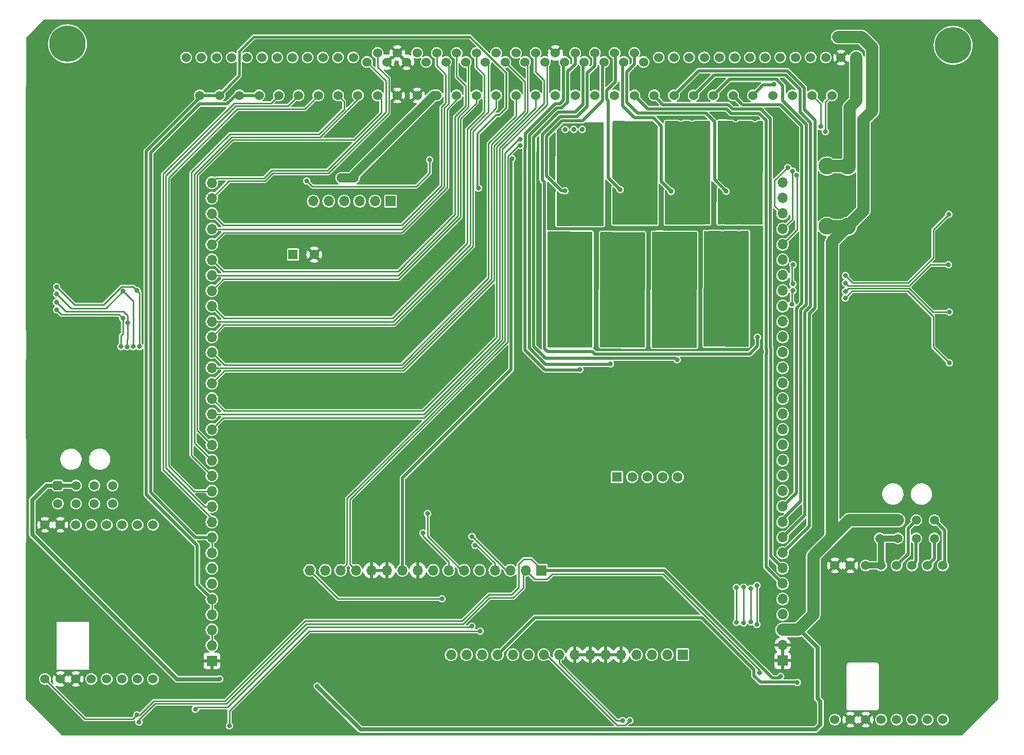
<source format=gbr>
%TF.GenerationSoftware,KiCad,Pcbnew,(6.0.1)*%
%TF.CreationDate,2023-10-23T01:26:03+01:00*%
%TF.ProjectId,Polygonus-Universal-Base,506f6c79-676f-46e7-9573-2d556e697665,rev?*%
%TF.SameCoordinates,Original*%
%TF.FileFunction,Copper,L2,Bot*%
%TF.FilePolarity,Positive*%
%FSLAX46Y46*%
G04 Gerber Fmt 4.6, Leading zero omitted, Abs format (unit mm)*
G04 Created by KiCad (PCBNEW (6.0.1)) date 2023-10-23 01:26:03*
%MOMM*%
%LPD*%
G01*
G04 APERTURE LIST*
G04 Aperture macros list*
%AMRoundRect*
0 Rectangle with rounded corners*
0 $1 Rounding radius*
0 $2 $3 $4 $5 $6 $7 $8 $9 X,Y pos of 4 corners*
0 Add a 4 corners polygon primitive as box body*
4,1,4,$2,$3,$4,$5,$6,$7,$8,$9,$2,$3,0*
0 Add four circle primitives for the rounded corners*
1,1,$1+$1,$2,$3*
1,1,$1+$1,$4,$5*
1,1,$1+$1,$6,$7*
1,1,$1+$1,$8,$9*
0 Add four rect primitives between the rounded corners*
20,1,$1+$1,$2,$3,$4,$5,0*
20,1,$1+$1,$4,$5,$6,$7,0*
20,1,$1+$1,$6,$7,$8,$9,0*
20,1,$1+$1,$8,$9,$2,$3,0*%
G04 Aperture macros list end*
%TA.AperFunction,ComponentPad*%
%ADD10C,1.524000*%
%TD*%
%TA.AperFunction,ComponentPad*%
%ADD11R,1.600000X1.600000*%
%TD*%
%TA.AperFunction,ComponentPad*%
%ADD12C,1.600000*%
%TD*%
%TA.AperFunction,ComponentPad*%
%ADD13RoundRect,0.250001X-0.499999X-0.499999X0.499999X-0.499999X0.499999X0.499999X-0.499999X0.499999X0*%
%TD*%
%TA.AperFunction,ComponentPad*%
%ADD14C,1.500000*%
%TD*%
%TA.AperFunction,ComponentPad*%
%ADD15C,2.780000*%
%TD*%
%TA.AperFunction,ComponentPad*%
%ADD16C,6.000000*%
%TD*%
%TA.AperFunction,ComponentPad*%
%ADD17R,1.700000X1.700000*%
%TD*%
%TA.AperFunction,ComponentPad*%
%ADD18O,1.700000X1.700000*%
%TD*%
%TA.AperFunction,ViaPad*%
%ADD19C,0.800000*%
%TD*%
%TA.AperFunction,Conductor*%
%ADD20C,2.000000*%
%TD*%
%TA.AperFunction,Conductor*%
%ADD21C,0.500000*%
%TD*%
%TA.AperFunction,Conductor*%
%ADD22C,0.250000*%
%TD*%
%TA.AperFunction,Conductor*%
%ADD23C,0.400000*%
%TD*%
%TA.AperFunction,Conductor*%
%ADD24C,0.300000*%
%TD*%
%TA.AperFunction,Conductor*%
%ADD25C,1.500000*%
%TD*%
%TA.AperFunction,Conductor*%
%ADD26C,0.700000*%
%TD*%
%TA.AperFunction,Conductor*%
%ADD27C,1.000000*%
%TD*%
G04 APERTURE END LIST*
D10*
%TO.P,U14,1,5v_in*%
%TO.N,/+5V*%
X60295183Y-135040000D03*
%TO.P,U14,2,GND*%
%TO.N,GND*%
X62835183Y-135040000D03*
%TO.P,U14,3,Select1*%
X65375183Y-135040000D03*
%TO.P,U14,4,Select2*%
%TO.N,unconnected-(U14-Pad4)*%
X67915183Y-135040000D03*
%TO.P,U14,5,CANRX*%
%TO.N,/CAN_RX2*%
X70455183Y-135040000D03*
%TO.P,U14,6,CANTX*%
%TO.N,/CAN_TX2*%
X72995183Y-135040000D03*
%TO.P,U14,7,nRESET*%
%TO.N,unconnected-(U14-Pad7)*%
X75535183Y-135040000D03*
%TO.P,U14,8,Boot0*%
%TO.N,unconnected-(U14-Pad8)*%
X78075183Y-135040000D03*
%TO.P,U14,9,GND*%
%TO.N,GND*%
X60295183Y-109640000D03*
%TO.P,U14,10,GND*%
X62835183Y-109640000D03*
%TO.P,U14,11,HeaterNeg*%
%TO.N,/HeaterNeg2*%
X65375183Y-109640000D03*
%TO.P,U14,12,HeaterNeg*%
X67915183Y-109640000D03*
%TO.P,U14,13,LSU_Ip*%
%TO.N,/LSU_Ip2*%
X70455183Y-109640000D03*
%TO.P,U14,14,LSU_Vm*%
%TO.N,/LSU_Vm2*%
X72995183Y-109640000D03*
%TO.P,U14,15,LSU_Rtrim*%
%TO.N,/LSU_Rtrim2*%
X75535183Y-109640000D03*
%TO.P,U14,16,LSU_Un*%
%TO.N,/LSU_Un2*%
X78075183Y-109640000D03*
%TD*%
D11*
%TO.P,C11,1*%
%TO.N,/12V_MR_FUSE*%
X101112052Y-65110107D03*
D12*
%TO.P,C11,2*%
%TO.N,GND*%
X104612052Y-65110107D03*
%TD*%
D13*
%TO.P,J5,1,Pin_1*%
%TO.N,/12V_MR_FUSE*%
X197646976Y-108866217D03*
D14*
%TO.P,J5,2,Pin_2*%
X200646976Y-108866217D03*
%TO.P,J5,3,Pin_3*%
%TO.N,/LSU_Ip*%
X203646976Y-108866217D03*
%TO.P,J5,4,Pin_4*%
%TO.N,/LSU_Un*%
X206646976Y-108866217D03*
%TO.P,J5,5,Pin_5*%
%TO.N,/HeaterNeg*%
X197646976Y-111866217D03*
%TO.P,J5,6,Pin_6*%
X200646976Y-111866217D03*
%TO.P,J5,7,Pin_7*%
%TO.N,/LSU_Vm*%
X203646976Y-111866217D03*
%TO.P,J5,8,Pin_8*%
%TO.N,/LSU_Rtrim*%
X206646976Y-111866217D03*
%TD*%
D13*
%TO.P,J1,1,Pin_1*%
%TO.N,/12V_MR_FUSE*%
X62418375Y-103145066D03*
D14*
%TO.P,J1,2,Pin_2*%
X65418375Y-103145066D03*
%TO.P,J1,3,Pin_3*%
%TO.N,/LSU_Ip2*%
X68418375Y-103145066D03*
%TO.P,J1,4,Pin_4*%
%TO.N,/LSU_Un2*%
X71418375Y-103145066D03*
%TO.P,J1,5,Pin_5*%
%TO.N,/HeaterNeg2*%
X62418375Y-106145066D03*
%TO.P,J1,6,Pin_6*%
X65418375Y-106145066D03*
%TO.P,J1,7,Pin_7*%
%TO.N,/LSU_Vm2*%
X68418375Y-106145066D03*
%TO.P,J1,8,Pin_8*%
%TO.N,/LSU_Rtrim2*%
X71418375Y-106145066D03*
%TD*%
D15*
%TO.P,F1,1*%
%TO.N,/12V_MR*%
X188964464Y-50542664D03*
X192364464Y-50542664D03*
%TO.P,F1,2*%
%TO.N,/12V_MR_FUSE*%
X192364464Y-60462664D03*
X188964464Y-60462664D03*
%TD*%
D16*
%TO.P,Motronic_88pin1,*%
%TO.N,*%
X64017500Y-30392516D03*
X209727500Y-30642516D03*
D10*
%TO.P,Motronic_88pin1,1,1*%
%TO.N,/ExtraLSA*%
X83527500Y-32642516D03*
%TO.P,Motronic_88pin1,2,2*%
%TO.N,/ExtraLSC*%
X88527500Y-32642516D03*
%TO.P,Motronic_88pin1,3,3*%
%TO.N,/HS4*%
X93527500Y-32642516D03*
%TO.P,Motronic_88pin1,4,4*%
%TO.N,/HS2*%
X98527500Y-32642516D03*
%TO.P,Motronic_88pin1,5,5*%
%TO.N,/ETB2_-*%
X103527500Y-32642516D03*
%TO.P,Motronic_88pin1,6,6*%
%TO.N,/ETB1_-*%
X108527500Y-32642516D03*
%TO.P,Motronic_88pin1,7,7*%
%TO.N,/KNOCK_2*%
X113277500Y-33392516D03*
%TO.P,Motronic_88pin1,8,8*%
%TO.N,GND*%
X116527500Y-33392516D03*
%TO.P,Motronic_88pin1,9,9*%
X119777500Y-33392516D03*
%TO.P,Motronic_88pin1,10,10*%
%TO.N,/12V_MR_FUSE*%
X123027500Y-33392516D03*
%TO.P,Motronic_88pin1,11,11*%
%TO.N,/AV2*%
X126277500Y-33392516D03*
%TO.P,Motronic_88pin1,12,12*%
%TO.N,/AV5*%
X129527500Y-33392516D03*
%TO.P,Motronic_88pin1,13,13*%
%TO.N,/AV8*%
X132777500Y-33392516D03*
%TO.P,Motronic_88pin1,14,14*%
%TO.N,/AV11*%
X136027500Y-33392516D03*
%TO.P,Motronic_88pin1,15,15*%
%TO.N,/AT1*%
X139277500Y-33392516D03*
%TO.P,Motronic_88pin1,16,16*%
%TO.N,/AT4*%
X142527500Y-33392516D03*
%TO.P,Motronic_88pin1,17,17*%
%TO.N,/IGN8*%
X145777500Y-33392516D03*
%TO.P,Motronic_88pin1,18,18*%
%TO.N,/IGN4*%
X149027500Y-33392516D03*
%TO.P,Motronic_88pin1,19,19*%
%TO.N,/IGN7*%
X152277500Y-33392516D03*
%TO.P,Motronic_88pin1,20,20*%
%TO.N,/IGN3*%
X155527500Y-33392516D03*
%TO.P,Motronic_88pin1,21,21*%
%TO.N,/12V_KEY*%
X158777500Y-33392516D03*
%TO.P,Motronic_88pin1,22,22*%
%TO.N,/IGBT7*%
X163777500Y-32642516D03*
%TO.P,Motronic_88pin1,23,23*%
%TO.N,/IGBT5*%
X168777500Y-32642516D03*
%TO.P,Motronic_88pin1,24,24*%
%TO.N,/IGBT3*%
X173777500Y-32642516D03*
%TO.P,Motronic_88pin1,25,25*%
%TO.N,/IGBT1*%
X178777500Y-32642516D03*
%TO.P,Motronic_88pin1,26,26*%
%TO.N,/LS10ADD*%
X183777500Y-32642516D03*
%TO.P,Motronic_88pin1,27,27*%
%TO.N,/LS12ADD*%
X188777500Y-32642516D03*
%TO.P,Motronic_88pin1,28,28*%
%TO.N,/12V_MR*%
X193777500Y-32642516D03*
%TO.P,Motronic_88pin1,29,29*%
%TO.N,/ExtraLSB*%
X86027500Y-32642516D03*
%TO.P,Motronic_88pin1,30,30*%
%TO.N,/ExtraLSD*%
X91027500Y-32642516D03*
%TO.P,Motronic_88pin1,31,31*%
%TO.N,/HS3*%
X96027500Y-32642516D03*
%TO.P,Motronic_88pin1,32,32*%
%TO.N,/HS1*%
X101027500Y-32642516D03*
%TO.P,Motronic_88pin1,33,33*%
%TO.N,/ETB2_+*%
X106027500Y-32642516D03*
%TO.P,Motronic_88pin1,34,34*%
%TO.N,/ETB1_+*%
X111027500Y-32642516D03*
%TO.P,Motronic_88pin1,35,35*%
%TO.N,/KNOCK_1*%
X115027500Y-31892516D03*
%TO.P,Motronic_88pin1,36,36*%
%TO.N,GND*%
X118277500Y-31892516D03*
%TO.P,Motronic_88pin1,37,37*%
%TO.N,/12V_MR_FUSE*%
X121527500Y-31892516D03*
%TO.P,Motronic_88pin1,38,38*%
%TO.N,/AV1*%
X124777500Y-31892516D03*
%TO.P,Motronic_88pin1,39,39*%
%TO.N,/AV4*%
X128027500Y-31892516D03*
%TO.P,Motronic_88pin1,40,40*%
%TO.N,/AV7*%
X131277500Y-31892516D03*
%TO.P,Motronic_88pin1,41,41*%
%TO.N,/CRANK +*%
X134527500Y-31892516D03*
%TO.P,Motronic_88pin1,42,42*%
%TO.N,/CRANK -*%
X137777500Y-31892516D03*
%TO.P,Motronic_88pin1,43,43*%
%TO.N,/AT3*%
X141027500Y-31892516D03*
%TO.P,Motronic_88pin1,44,44*%
%TO.N,GND*%
X144277500Y-31892516D03*
%TO.P,Motronic_88pin1,45,45*%
%TO.N,/IGN6*%
X147527500Y-31892516D03*
%TO.P,Motronic_88pin1,46,46*%
%TO.N,/IGN2*%
X150777500Y-31892516D03*
%TO.P,Motronic_88pin1,47,47*%
%TO.N,/IGN5*%
X154027500Y-31892516D03*
%TO.P,Motronic_88pin1,48,48*%
%TO.N,/IGN1*%
X157277500Y-31892516D03*
%TO.P,Motronic_88pin1,49,49*%
%TO.N,/IGBT8*%
X161277500Y-32642516D03*
%TO.P,Motronic_88pin1,50,50*%
%TO.N,/IGBT6*%
X166277500Y-32642516D03*
%TO.P,Motronic_88pin1,51,51*%
%TO.N,/IGBT4*%
X171277500Y-32642516D03*
%TO.P,Motronic_88pin1,52,52*%
%TO.N,/IGBT2*%
X176277500Y-32642516D03*
%TO.P,Motronic_88pin1,53,53*%
%TO.N,/LS9ADD*%
X181277500Y-32642516D03*
%TO.P,Motronic_88pin1,54,54*%
%TO.N,/LS11ADD*%
X186277500Y-32642516D03*
%TO.P,Motronic_88pin1,55,55*%
%TO.N,GND*%
X191277500Y-32642516D03*
%TO.P,Motronic_88pin1,56,56*%
%TO.N,/5V_SENSOR_2*%
X85777500Y-38892516D03*
%TO.P,Motronic_88pin1,57,57*%
X89027500Y-38892516D03*
%TO.P,Motronic_88pin1,58,58*%
%TO.N,/5V_SENSOR_1*%
X92277500Y-38892516D03*
%TO.P,Motronic_88pin1,59,59*%
X95527500Y-38892516D03*
%TO.P,Motronic_88pin1,60,60*%
%TO.N,/DIGITAL_6*%
X98777500Y-38892516D03*
%TO.P,Motronic_88pin1,61,61*%
%TO.N,/DIGITAL_5*%
X102027500Y-38892516D03*
%TO.P,Motronic_88pin1,62,62*%
%TO.N,/DIGITAL_4*%
X105277500Y-38892516D03*
%TO.P,Motronic_88pin1,63,63*%
%TO.N,/DIGITAL_3*%
X108527500Y-38892516D03*
%TO.P,Motronic_88pin1,64,64*%
%TO.N,/DIGITAL_2*%
X111777500Y-38892516D03*
%TO.P,Motronic_88pin1,65,65*%
%TO.N,/DIGITAL_1*%
X115027500Y-38892516D03*
%TO.P,Motronic_88pin1,66,66*%
%TO.N,GND*%
X118277500Y-38892516D03*
%TO.P,Motronic_88pin1,67,67*%
X121527500Y-38892516D03*
%TO.P,Motronic_88pin1,68,68*%
%TO.N,/12V_MR_FUSE*%
X124777500Y-38892516D03*
%TO.P,Motronic_88pin1,69,69*%
%TO.N,/AV3*%
X128027500Y-38892516D03*
%TO.P,Motronic_88pin1,70,70*%
%TO.N,/AV6*%
X131277500Y-38892516D03*
%TO.P,Motronic_88pin1,71,71*%
%TO.N,/AV9*%
X134527500Y-38892516D03*
%TO.P,Motronic_88pin1,72,72*%
%TO.N,/AV10*%
X137777500Y-38892516D03*
%TO.P,Motronic_88pin1,73,73*%
%TO.N,/AT2*%
X141027500Y-38892516D03*
%TO.P,Motronic_88pin1,74,74*%
%TO.N,/CAN-*%
X144277500Y-38892516D03*
%TO.P,Motronic_88pin1,75,75*%
%TO.N,/CAN+*%
X147527500Y-38892516D03*
%TO.P,Motronic_88pin1,76,76*%
%TO.N,/LS1*%
X150777500Y-38892516D03*
%TO.P,Motronic_88pin1,77,77*%
%TO.N,/LS2*%
X154027500Y-38892516D03*
%TO.P,Motronic_88pin1,78,78*%
%TO.N,/LS3*%
X157277500Y-38892516D03*
%TO.P,Motronic_88pin1,79,79*%
%TO.N,/LS4*%
X160527500Y-38892516D03*
%TO.P,Motronic_88pin1,80,80*%
%TO.N,/LS5*%
X163777500Y-38892516D03*
%TO.P,Motronic_88pin1,81,81*%
%TO.N,/LS6*%
X167027500Y-38892516D03*
%TO.P,Motronic_88pin1,82,82*%
%TO.N,/LS7*%
X170277500Y-38892516D03*
%TO.P,Motronic_88pin1,83,83*%
%TO.N,/LS8*%
X173527500Y-38892516D03*
%TO.P,Motronic_88pin1,84,84*%
%TO.N,/Perm_Live*%
X176777500Y-38892516D03*
%TO.P,Motronic_88pin1,85,85*%
%TO.N,/LS16*%
X180027500Y-38892516D03*
%TO.P,Motronic_88pin1,86,86*%
%TO.N,/LS15*%
X183277500Y-38892516D03*
%TO.P,Motronic_88pin1,87,87*%
%TO.N,/LS14*%
X186527500Y-38892516D03*
%TO.P,Motronic_88pin1,88,88*%
%TO.N,/LS13*%
X189777500Y-38892516D03*
%TD*%
%TO.P,U1,1,5v_in*%
%TO.N,/+5V*%
X190267127Y-141724405D03*
%TO.P,U1,2,GND*%
%TO.N,GND*%
X192807127Y-141724405D03*
%TO.P,U1,3,Select1*%
X195347127Y-141724405D03*
%TO.P,U1,4,Select2*%
%TO.N,unconnected-(U1-Pad4)*%
X197887127Y-141724405D03*
%TO.P,U1,5,CANRX*%
%TO.N,/CAN_RX*%
X200427127Y-141724405D03*
%TO.P,U1,6,CANTX*%
%TO.N,/CAN_TX*%
X202967127Y-141724405D03*
%TO.P,U1,7,nRESET*%
%TO.N,unconnected-(U1-Pad7)*%
X205507127Y-141724405D03*
%TO.P,U1,8,Boot0*%
%TO.N,unconnected-(U1-Pad8)*%
X208047127Y-141724405D03*
%TO.P,U1,9,GND*%
%TO.N,GND*%
X190267127Y-116324405D03*
%TO.P,U1,10,GND*%
X192807127Y-116324405D03*
%TO.P,U1,11,HeaterNeg*%
%TO.N,/HeaterNeg*%
X195347127Y-116324405D03*
%TO.P,U1,12,HeaterNeg*%
X197887127Y-116324405D03*
%TO.P,U1,13,LSU_Ip*%
%TO.N,/LSU_Ip*%
X200427127Y-116324405D03*
%TO.P,U1,14,LSU_Vm*%
%TO.N,/LSU_Vm*%
X202967127Y-116324405D03*
%TO.P,U1,15,LSU_Rtrim*%
%TO.N,/LSU_Rtrim*%
X205507127Y-116324405D03*
%TO.P,U1,16,LSU_Un*%
%TO.N,/LSU_Un*%
X208047127Y-116324405D03*
%TD*%
D17*
%TO.P,J4,1,Pin_1*%
%TO.N,GND*%
X181672763Y-132012059D03*
D18*
%TO.P,J4,2,Pin_2*%
X181672763Y-129472059D03*
%TO.P,J4,3,Pin_3*%
%TO.N,/12V_MR_FUSE*%
X181672763Y-126932059D03*
%TO.P,J4,4,Pin_4*%
%TO.N,/LS1*%
X181672763Y-124392059D03*
%TO.P,J4,5,Pin_5*%
%TO.N,/LS2*%
X181672763Y-121852059D03*
%TO.P,J4,6,Pin_6*%
%TO.N,/LS3*%
X181672763Y-119312059D03*
%TO.P,J4,7,Pin_7*%
%TO.N,/LS4*%
X181672763Y-116772059D03*
%TO.P,J4,8,Pin_8*%
%TO.N,/LS5*%
X181672763Y-114232059D03*
%TO.P,J4,9,Pin_9*%
%TO.N,/LS6*%
X181672763Y-111692059D03*
%TO.P,J4,10,Pin_10*%
%TO.N,/LS7*%
X181672763Y-109152059D03*
%TO.P,J4,11,Pin_11*%
%TO.N,/LS8*%
X181672763Y-106612059D03*
%TO.P,J4,12,Pin_12*%
%TO.N,/IGN12*%
X181672763Y-104072059D03*
%TO.P,J4,13,Pin_13*%
%TO.N,/IGN11*%
X181672763Y-101532059D03*
%TO.P,J4,14,Pin_14*%
%TO.N,/IGN10*%
X181672763Y-98992059D03*
%TO.P,J4,15,Pin_15*%
%TO.N,/IGN9*%
X181672763Y-96452059D03*
%TO.P,J4,16,Pin_16*%
%TO.N,/IGN8*%
X181672763Y-93912059D03*
%TO.P,J4,17,Pin_17*%
%TO.N,/IGN7*%
X181672763Y-91372059D03*
%TO.P,J4,18,Pin_18*%
%TO.N,/IGN6*%
X181672763Y-88832059D03*
%TO.P,J4,19,Pin_19*%
%TO.N,/IGN5*%
X181672763Y-86292059D03*
%TO.P,J4,20,Pin_20*%
%TO.N,/IGN4*%
X181672763Y-83752059D03*
%TO.P,J4,21,Pin_21*%
%TO.N,/IGN3*%
X181672763Y-81212059D03*
%TO.P,J4,22,Pin_22*%
%TO.N,/IGN2*%
X181672763Y-78672059D03*
%TO.P,J4,23,Pin_23*%
%TO.N,/IGN1*%
X181672763Y-76132059D03*
%TO.P,J4,24,Pin_24*%
%TO.N,/LS9*%
X181672763Y-73592059D03*
%TO.P,J4,25,Pin_25*%
%TO.N,/LS10*%
X181672763Y-71052059D03*
%TO.P,J4,26,Pin_26*%
%TO.N,/LS11*%
X181672763Y-68512059D03*
%TO.P,J4,27,Pin_27*%
%TO.N,/LS12*%
X181672763Y-65972059D03*
%TO.P,J4,28,Pin_28*%
%TO.N,/LS13*%
X181672763Y-63432059D03*
%TO.P,J4,29,Pin_29*%
%TO.N,/LS14*%
X181672763Y-60892059D03*
%TO.P,J4,30,Pin_30*%
%TO.N,/LS15*%
X181672763Y-58352059D03*
%TO.P,J4,31,Pin_31*%
%TO.N,/LS16*%
X181672763Y-55812059D03*
%TO.P,J4,32,Pin_32*%
%TO.N,/12V_MR_FUSE*%
X181672763Y-53272059D03*
D17*
%TO.P,J4,33,Pin_33*%
%TO.N,GND*%
X87760080Y-132017154D03*
D18*
%TO.P,J4,34,Pin_34*%
%TO.N,/12V_PROT*%
X87760080Y-129477154D03*
%TO.P,J4,35,Pin_35*%
X87760080Y-126937154D03*
%TO.P,J4,36,Pin_36*%
%TO.N,/5V_SENSOR_2*%
X87760080Y-124397154D03*
%TO.P,J4,37,Pin_37*%
X87760080Y-121857154D03*
%TO.P,J4,38,Pin_38*%
%TO.N,unconnected-(J4-Pad38)*%
X87760080Y-119317154D03*
%TO.P,J4,39,Pin_39*%
%TO.N,unconnected-(J4-Pad39)*%
X87760080Y-116777154D03*
%TO.P,J4,40,Pin_40*%
%TO.N,/5V_SENSOR_1*%
X87760080Y-114237154D03*
%TO.P,J4,41,Pin_41*%
X87760080Y-111697154D03*
%TO.P,J4,42,Pin_42*%
%TO.N,/DIGITAL_6*%
X87760080Y-109157154D03*
%TO.P,J4,43,Pin_43*%
%TO.N,/DIGITAL_5*%
X87760080Y-106617154D03*
%TO.P,J4,44,Pin_44*%
%TO.N,/DIGITAL_4*%
X87760080Y-104077154D03*
%TO.P,J4,45,Pin_45*%
%TO.N,/DIGITAL_3*%
X87760080Y-101537154D03*
%TO.P,J4,46,Pin_46*%
%TO.N,/DIGITAL_2*%
X87760080Y-98997154D03*
%TO.P,J4,47,Pin_47*%
%TO.N,/DIGITAL_1*%
X87760080Y-96457154D03*
%TO.P,J4,48,Pin_48*%
%TO.N,/AT4*%
X87760080Y-93917154D03*
%TO.P,J4,49,Pin_49*%
%TO.N,/AT3*%
X87760080Y-91377154D03*
%TO.P,J4,50,Pin_50*%
%TO.N,/AT2*%
X87760080Y-88837154D03*
%TO.P,J4,51,Pin_51*%
%TO.N,/AT1*%
X87760080Y-86297154D03*
%TO.P,J4,52,Pin_52*%
%TO.N,/AV11*%
X87760080Y-83757154D03*
%TO.P,J4,53,Pin_53*%
%TO.N,/AV10*%
X87760080Y-81217154D03*
%TO.P,J4,54,Pin_54*%
%TO.N,/AV9*%
X87760080Y-78677154D03*
%TO.P,J4,55,Pin_55*%
%TO.N,/AV8*%
X87760080Y-76137154D03*
%TO.P,J4,56,Pin_56*%
%TO.N,/AV7*%
X87760080Y-73597154D03*
%TO.P,J4,57,Pin_57*%
%TO.N,/AV6*%
X87760080Y-71057154D03*
%TO.P,J4,58,Pin_58*%
%TO.N,/AV5*%
X87760080Y-68517154D03*
%TO.P,J4,59,Pin_59*%
%TO.N,/AV4*%
X87760080Y-65977154D03*
%TO.P,J4,60,Pin_60*%
%TO.N,/AV3*%
X87760080Y-63437154D03*
%TO.P,J4,61,Pin_61*%
%TO.N,/AV2*%
X87760080Y-60897154D03*
%TO.P,J4,62,Pin_62*%
%TO.N,/AV1*%
X87760080Y-58357154D03*
%TO.P,J4,63,Pin_63*%
%TO.N,/KNOCK_1*%
X87760080Y-55817154D03*
%TO.P,J4,64,Pin_64*%
%TO.N,/KNOCK_2*%
X87760080Y-53277154D03*
D17*
%TO.P,J4,65,Pin_65*%
%TO.N,/HS4*%
X165230080Y-131026287D03*
D18*
%TO.P,J4,66,Pin_66*%
%TO.N,/HS3*%
X162690080Y-131026287D03*
%TO.P,J4,67,Pin_67*%
%TO.N,/HS2*%
X160150080Y-131026287D03*
%TO.P,J4,68,Pin_68*%
%TO.N,/HS1*%
X157610080Y-131026287D03*
%TO.P,J4,69,Pin_69*%
%TO.N,GND*%
X155070080Y-131026287D03*
%TO.P,J4,70,Pin_70*%
X152530080Y-131026287D03*
%TO.P,J4,71,Pin_71*%
X149990080Y-131026287D03*
%TO.P,J4,72,Pin_72*%
X147450080Y-131026287D03*
%TO.P,J4,73,Pin_73*%
%TO.N,/CAN2+*%
X144910080Y-131026287D03*
%TO.P,J4,74,Pin_74*%
%TO.N,/CAN2-*%
X142370080Y-131026287D03*
%TO.P,J4,75,Pin_75*%
%TO.N,/RC1*%
X139830080Y-131026287D03*
%TO.P,J4,76,Pin_76*%
%TO.N,/RC2*%
X137290080Y-131026287D03*
%TO.P,J4,77,Pin_77*%
%TO.N,/Perm_Live*%
X134750080Y-131026287D03*
%TO.P,J4,78,Pin_78*%
%TO.N,unconnected-(J4-Pad78)*%
X132210080Y-131026287D03*
%TO.P,J4,79,Pin_79*%
%TO.N,unconnected-(J4-Pad79)*%
X129670080Y-131026287D03*
%TO.P,J4,80,Pin_80*%
%TO.N,unconnected-(J4-Pad80)*%
X127130080Y-131026287D03*
D17*
%TO.P,J4,81,Pin_81*%
%TO.N,/+5V*%
X141953794Y-117134404D03*
D18*
%TO.P,J4,82,Pin_82*%
%TO.N,/+3V3*%
X139413794Y-117134404D03*
%TO.P,J4,83,Pin_83*%
%TO.N,/ETB1_PWM*%
X136873794Y-117134404D03*
%TO.P,J4,84,Pin_84*%
%TO.N,/ETB1_DIS*%
X134333794Y-117134404D03*
%TO.P,J4,85,Pin_85*%
%TO.N,/ETB1_DIR*%
X131793794Y-117134404D03*
%TO.P,J4,86,Pin_86*%
%TO.N,/ETB2_PWM*%
X129253794Y-117134404D03*
%TO.P,J4,87,Pin_87*%
%TO.N,/ETB2_DIS*%
X126713794Y-117134404D03*
%TO.P,J4,88,Pin_88*%
%TO.N,/ETB2_DIR*%
X124173794Y-117134404D03*
%TO.P,J4,89,Pin_89*%
%TO.N,GND*%
X121633794Y-117134404D03*
%TO.P,J4,90,Pin_90*%
%TO.N,/12V_KEY*%
X119093794Y-117134404D03*
%TO.P,J4,91,Pin_91*%
%TO.N,GND*%
X116553794Y-117134404D03*
%TO.P,J4,92,Pin_92*%
X114013794Y-117134404D03*
%TO.P,J4,93,Pin_93*%
%TO.N,/CAN+*%
X111473794Y-117134404D03*
%TO.P,J4,94,Pin_94*%
%TO.N,/CAN-*%
X108933794Y-117134404D03*
%TO.P,J4,95,Pin_95*%
%TO.N,/VR2+*%
X106393794Y-117134404D03*
%TO.P,J4,96,Pin_96*%
%TO.N,/VR1+*%
X103853794Y-117134404D03*
D12*
%TO.P,J4,97,Pin_97*%
%TO.N,unconnected-(J4-Pad97)*%
X164425871Y-101751522D03*
%TO.P,J4,98,Pin_98*%
%TO.N,unconnected-(J4-Pad98)*%
X161925871Y-101751522D03*
%TO.P,J4,99,Pin_99*%
%TO.N,unconnected-(J4-Pad99)*%
X159425871Y-101751522D03*
%TO.P,J4,100,Pin_100*%
%TO.N,unconnected-(J4-Pad100)*%
X156925871Y-101751522D03*
D11*
%TO.P,J4,101,Pin_101*%
%TO.N,unconnected-(J4-Pad101)*%
X154425871Y-101751522D03*
D17*
%TO.P,J4,102,Pin_102*%
%TO.N,unconnected-(J4-Pad102)*%
X117154579Y-56302538D03*
D18*
%TO.P,J4,103,Pin_103*%
%TO.N,unconnected-(J4-Pad103)*%
X114614579Y-56302538D03*
%TO.P,J4,104,Pin_104*%
%TO.N,unconnected-(J4-Pad104)*%
X112074579Y-56302538D03*
%TO.P,J4,105,Pin_105*%
%TO.N,unconnected-(J4-Pad105)*%
X109534579Y-56302538D03*
%TO.P,J4,106,Pin_106*%
%TO.N,unconnected-(J4-Pad106)*%
X106994579Y-56302538D03*
%TO.P,J4,107,Pin_107*%
%TO.N,unconnected-(J4-Pad107)*%
X104454579Y-56302538D03*
%TD*%
D19*
%TO.N,GND*%
X189492373Y-45672549D03*
X191480431Y-77808184D03*
X184273610Y-107571193D03*
X116637326Y-124379691D03*
X152209647Y-84836538D03*
X80135781Y-42067276D03*
X117058200Y-135923682D03*
X189189308Y-118335791D03*
X209120445Y-78000211D03*
X213018559Y-69094301D03*
X90255702Y-77682007D03*
X136951593Y-90112118D03*
X90215618Y-62590644D03*
X133682951Y-78247551D03*
X168780682Y-140105747D03*
X171010384Y-122921346D03*
X200893385Y-51236142D03*
X177916342Y-86140401D03*
X67031789Y-81397485D03*
X75894661Y-66973453D03*
X97234012Y-50515285D03*
X180743986Y-64745692D03*
X209205805Y-70630784D03*
X85853351Y-95820340D03*
X83456634Y-143803040D03*
X196636675Y-45338919D03*
X213018559Y-70118623D03*
X181762351Y-136569798D03*
X104161398Y-124349629D03*
X194700000Y-92340000D03*
X139730902Y-120023107D03*
X117721224Y-108429489D03*
X184764065Y-123533667D03*
X170169535Y-27246287D03*
X73118772Y-50264893D03*
X149151232Y-31813799D03*
X96167988Y-62490436D03*
X184668246Y-139486972D03*
X145891715Y-44489828D03*
X185314332Y-111937441D03*
X158921459Y-31706138D03*
X129869446Y-42935001D03*
X111669545Y-93021931D03*
X199526295Y-86851907D03*
X206702082Y-82041457D03*
X136968602Y-36353500D03*
X174003956Y-37573657D03*
X160857362Y-37370298D03*
X108685814Y-114691120D03*
X108911269Y-142296926D03*
X81111761Y-135646088D03*
X111880642Y-106441775D03*
X124295785Y-60354041D03*
X191480412Y-107280109D03*
X129448787Y-93363940D03*
X193988446Y-113084152D03*
X67126736Y-58215318D03*
X136917762Y-86137201D03*
X112693752Y-42995126D03*
X187947788Y-110954038D03*
X59034065Y-114735857D03*
X201846263Y-140397802D03*
X147555259Y-36473124D03*
X67126736Y-63166207D03*
X202456634Y-67980941D03*
X158399566Y-94196904D03*
X199526295Y-100650583D03*
X178170571Y-81129026D03*
X93502449Y-53932651D03*
X162187632Y-83285627D03*
X132853570Y-111861082D03*
X58362175Y-75065536D03*
X136150678Y-104183861D03*
X188855548Y-58095829D03*
X213217733Y-63261357D03*
X108302548Y-89695017D03*
X153755729Y-126209489D03*
X209205805Y-69663369D03*
X117084440Y-34921207D03*
X138088575Y-114196326D03*
X120748413Y-84383980D03*
X129085431Y-110724262D03*
X164936514Y-42669607D03*
X192077463Y-58167885D03*
X141602690Y-57575022D03*
X173426963Y-131862381D03*
X58427514Y-120227024D03*
X108842086Y-27366536D03*
X179879715Y-27336474D03*
X185210659Y-136013610D03*
X139054873Y-27216224D03*
X154439576Y-37591601D03*
X97410571Y-56497982D03*
X114316214Y-119997815D03*
X117002707Y-50530787D03*
X124456118Y-53399589D03*
X151015268Y-133560494D03*
X183962989Y-72527699D03*
X126609420Y-57900382D03*
X125077409Y-86929270D03*
X108537129Y-40390650D03*
X182853084Y-85028194D03*
X63862736Y-143109438D03*
X62724110Y-56487923D03*
X76086186Y-62504131D03*
X187700000Y-90340000D03*
X85582789Y-100840773D03*
X192015678Y-119609463D03*
X83539700Y-46190174D03*
X85552726Y-131113686D03*
X153063912Y-133484618D03*
X161162257Y-138809679D03*
X172541362Y-31452736D03*
X142691577Y-31786883D03*
X124876993Y-75746029D03*
X164228629Y-141966239D03*
X125317909Y-115648954D03*
X124917076Y-71056283D03*
X189671010Y-40454384D03*
X128426447Y-40429795D03*
X96458812Y-37550510D03*
X145867574Y-31813799D03*
X152974191Y-36353500D03*
X131709666Y-107736671D03*
X123982479Y-43859855D03*
X76114639Y-59801059D03*
X177984966Y-77644702D03*
X188021761Y-48635957D03*
X209205805Y-62806102D03*
X215663820Y-116727278D03*
X75118771Y-56159025D03*
X199059574Y-68762565D03*
X166912541Y-125888749D03*
X118095620Y-34041568D03*
X194700000Y-78340000D03*
X203148071Y-57549262D03*
X69209804Y-107580499D03*
X184008445Y-128890047D03*
X176832076Y-77438829D03*
X85703039Y-98285463D03*
X93328939Y-49387119D03*
X155219845Y-111419712D03*
X179804729Y-41396663D03*
X114577667Y-40670295D03*
X199205082Y-53961043D03*
X112497952Y-41130438D03*
X188838332Y-27216224D03*
X191460445Y-39498326D03*
X136060090Y-132256060D03*
X96208072Y-77702048D03*
X132020666Y-68402207D03*
X215704179Y-93419533D03*
X188768454Y-137575035D03*
X143783139Y-49621711D03*
X143761208Y-60405745D03*
X180771116Y-74844828D03*
X120788496Y-61095582D03*
X205853693Y-58932136D03*
X62866376Y-64910126D03*
X75259599Y-139474044D03*
X108393395Y-104978734D03*
X93433726Y-50991745D03*
X135150329Y-37573657D03*
X154707574Y-83134653D03*
X194083290Y-119571525D03*
X69048427Y-119509570D03*
X69968603Y-136868629D03*
X91417355Y-48794493D03*
X132067456Y-119972523D03*
X165687898Y-123439464D03*
X197927627Y-59758071D03*
X199407203Y-56116037D03*
X168011944Y-118236801D03*
X128451878Y-124319566D03*
X95767155Y-54654151D03*
X104842374Y-52790937D03*
X152654576Y-142176676D03*
X182583434Y-37192857D03*
X131354899Y-36754124D03*
X132321291Y-49628913D03*
X79299731Y-130091561D03*
X179980871Y-138591778D03*
X86413561Y-112843123D03*
X188014899Y-62466686D03*
X103334301Y-42113294D03*
X58644907Y-137328546D03*
X118002707Y-66486786D03*
X191439256Y-63952920D03*
X171503830Y-36437237D03*
X78698482Y-81089727D03*
X150159391Y-136073994D03*
X122912911Y-113684873D03*
X97422015Y-44017251D03*
X152381059Y-31759968D03*
X85642914Y-126935001D03*
X121469912Y-102902465D03*
X138320345Y-37489921D03*
X102327587Y-130211811D03*
X81437376Y-59143480D03*
X67126736Y-55882140D03*
X81457417Y-72310844D03*
X167234093Y-137935001D03*
X180514992Y-49580121D03*
X79359856Y-122966755D03*
X59238038Y-127811597D03*
X191446610Y-114317132D03*
X180760557Y-141576685D03*
X167436640Y-33697864D03*
X92076283Y-135021807D03*
X116800208Y-74282988D03*
X213331546Y-54952967D03*
X178356248Y-120564270D03*
X109938983Y-34572697D03*
X165138481Y-86071777D03*
X62894830Y-63828897D03*
X90295785Y-59223647D03*
X118738728Y-49381920D03*
X138823432Y-142176676D03*
X67095018Y-79095922D03*
X81437376Y-65677058D03*
X140485525Y-35599874D03*
X174144689Y-117906114D03*
X179881444Y-116257833D03*
X180682224Y-72404173D03*
X178053590Y-83752273D03*
X155179824Y-135983807D03*
X140008809Y-91223833D03*
X139544932Y-128558375D03*
X174465838Y-60694652D03*
X101959056Y-40317372D03*
X105166813Y-59071128D03*
X174084564Y-110811370D03*
X86499583Y-117912877D03*
X115779576Y-44848347D03*
X105307815Y-37408243D03*
X204561007Y-69694502D03*
X113816084Y-41932919D03*
X113315451Y-39618431D03*
X124964631Y-135893619D03*
X155583971Y-31759968D03*
X193271527Y-52506373D03*
X135943830Y-83522935D03*
X183162609Y-134696758D03*
X187074745Y-75399468D03*
X92686850Y-56242245D03*
X186494615Y-34178351D03*
X116158875Y-97671594D03*
X106766372Y-52760874D03*
X213331546Y-53928645D03*
X178012416Y-75668320D03*
X99941419Y-50515285D03*
X143751240Y-51655306D03*
X214988822Y-43773807D03*
X63366619Y-114128387D03*
X145409004Y-134810587D03*
X177971241Y-94251804D03*
X169936766Y-134960926D03*
X198308012Y-30042097D03*
X215325655Y-68417895D03*
X196520288Y-114863475D03*
X89554244Y-45114325D03*
X176832076Y-74364457D03*
X125017284Y-80195275D03*
X178067315Y-89063800D03*
X194917923Y-118262669D03*
X148681296Y-44479534D03*
X99161106Y-53114767D03*
X133563873Y-71268163D03*
X81457417Y-52950610D03*
X98615801Y-50470349D03*
X177923523Y-72465935D03*
X175981134Y-82887606D03*
X72977553Y-39632026D03*
X178338304Y-122968697D03*
X215084108Y-29287295D03*
X176013119Y-129219750D03*
X180743666Y-79909307D03*
X84314850Y-39022848D03*
X201614884Y-72370062D03*
X166294238Y-133866373D03*
X129662062Y-115161016D03*
X107889145Y-136043931D03*
X173934175Y-42747362D03*
X215808748Y-102427700D03*
X106203940Y-50525868D03*
X107527955Y-122192161D03*
X65522059Y-36174842D03*
X120808538Y-70475075D03*
X180805748Y-62151690D03*
X187959999Y-73855419D03*
X138804451Y-94497216D03*
X157125117Y-35504175D03*
X198368137Y-39962714D03*
X180682224Y-59598863D03*
X67041376Y-71275423D03*
X58813989Y-52754919D03*
X130778084Y-65035210D03*
X83767279Y-137840649D03*
X117844456Y-51813453D03*
X165989423Y-82736632D03*
X180042935Y-119092904D03*
X75232584Y-53057606D03*
X191067231Y-118281638D03*
X170633571Y-120424958D03*
X124737725Y-49493714D03*
X126996430Y-120010461D03*
X153201475Y-34403642D03*
X209404979Y-54526167D03*
X107932561Y-77920300D03*
X63037097Y-69377308D03*
X104144565Y-89847288D03*
X95878807Y-50530787D03*
X58719383Y-29972348D03*
X126869962Y-91149480D03*
X163477771Y-83340527D03*
X100827013Y-82019065D03*
X206695443Y-67830628D03*
X115176614Y-103823372D03*
X62638749Y-57626059D03*
X80274960Y-47138532D03*
X62866376Y-80787116D03*
X129723572Y-31272104D03*
X100129299Y-37778137D03*
X133444654Y-132466497D03*
X143767189Y-47843312D03*
X99163556Y-74202822D03*
X73846017Y-69249724D03*
X125297867Y-112101582D03*
X81025570Y-27553524D03*
X144145996Y-34295981D03*
X170463108Y-37442072D03*
X120527955Y-56846753D03*
X70581613Y-143739925D03*
X134609292Y-119997815D03*
X165313476Y-140185914D03*
X149233971Y-118780886D03*
X213246186Y-61326526D03*
X191501018Y-73340736D03*
X58620752Y-80339577D03*
X161507315Y-118861632D03*
X189549717Y-114428192D03*
X122451561Y-28049004D03*
X75692234Y-96481714D03*
X120076626Y-30303689D03*
X83456634Y-142921207D03*
X81417334Y-79004756D03*
X158413291Y-91177431D03*
X90215618Y-85217667D03*
X189334670Y-37381263D03*
X205092788Y-113968543D03*
X120687506Y-108415782D03*
X141544553Y-79651314D03*
X124406014Y-67338557D03*
X207403540Y-79796792D03*
X65559440Y-142941249D03*
X95559708Y-34360041D03*
X182579072Y-31263282D03*
X191542192Y-74781849D03*
X137801978Y-125848626D03*
X120708330Y-93001890D03*
X186283290Y-134929537D03*
X180729941Y-92687168D03*
X98704680Y-49007621D03*
X147301946Y-44479534D03*
X111761733Y-120035753D03*
X88968088Y-142520374D03*
X141601793Y-71006929D03*
X127591636Y-95463328D03*
X90255702Y-74595592D03*
X120626576Y-27126037D03*
X159044636Y-83134653D03*
X209376525Y-53587205D03*
X190862811Y-48759481D03*
X193106828Y-55841518D03*
X180702811Y-69830759D03*
X191542192Y-67411590D03*
X161758434Y-111464806D03*
X68942582Y-104721224D03*
X187700000Y-99340000D03*
X182844113Y-102790251D03*
X180716217Y-87567789D03*
X182772339Y-77384270D03*
X91866189Y-30033127D03*
X177515296Y-31402494D03*
X137163774Y-119997815D03*
X177154034Y-118088069D03*
X133566817Y-97158987D03*
X120768454Y-63881372D03*
X169116814Y-82423739D03*
X135917912Y-127669890D03*
X169250385Y-60694652D03*
X78969044Y-103546396D03*
X128673710Y-60505797D03*
X177110172Y-42729419D03*
X158385841Y-88940276D03*
X109963456Y-128317875D03*
X117301249Y-77890485D03*
X178481852Y-125426954D03*
X76804546Y-143679800D03*
X103202264Y-34534451D03*
X131011820Y-41792627D03*
X66844889Y-108315360D03*
X176958649Y-37322448D03*
X75199474Y-137710378D03*
X167479505Y-31490417D03*
X180024593Y-33823868D03*
X99773475Y-48054095D03*
X74240177Y-27276349D03*
X207717567Y-61547571D03*
X115118792Y-50550829D03*
X88983723Y-41305969D03*
X213246186Y-62293941D03*
X187736703Y-31263282D03*
X160226938Y-133223523D03*
X202573502Y-80738750D03*
X213018559Y-79536694D03*
X131578376Y-125101190D03*
X112959242Y-52941249D03*
X99314528Y-58141398D03*
X121092711Y-37323192D03*
X92389977Y-37436696D03*
X107301249Y-66797184D03*
X126569337Y-55415218D03*
X120788496Y-79914692D03*
X118543831Y-58971168D03*
X109245188Y-119985169D03*
X120768454Y-96729637D03*
X167933768Y-94527698D03*
X146533253Y-102680275D03*
X121369704Y-54882671D03*
X95887405Y-59223647D03*
X90984975Y-27276349D03*
X183295192Y-48007395D03*
X97892108Y-93131676D03*
X141318618Y-126183440D03*
X138436280Y-49234829D03*
X114394844Y-46214110D03*
X158907571Y-138809679D03*
X176688284Y-79619289D03*
X186382967Y-37318461D03*
X176759277Y-107770565D03*
X79329794Y-108807329D03*
X113824682Y-100168738D03*
X107451561Y-74372928D03*
X95443623Y-30393877D03*
X73592245Y-97824381D03*
X115294954Y-51691844D03*
X58058672Y-72352980D03*
X125019278Y-36773093D03*
X80194793Y-49984446D03*
X203779383Y-77600933D03*
X96208072Y-74635676D03*
X98684638Y-43035210D03*
X200947843Y-113638832D03*
X160539663Y-60777001D03*
X128983784Y-35369392D03*
X172399883Y-125770995D03*
X97699539Y-48028803D03*
X135961773Y-81279999D03*
X122409321Y-128227688D03*
X191700000Y-102340000D03*
X119838926Y-41177860D03*
X166523709Y-60767851D03*
X215470583Y-35374277D03*
X157374385Y-133789246D03*
X97361890Y-42153377D03*
X124685422Y-92893103D03*
X187327990Y-128010816D03*
X124496201Y-64522705D03*
X78668419Y-143619675D03*
X187982329Y-66793626D03*
X141550172Y-37477959D03*
X193559749Y-68688003D03*
X196761038Y-66387710D03*
X153674984Y-123625627D03*
X172793767Y-120259230D03*
X150749176Y-27156099D03*
X141378743Y-123808504D03*
X213018559Y-78427012D03*
X93714309Y-41892836D03*
X67155190Y-64304343D03*
X183508202Y-137451631D03*
X186183082Y-137053952D03*
X124384124Y-40828771D03*
X105307815Y-34562904D03*
X196895076Y-68762565D03*
X86207288Y-43390743D03*
X192964124Y-118319576D03*
X180771116Y-84987512D03*
X141632674Y-64429282D03*
X194700000Y-97340000D03*
X189089121Y-139398825D03*
X86244163Y-105019457D03*
X111651586Y-36321257D03*
X187862307Y-70466857D03*
X88691037Y-51834111D03*
X78698482Y-91581531D03*
X120568038Y-89654934D03*
X62164120Y-138629304D03*
X128793960Y-62690337D03*
X162854592Y-60731252D03*
X143743265Y-56745274D03*
X105238258Y-40650253D03*
X90315827Y-82251503D03*
X184995337Y-132927331D03*
X63216307Y-118878258D03*
X71251269Y-139133335D03*
X168692684Y-35791271D03*
X183774931Y-124664107D03*
X75632109Y-87222472D03*
X126404010Y-31404887D03*
X81405230Y-40887701D03*
X167794804Y-90868302D03*
X146612018Y-136224306D03*
X92016158Y-142176676D03*
X104156648Y-49235482D03*
X199393489Y-110600776D03*
X81497500Y-84616418D03*
X104094296Y-50348907D03*
X177902936Y-61039975D03*
X143204422Y-132726255D03*
X150641538Y-36520973D03*
X107090688Y-93134119D03*
X132833528Y-115769204D03*
X187292103Y-126485620D03*
X92551894Y-41892836D03*
X127674928Y-37171440D03*
X58305268Y-69526610D03*
X151250787Y-61005749D03*
X102058667Y-44287421D03*
X139300259Y-31759968D03*
X197984533Y-63400104D03*
X195812827Y-27426661D03*
X141559118Y-136043931D03*
X138495150Y-132496559D03*
X198458325Y-72279875D03*
X183188809Y-60527506D03*
X214987489Y-52669036D03*
X71491769Y-137008921D03*
X58556339Y-35189762D03*
X195577306Y-73320149D03*
X111519625Y-114881124D03*
X99223681Y-77750194D03*
X59041152Y-43058451D03*
X215567202Y-85084632D03*
X117784331Y-40530003D03*
X175870078Y-133997959D03*
X190630946Y-113122090D03*
X58611939Y-87553612D03*
X143743265Y-58467849D03*
X123253229Y-46066845D03*
X67126736Y-57020276D03*
X110230251Y-50212267D03*
X187610015Y-81637425D03*
X75780847Y-69676525D03*
X63065550Y-75978494D03*
X72282857Y-107647305D03*
X191700000Y-84340000D03*
X99274444Y-85217667D03*
X85646122Y-48942280D03*
X190914494Y-41798351D03*
X67082372Y-80246704D03*
X180743666Y-77383930D03*
X194785141Y-114355070D03*
X96228113Y-70126304D03*
X95798641Y-42975085D03*
X213047012Y-77317330D03*
X90135452Y-93094036D03*
X177100204Y-109905839D03*
X209234258Y-61781780D03*
X205234093Y-110294615D03*
X167319291Y-141737018D03*
X85642914Y-102885021D03*
X137977824Y-52657549D03*
X86119039Y-41418310D03*
X124620931Y-35312485D03*
X85582789Y-121343381D03*
X161138833Y-132351711D03*
X180743666Y-90093166D03*
X130743210Y-128228131D03*
X67098283Y-65556292D03*
X179802723Y-140399980D03*
X116832759Y-120010461D03*
X128812628Y-142086489D03*
X135057033Y-114034808D03*
X90055285Y-70166388D03*
X149972492Y-84301268D03*
X199581895Y-113497527D03*
X108744248Y-82038859D03*
X117069463Y-48736977D03*
X90997243Y-53992776D03*
X120425198Y-142266864D03*
X133987326Y-34396996D03*
X124395993Y-57548210D03*
X177899686Y-98679199D03*
X104101273Y-142206739D03*
X138739026Y-34906059D03*
X149405184Y-99900987D03*
X190137754Y-119647400D03*
X177957516Y-91040183D03*
X203809445Y-61607696D03*
X99847054Y-42193460D03*
X180661636Y-67216170D03*
X159894395Y-115879649D03*
X97487529Y-142176676D03*
X96886279Y-129730812D03*
X170842374Y-129279875D03*
X183899072Y-62411246D03*
X157998367Y-34702700D03*
X85793226Y-110280390D03*
X108593935Y-85556169D03*
X144507857Y-112500667D03*
X191700000Y-92340000D03*
X158389432Y-60804451D03*
X158248593Y-86840370D03*
X183868191Y-65159652D03*
X118367920Y-46997035D03*
X202937633Y-64644006D03*
X149180941Y-115254173D03*
X209148898Y-78967627D03*
X108056572Y-44525875D03*
X124496201Y-51635924D03*
X95898849Y-44117459D03*
X162791527Y-86936444D03*
X185003312Y-109604788D03*
X90436076Y-89787163D03*
X131117032Y-35448351D03*
X124636493Y-100677842D03*
X133996630Y-36076373D03*
X160278981Y-27276349D03*
X176206118Y-105663461D03*
X67057080Y-70205819D03*
X118757697Y-40893326D03*
X99282219Y-27126037D03*
X79269669Y-115872011D03*
X104501697Y-41730806D03*
X143743265Y-54627943D03*
X133377912Y-30973695D03*
X83409232Y-40113026D03*
X187939412Y-52568135D03*
X136178092Y-31786883D03*
X141601793Y-76215520D03*
X112578891Y-141996302D03*
X171384207Y-42119340D03*
X148078459Y-85412983D03*
X188001174Y-55759169D03*
X76473859Y-131684873D03*
X193828703Y-30943971D03*
X121137758Y-49733964D03*
X168880890Y-141869412D03*
X75782422Y-105109644D03*
X163632621Y-37442072D03*
X118002707Y-99395176D03*
X148909717Y-133484618D03*
X113326631Y-31624356D03*
X99967304Y-43937084D03*
X187383555Y-78858137D03*
X126011765Y-93719378D03*
X171803212Y-60676352D03*
X141581274Y-53647032D03*
X162568373Y-31515538D03*
X70064914Y-105242307D03*
X166736844Y-42663626D03*
X142260092Y-119997815D03*
X78818732Y-76670543D03*
X193600924Y-72084910D03*
X112934252Y-37704131D03*
X196572431Y-47234110D03*
X91409519Y-50851453D03*
X216001986Y-137162147D03*
X186031078Y-140836443D03*
X193477400Y-62264761D03*
X112990230Y-47039715D03*
X180784841Y-95171371D03*
X178015321Y-109026609D03*
X182826169Y-92645204D03*
X134355518Y-44087396D03*
X180729941Y-82462134D03*
X140571255Y-84270580D03*
X175725748Y-103714528D03*
X199630761Y-41405712D03*
X119387240Y-120010461D03*
X172991145Y-122968697D03*
X129550912Y-119985169D03*
X100201474Y-39410620D03*
X120126082Y-52958681D03*
X90015202Y-66899599D03*
X143824010Y-121499324D03*
X142650706Y-106767723D03*
X123278521Y-47167043D03*
X101690886Y-42193460D03*
X75932734Y-126694502D03*
X118757697Y-42211666D03*
X124454595Y-119959877D03*
X133111562Y-136043931D03*
X67044435Y-72494736D03*
X97156842Y-135021807D03*
X96508696Y-82411836D03*
X213331546Y-52961230D03*
X91498284Y-47098448D03*
X93641926Y-36554641D03*
X193153813Y-114374039D03*
X58669061Y-65122121D03*
X69649677Y-125071128D03*
X85793226Y-107935517D03*
X62980190Y-79563621D03*
X167173469Y-37358335D03*
X86783548Y-141117459D03*
X106578893Y-48083664D03*
X183314032Y-43881291D03*
X58789835Y-97255912D03*
X117145338Y-43482584D03*
X183937868Y-67734263D03*
X144193846Y-36449199D03*
X129525069Y-27276349D03*
X154844823Y-92440120D03*
X109042956Y-44955838D03*
X153604357Y-60736073D03*
X96167988Y-66939682D03*
X118886622Y-50691120D03*
X143775164Y-46104788D03*
X192300211Y-113084152D03*
X123739180Y-41587528D03*
X194700000Y-104340000D03*
X67443355Y-140856917D03*
X212990105Y-71114492D03*
%TO.N,/+5V*%
X181310941Y-134626645D03*
X75429293Y-140972487D03*
%TO.N,/+3V3*%
X177871611Y-134017251D03*
X103333770Y-52954046D03*
X123599995Y-49529795D03*
X75790043Y-142144923D03*
%TO.N,/5V_SENSOR_2*%
X131604705Y-54150829D03*
%TO.N,/CAN+*%
X138472284Y-47115634D03*
%TO.N,/CAN-*%
X138474359Y-46116134D03*
%TO.N,/LS15*%
X182505931Y-50767059D03*
%TO.N,/IGBT7*%
X150101980Y-50379435D03*
X148202936Y-48300022D03*
X146169803Y-50400022D03*
X148207947Y-50379435D03*
X150246091Y-46200209D03*
X148187359Y-46159035D03*
X150122567Y-48238354D03*
X146272739Y-48320703D03*
X146350697Y-46289325D03*
%TO.N,/IGBT6*%
X153642999Y-67151715D03*
X157575176Y-67131128D03*
X153823893Y-63041018D03*
X157719287Y-62951902D03*
X157595763Y-64990047D03*
X155700000Y-65240000D03*
X155660555Y-62910728D03*
X153745935Y-65072396D03*
X155681143Y-67131128D03*
%TO.N,/IGBT4*%
X161672052Y-67340000D03*
X163700000Y-65240000D03*
X163710196Y-67319413D03*
X161852946Y-63229303D03*
X165624816Y-65178332D03*
X161774988Y-65260681D03*
X163689608Y-63099013D03*
X165604229Y-67319413D03*
X165748340Y-63140187D03*
%TO.N,/IGBT1*%
X176618443Y-45973198D03*
X172645091Y-48093692D03*
X174559711Y-45932024D03*
X172542155Y-50173011D03*
X174580299Y-50152424D03*
X174651404Y-48073011D03*
X176474332Y-50152424D03*
X172723049Y-46062314D03*
X176494919Y-48011343D03*
%TO.N,/LS13*%
X183997768Y-52080111D03*
X188696879Y-44843560D03*
%TO.N,/LS14*%
X187943252Y-44039692D03*
X183322961Y-51342791D03*
%TO.N,/IGBT2*%
X174827346Y-63096013D03*
X174683235Y-67275239D03*
X170931952Y-63185129D03*
X170853994Y-65216507D03*
X172789202Y-67275239D03*
X172700000Y-65240000D03*
X174703822Y-65134158D03*
X172768614Y-63054839D03*
X170751058Y-67295826D03*
%TO.N,/IGBT3*%
X167539436Y-47984924D03*
X165617124Y-48000737D03*
X167518849Y-50126005D03*
X165604228Y-45905605D03*
X163767566Y-46035895D03*
X163586672Y-50146592D03*
X167662960Y-45946779D03*
X165624816Y-50126005D03*
X163689608Y-48067273D03*
%TO.N,/IGBT8*%
X148660868Y-65340031D03*
X146725660Y-63260712D03*
X146746248Y-67481112D03*
X146700000Y-65202005D03*
X144811040Y-65422380D03*
X144888998Y-63391002D03*
X148784392Y-63301886D03*
X148640281Y-67481112D03*
X144708104Y-67501699D03*
%TO.N,/IGBT5*%
X155145872Y-48127971D03*
X157081080Y-50186703D03*
X157060492Y-45966303D03*
X159119224Y-46007477D03*
X158975113Y-50186703D03*
X157132819Y-48107290D03*
X155223830Y-46096593D03*
X158995700Y-48045622D03*
X155042936Y-50207290D03*
%TO.N,/12V_KEY*%
X137153208Y-49299741D03*
%TO.N,/IGN12*%
X72772498Y-80272752D03*
X62191920Y-74192970D03*
X73099518Y-75617464D03*
X177428095Y-119611905D03*
X177428095Y-126068095D03*
%TO.N,/IGN11*%
X176443024Y-125596976D03*
X62179869Y-72963782D03*
X176443024Y-120083024D03*
X73775955Y-80283779D03*
X73915516Y-76378327D03*
%TO.N,/IGN10*%
X175265222Y-125774778D03*
X175265222Y-119905222D03*
X62203971Y-71589983D03*
X73138285Y-71121448D03*
X74823520Y-80272752D03*
%TO.N,/IGN9*%
X75848119Y-80272752D03*
X62203971Y-70396948D03*
X174076712Y-119963288D03*
X174076712Y-125716712D03*
X75452756Y-71037625D03*
%TO.N,/IGN8*%
X148305175Y-84070359D03*
%TO.N,/IGN7*%
X145886714Y-54609999D03*
%TO.N,/IGN6*%
X153348310Y-83138825D03*
%TO.N,/IGN5*%
X154948531Y-54415257D03*
%TO.N,/IGN4*%
X164285657Y-82460339D03*
%TO.N,/IGN3*%
X163337124Y-54702876D03*
%TO.N,/IGN2*%
X177539227Y-78713447D03*
%TO.N,/IGN1*%
X172371404Y-54668596D03*
%TO.N,/LS10*%
X183205641Y-73288769D03*
X183334036Y-71050219D03*
%TO.N,/LS11*%
X183364252Y-69950202D03*
X183374843Y-66774866D03*
%TO.N,/CAN2+*%
X130508078Y-126338267D03*
X155364756Y-141893269D03*
X85037976Y-140002024D03*
%TO.N,/CAN2-*%
X131904520Y-127135480D03*
X156500449Y-141893269D03*
X90631545Y-142740833D03*
%TO.N,/ETB1_PWM*%
X130568889Y-111556921D03*
%TO.N,/ETB1_DIS*%
X131038936Y-112972010D03*
%TO.N,/ETB2_PWM*%
X123224705Y-107778318D03*
%TO.N,/ETB2_DIS*%
X122510777Y-110987853D03*
%TO.N,/VR1+*%
X125598135Y-121834639D03*
%TO.N,Net-(RN2-Pad5)*%
X209089054Y-82978611D03*
X191965310Y-72289501D03*
%TO.N,Net-(RN2-Pad6)*%
X192012569Y-71178925D03*
X209086602Y-74586795D03*
%TO.N,Net-(RN2-Pad7)*%
X192012569Y-69808427D03*
X208966093Y-66789886D03*
%TO.N,Net-(RN2-Pad8)*%
X208990195Y-58486840D03*
X191988940Y-68579704D03*
%TO.N,/Perm_Live*%
X184075567Y-135583631D03*
X180267180Y-37093288D03*
%TO.N,/12V_MR_FUSE*%
X110062586Y-52497414D03*
X105090296Y-136184615D03*
X192629047Y-29269047D03*
X190831038Y-29269047D03*
X194086419Y-29256039D03*
X109020212Y-52497414D03*
X89019650Y-135036225D03*
X111172602Y-52497414D03*
%TD*%
D20*
%TO.N,/12V_MR*%
X192685683Y-50221445D02*
X192685683Y-40880871D01*
X192685683Y-40880871D02*
X193777500Y-39789054D01*
X193777500Y-39789054D02*
X193777500Y-32642516D01*
X188964464Y-50542664D02*
X192364464Y-50542664D01*
X192364464Y-50542664D02*
X192685683Y-50221445D01*
D21*
%TO.N,/+5V*%
X141953794Y-117134404D02*
X162237378Y-117134404D01*
D22*
X78225914Y-138652336D02*
X75905763Y-140972487D01*
X75905763Y-140972487D02*
X75429293Y-140972487D01*
X66902055Y-141646872D02*
X60295183Y-135040000D01*
X128963057Y-125460249D02*
X103116833Y-125460249D01*
X74754908Y-141646872D02*
X66902055Y-141646872D01*
X89924746Y-138652336D02*
X78225914Y-138652336D01*
X138239283Y-116091238D02*
X138239283Y-119946920D01*
X140288094Y-115259957D02*
X139070564Y-115259957D01*
X137051651Y-121134552D02*
X133288754Y-121134552D01*
X141953794Y-117134404D02*
X141953794Y-116925657D01*
D21*
X181069968Y-134867618D02*
X181310941Y-134626645D01*
D22*
X133288754Y-121134552D02*
X128963057Y-125460249D01*
X139070564Y-115259957D02*
X138239283Y-116091238D01*
X141953794Y-116925657D02*
X140288094Y-115259957D01*
X138239283Y-119946920D02*
X137051651Y-121134552D01*
X75429293Y-140972487D02*
X74754908Y-141646872D01*
X103116833Y-125460249D02*
X89924746Y-138652336D01*
D21*
X179970592Y-134867618D02*
X181069968Y-134867618D01*
X162237378Y-117134404D02*
X179970592Y-134867618D01*
D22*
%TO.N,/+3V3*%
X137329480Y-121670828D02*
X133388196Y-121670828D01*
X75790043Y-141723925D02*
X75790043Y-142144923D01*
X177871611Y-133581131D02*
X162073994Y-117783514D01*
X139413794Y-117134404D02*
X139006391Y-117541807D01*
X121379385Y-53880614D02*
X104260338Y-53880614D01*
X123599995Y-51660004D02*
X121379385Y-53880614D01*
X133388196Y-121670828D02*
X129117775Y-125941249D01*
X103271551Y-125941249D02*
X90110943Y-139101856D01*
X142899941Y-118595201D02*
X140874591Y-118595201D01*
X177871611Y-134017251D02*
X177871611Y-133581131D01*
X129117775Y-125941249D02*
X103271551Y-125941249D01*
X139006391Y-119993917D02*
X137329480Y-121670828D01*
X140874591Y-118595201D02*
X139413794Y-117134404D01*
X143711628Y-117783514D02*
X142899941Y-118595201D01*
X104260338Y-53880614D02*
X103333770Y-52954046D01*
X78412112Y-139101856D02*
X75790043Y-141723925D01*
X90110943Y-139101856D02*
X78412112Y-139101856D01*
X139006391Y-117541807D02*
X139006391Y-119993917D01*
X162073994Y-117783514D02*
X143711628Y-117783514D01*
X123599995Y-49529795D02*
X123599995Y-51660004D01*
D21*
%TO.N,/5V_SENSOR_2*%
X85350171Y-113304168D02*
X85350171Y-119447245D01*
D23*
X92267127Y-31636125D02*
X92267127Y-35652889D01*
D24*
X135036935Y-42103273D02*
X134535893Y-42103273D01*
D21*
X76970661Y-48064009D02*
X76970661Y-104653497D01*
D24*
X136181083Y-40959125D02*
X135036935Y-42103273D01*
D21*
X85350171Y-119447245D02*
X87760080Y-121857154D01*
X85321717Y-113004553D02*
X85321717Y-113275714D01*
X85777500Y-38892516D02*
X85777500Y-39257170D01*
D24*
X134535893Y-42103273D02*
X131469521Y-45169645D01*
D21*
X85321717Y-113275714D02*
X85350171Y-113304168D01*
D23*
X94672817Y-29230435D02*
X92267127Y-31636125D01*
X130233315Y-29230435D02*
X94672817Y-29230435D01*
D24*
X131469521Y-45169645D02*
X131469521Y-54015645D01*
D23*
X92267127Y-35652889D02*
X89027500Y-38892516D01*
D21*
X85777500Y-39257170D02*
X76970661Y-48064009D01*
D22*
X87760080Y-121857154D02*
X87760080Y-124397154D01*
D21*
X85777500Y-38892516D02*
X89027500Y-38892516D01*
X76970661Y-104653497D02*
X85321717Y-113004553D01*
D24*
X130233315Y-29230435D02*
X136181083Y-35178203D01*
X136181083Y-35178203D02*
X136181083Y-40959125D01*
D21*
%TO.N,/5V_SENSOR_1*%
X77670180Y-48353760D02*
X77670180Y-104310180D01*
X95527500Y-38892516D02*
X91664997Y-38892516D01*
X85057154Y-111697154D02*
X87760080Y-111697154D01*
X85711172Y-40312768D02*
X77670180Y-48353760D01*
D22*
X87760080Y-114237154D02*
X87760080Y-111697154D01*
D21*
X91664997Y-38892516D02*
X90244745Y-40312768D01*
X77670180Y-104310180D02*
X85057154Y-111697154D01*
X90244745Y-40312768D02*
X85711172Y-40312768D01*
D22*
%TO.N,/DIGITAL_5*%
X80181273Y-100236146D02*
X86562281Y-106617154D01*
X102027500Y-38892516D02*
X100291351Y-40628665D01*
X80181273Y-52095549D02*
X80181273Y-100236146D01*
X100291351Y-40628665D02*
X91648157Y-40628665D01*
X86562281Y-106617154D02*
X87760080Y-106617154D01*
X91648157Y-40628665D02*
X80181273Y-52095549D01*
%TO.N,/DIGITAL_4*%
X84800266Y-104077154D02*
X87760080Y-104077154D01*
X91961144Y-41140826D02*
X80630793Y-52471177D01*
X80630793Y-52471177D02*
X80630793Y-99907681D01*
X80630793Y-99907681D02*
X84800266Y-104077154D01*
X105277500Y-38892516D02*
X105273860Y-38892516D01*
X103025550Y-41140826D02*
X91961144Y-41140826D01*
X105273860Y-38892516D02*
X103025550Y-41140826D01*
%TO.N,/CAN+*%
X110446139Y-116106749D02*
X111473794Y-117134404D01*
X117701508Y-98224998D02*
X110446139Y-105480367D01*
X110446139Y-105480367D02*
X110446139Y-116106749D01*
X117702604Y-98224998D02*
X117701508Y-98224998D01*
X136428708Y-79498894D02*
X117702604Y-98224998D01*
X136428708Y-48899891D02*
X136428708Y-79498894D01*
X138212965Y-47115634D02*
X136428708Y-48899891D01*
X138472284Y-47115634D02*
X138212965Y-47115634D01*
%TO.N,/CAN-*%
X122813823Y-92476965D02*
X109996619Y-105294169D01*
X135979188Y-48407170D02*
X135979188Y-79312696D01*
X138474359Y-46116134D02*
X138270224Y-46116134D01*
X109996619Y-116071579D02*
X108933794Y-117134404D01*
X109996619Y-105294169D02*
X109996619Y-116071579D01*
X135979188Y-79312696D02*
X122814920Y-92476965D01*
X138270224Y-46116134D02*
X135979188Y-48407170D01*
X122814920Y-92476965D02*
X122813823Y-92476965D01*
%TO.N,/DIGITAL_1*%
X115027500Y-38892516D02*
X115653332Y-39518348D01*
X115653332Y-39518348D02*
X115653332Y-41721161D01*
X85331683Y-52067727D02*
X85331683Y-94028757D01*
X111181518Y-46192975D02*
X91206435Y-46192975D01*
X91206435Y-46192975D02*
X85331683Y-52067727D01*
X115653332Y-41721161D02*
X111181518Y-46192975D01*
X85331683Y-94028757D02*
X87760080Y-96457154D01*
%TO.N,/AT4*%
X142872729Y-40417526D02*
X142872729Y-33737745D01*
X122628722Y-92027445D02*
X135529668Y-79126499D01*
X142872729Y-33737745D02*
X142527500Y-33392516D01*
X87760080Y-93917154D02*
X88547210Y-93130024D01*
X89647258Y-92027445D02*
X122628722Y-92027445D01*
X135529668Y-47760587D02*
X142872729Y-40417526D01*
X135529668Y-79126499D02*
X135529668Y-47760587D01*
X88547210Y-93130024D02*
X88547210Y-93127493D01*
X88547210Y-93127493D02*
X89647258Y-92027445D01*
%TO.N,/AT3*%
X87760080Y-91377154D02*
X122643295Y-91377154D01*
X135080148Y-78940301D02*
X135080148Y-47574389D01*
X142423209Y-36406204D02*
X141027500Y-35010495D01*
X142423209Y-40231328D02*
X142423209Y-36406204D01*
X135080148Y-47574389D02*
X142423209Y-40231328D01*
X122643295Y-91377154D02*
X135080148Y-78940301D01*
X141027500Y-35010495D02*
X141027500Y-31892516D01*
%TO.N,/AT2*%
X122524308Y-90860423D02*
X134630628Y-78754103D01*
X89783349Y-90860423D02*
X122524308Y-90860423D01*
X134630628Y-47375589D02*
X141027500Y-40978717D01*
X87760080Y-88837154D02*
X89783349Y-90860423D01*
X141027500Y-40978717D02*
X141027500Y-38892516D01*
X134630628Y-78754103D02*
X134630628Y-47375589D01*
%TO.N,/AT1*%
X89797997Y-84259237D02*
X119261966Y-84259237D01*
X139718968Y-41651531D02*
X139718968Y-33833984D01*
X119261966Y-84259237D02*
X134181108Y-69340095D01*
X139718968Y-33833984D02*
X139277500Y-33392516D01*
X134181108Y-47189391D02*
X139718968Y-41651531D01*
X87760080Y-86297154D02*
X89797997Y-84259237D01*
X134181108Y-69340095D02*
X134181108Y-47189391D01*
%TO.N,/AV11*%
X133731588Y-47003193D02*
X139269448Y-41465333D01*
X133731588Y-69153897D02*
X133731588Y-47003193D01*
X119128331Y-83757154D02*
X133731588Y-69153897D01*
X87760080Y-83757154D02*
X119128331Y-83757154D01*
X139269448Y-41465333D02*
X139269448Y-36634464D01*
X139269448Y-36634464D02*
X136027500Y-33392516D01*
%TO.N,/AV10*%
X87760080Y-81217154D02*
X89806295Y-83263369D01*
X118986398Y-83263369D02*
X133282068Y-68967699D01*
X89806295Y-83263369D02*
X118986398Y-83263369D01*
X133282068Y-46816995D02*
X137777500Y-42321563D01*
X137777500Y-42321563D02*
X137777500Y-38892516D01*
X133282068Y-68967699D02*
X133282068Y-46816995D01*
%TO.N,/AV9*%
X130690452Y-63769451D02*
X130690452Y-44809672D01*
X89746598Y-76690636D02*
X117769267Y-76690636D01*
X87760080Y-78677154D02*
X89746598Y-76690636D01*
X117769267Y-76690636D02*
X130690452Y-63769451D01*
X130690452Y-44809672D02*
X134527500Y-40972624D01*
X134527500Y-40972624D02*
X134527500Y-38892516D01*
%TO.N,/AV8*%
X130240932Y-63443092D02*
X130240932Y-44623474D01*
X132431843Y-42432563D02*
X133236186Y-41628220D01*
X133236186Y-33851202D02*
X132777500Y-33392516D01*
X117546870Y-76137154D02*
X130240932Y-63443092D01*
X87760080Y-76137154D02*
X117546870Y-76137154D01*
X133236186Y-41628220D02*
X133236186Y-33851202D01*
X130240932Y-44623474D02*
X132431843Y-42432563D01*
%TO.N,/AV7*%
X117467352Y-75580954D02*
X129791412Y-63256894D01*
X132610211Y-41618477D02*
X132610211Y-35537358D01*
X129791412Y-44437276D02*
X132610211Y-41618477D01*
X132610211Y-35537358D02*
X131277500Y-34204647D01*
X129791412Y-63256894D02*
X129791412Y-44437276D01*
X89743880Y-75580954D02*
X117467352Y-75580954D01*
X87760080Y-73597154D02*
X89743880Y-75580954D01*
X131277500Y-34204647D02*
X131277500Y-31892516D01*
%TO.N,/AV6*%
X131277500Y-40153789D02*
X131277500Y-38892516D01*
X87760080Y-71057154D02*
X89666745Y-69150489D01*
X128670261Y-42761028D02*
X131277500Y-40153789D01*
X89666745Y-69150489D02*
X118454253Y-69150489D01*
X118454253Y-69150489D02*
X128670261Y-58934481D01*
X128670261Y-58934481D02*
X128670261Y-42761028D01*
%TO.N,/AV5*%
X129984851Y-40810720D02*
X129984851Y-33849867D01*
X118451871Y-68517154D02*
X128220741Y-58748284D01*
X128220741Y-58748284D02*
X128220741Y-42574830D01*
X87760080Y-68517154D02*
X118451871Y-68517154D01*
X129984851Y-33849867D02*
X129527500Y-33392516D01*
X128220741Y-42574830D02*
X129984851Y-40810720D01*
%TO.N,/AV4*%
X127771221Y-58494106D02*
X127771221Y-42388632D01*
X89653012Y-67870086D02*
X118395241Y-67870086D01*
X129535331Y-40624522D02*
X129535331Y-37298636D01*
X118395241Y-67870086D02*
X127771221Y-58494106D01*
X127771221Y-42388632D02*
X129535331Y-40624522D01*
X87760080Y-65977154D02*
X89653012Y-67870086D01*
X129535331Y-37298636D02*
X128027500Y-35790805D01*
X128027500Y-35790805D02*
X128027500Y-31892516D01*
%TO.N,/AV3*%
X126450897Y-54097405D02*
X126450897Y-41177605D01*
X87760080Y-63437154D02*
X89700707Y-61496527D01*
X119051776Y-61496527D02*
X126450897Y-54097405D01*
X128027500Y-39601002D02*
X128027500Y-38892516D01*
X89700707Y-61496527D02*
X119051776Y-61496527D01*
X126450897Y-41177605D02*
X128027500Y-39601002D01*
%TO.N,/AV2*%
X126001377Y-53911208D02*
X126001377Y-40970119D01*
X126001377Y-40970119D02*
X126687091Y-40284405D01*
X87760080Y-60897154D02*
X119015431Y-60897154D01*
X126687091Y-40284405D02*
X126687091Y-33802107D01*
X126687091Y-33802107D02*
X126277500Y-33392516D01*
X119015431Y-60897154D02*
X126001377Y-53911208D01*
%TO.N,/AV1*%
X125551857Y-53725010D02*
X125551857Y-40783921D01*
X125551857Y-40783921D02*
X126237571Y-40098207D01*
X87760080Y-58357154D02*
X89619051Y-60216125D01*
X119060742Y-60216125D02*
X125551857Y-53725010D01*
X126237571Y-40098207D02*
X126237571Y-35424463D01*
X126237571Y-35424463D02*
X124777500Y-33964392D01*
X89619051Y-60216125D02*
X119060742Y-60216125D01*
X124777500Y-33964392D02*
X124777500Y-31892516D01*
%TO.N,/KNOCK_1*%
X97796723Y-51716554D02*
X96505135Y-53008142D01*
X115027500Y-34231753D02*
X116867343Y-36071596D01*
X96505135Y-53008142D02*
X90569092Y-53008142D01*
X90569092Y-53008142D02*
X87760080Y-55817154D01*
X116867343Y-41778586D02*
X106929375Y-51716554D01*
X115027500Y-31892516D02*
X115027500Y-34231753D01*
X106929375Y-51716554D02*
X97796723Y-51716554D01*
X116867343Y-36071596D02*
X116867343Y-41778586D01*
%TO.N,/LS15*%
X180361281Y-52911709D02*
X180361281Y-57108967D01*
X182505931Y-50767059D02*
X180361281Y-52911709D01*
X181604373Y-58352059D02*
X181672763Y-58352059D01*
X180361281Y-57108967D02*
X181604373Y-58352059D01*
D21*
%TO.N,/LS4*%
X160527500Y-38958056D02*
X161975590Y-40406146D01*
X172724504Y-40406146D02*
X173475146Y-41156788D01*
X179649876Y-80417670D02*
X179719602Y-80487396D01*
X173475146Y-41156788D02*
X178098076Y-41156790D01*
X160527500Y-38892516D02*
X160527500Y-38958056D01*
X179719602Y-80487396D02*
X179719602Y-114818898D01*
X179719602Y-114818898D02*
X181672763Y-116772059D01*
X161975590Y-40406146D02*
X172724504Y-40406146D01*
X179649876Y-42708590D02*
X179649876Y-80417670D01*
X178098076Y-41156790D02*
X179649876Y-42708590D01*
%TO.N,/LS6*%
X184526725Y-41629243D02*
X184526725Y-37926637D01*
X170375759Y-35544257D02*
X167027500Y-38892516D01*
X186277274Y-73632933D02*
X186277274Y-43379792D01*
X185342018Y-74568189D02*
X186277274Y-73632933D01*
X185342018Y-108022804D02*
X185342018Y-74568189D01*
X182144345Y-35544257D02*
X170375759Y-35544257D01*
X181672763Y-111692059D02*
X185342018Y-108022804D01*
X184526725Y-37926637D02*
X182144345Y-35544257D01*
X186277274Y-43379792D02*
X184526725Y-41629243D01*
%TO.N,/LS7*%
X181700000Y-39791788D02*
X181700000Y-37324717D01*
X181672763Y-108724727D02*
X184642498Y-105754992D01*
X184642498Y-105754992D02*
X184642498Y-74259138D01*
X185546799Y-43638587D02*
X181700000Y-39791788D01*
X180619060Y-36243777D02*
X172926239Y-36243777D01*
X184642498Y-74259138D02*
X185546798Y-73354838D01*
X172926239Y-36243777D02*
X170277500Y-38892516D01*
X181700000Y-37324717D02*
X180619060Y-36243777D01*
X185546798Y-73354838D02*
X185546799Y-43638587D01*
X181672763Y-109152059D02*
X181672763Y-108724727D01*
D22*
%TO.N,/LS13*%
X184053477Y-61051345D02*
X181672763Y-63432059D01*
X184053477Y-52135820D02*
X184053477Y-61051345D01*
X183997768Y-52080111D02*
X184053477Y-52135820D01*
X188696879Y-44843560D02*
X188700000Y-44840439D01*
X188700000Y-44840439D02*
X188700000Y-39970016D01*
X188700000Y-39970016D02*
X189777500Y-38892516D01*
%TO.N,/LS14*%
X183322961Y-51342791D02*
X183250571Y-51415181D01*
X183250571Y-51415181D02*
X183250571Y-59314251D01*
X187944310Y-40309326D02*
X186527500Y-38892516D01*
X183250571Y-59314251D02*
X181672763Y-60892059D01*
X187943252Y-44039692D02*
X187944310Y-44038634D01*
X187944310Y-44038634D02*
X187944310Y-40309326D01*
D21*
%TO.N,/LS5*%
X186976793Y-42998034D02*
X185226245Y-41247486D01*
X186049119Y-74850358D02*
X186976793Y-73922684D01*
X167846537Y-34823479D02*
X163777500Y-38892516D01*
X181672763Y-114232059D02*
X186049119Y-109855703D01*
X185226245Y-41247486D02*
X185226245Y-37636887D01*
X182412837Y-34823479D02*
X167846537Y-34823479D01*
X186976793Y-73922684D02*
X186976793Y-42998034D01*
X185226245Y-37636887D02*
X182412837Y-34823479D01*
X186049119Y-109855703D02*
X186049119Y-74850358D01*
%TO.N,/LS8*%
X173527500Y-38892516D02*
X175092252Y-40457268D01*
X181376210Y-40457268D02*
X184847279Y-43928337D01*
X184847279Y-73065087D02*
X183942978Y-73969388D01*
X183942978Y-104341844D02*
X181672763Y-106612059D01*
X175092252Y-40457268D02*
X181376210Y-40457268D01*
X184847279Y-43928337D02*
X184847279Y-73065087D01*
X183942978Y-73969388D02*
X183942978Y-104341844D01*
%TO.N,/LS3*%
X179020082Y-80777146D02*
X178950356Y-80707420D01*
X179020082Y-81480906D02*
X179020082Y-80777146D01*
X178950356Y-80707420D02*
X178950356Y-42998340D01*
X178950356Y-116589652D02*
X178950356Y-81550632D01*
X181672763Y-119312059D02*
X178950356Y-116589652D01*
X178950356Y-81550632D02*
X179020082Y-81480906D01*
X159490650Y-41105666D02*
X157277500Y-38892516D01*
X178950356Y-42998340D02*
X177808325Y-41856309D01*
X173185395Y-41856307D02*
X172434754Y-41105666D01*
X172434754Y-41105666D02*
X159490650Y-41105666D01*
X177808325Y-41856309D02*
X173185395Y-41856307D01*
%TO.N,/12V_KEY*%
X137003228Y-49449721D02*
X137003228Y-84036772D01*
X137003228Y-84036772D02*
X119093794Y-101946206D01*
X137153208Y-49299741D02*
X137003228Y-49449721D01*
X119093794Y-101946206D02*
X119093794Y-117134404D01*
D22*
%TO.N,/KNOCK_2*%
X96318938Y-52558622D02*
X88478612Y-52558622D01*
X106743177Y-51267034D02*
X97610526Y-51267034D01*
X88478612Y-52558622D02*
X87760080Y-53277154D01*
X113277500Y-33392516D02*
X116393120Y-36508136D01*
X116393120Y-41617091D02*
X106743177Y-51267034D01*
X116393120Y-36508136D02*
X116393120Y-41617091D01*
X97610526Y-51267034D02*
X96318938Y-52558622D01*
%TO.N,/IGN12*%
X72480688Y-74998634D02*
X62997584Y-74998634D01*
X177428095Y-126068095D02*
X177428095Y-119611905D01*
X62997584Y-74998634D02*
X62191920Y-74192970D01*
X73099518Y-75617464D02*
X73099518Y-78146937D01*
X73099518Y-75617464D02*
X72480688Y-74998634D01*
X73099518Y-78146937D02*
X72772498Y-78473957D01*
X72772498Y-78473957D02*
X72772498Y-80272752D01*
%TO.N,/IGN11*%
X73775955Y-79116877D02*
X73775955Y-80283779D01*
X73915516Y-75167804D02*
X73253154Y-74505442D01*
X63721529Y-74505442D02*
X62179869Y-72963782D01*
X73915516Y-76378327D02*
X73915516Y-75167804D01*
X73915516Y-76378327D02*
X73915516Y-78977316D01*
X176443024Y-125596976D02*
X176443024Y-120083024D01*
X73253154Y-74505442D02*
X63721529Y-74505442D01*
X73915516Y-78977316D02*
X73775955Y-79116877D01*
%TO.N,/IGN10*%
X70310713Y-73949020D02*
X64563008Y-73949020D01*
X73138285Y-71121448D02*
X74823520Y-72806683D01*
X175265222Y-125774778D02*
X175265222Y-119905222D01*
X73138285Y-71121448D02*
X70310713Y-73949020D01*
X64563008Y-73949020D02*
X62203971Y-71589983D01*
X74823520Y-72806683D02*
X74823520Y-80272752D01*
%TO.N,/IGN9*%
X75848119Y-71432988D02*
X75452756Y-71037625D01*
X174076712Y-125716712D02*
X174076712Y-119963288D01*
X72838182Y-70396937D02*
X74812068Y-70396937D01*
X75848119Y-80272752D02*
X75848119Y-71432988D01*
X62203971Y-70396948D02*
X65149038Y-73342015D01*
X69893104Y-73342015D02*
X72838182Y-70396937D01*
X65149038Y-73342015D02*
X69893104Y-73342015D01*
X74812068Y-70396937D02*
X75452756Y-71037625D01*
D21*
%TO.N,/IGN8*%
X145587117Y-39696886D02*
X145587117Y-33582899D01*
X142595318Y-84102481D02*
X139296013Y-80803176D01*
X148273053Y-84102481D02*
X142595318Y-84102481D01*
X145018515Y-40265488D02*
X145587117Y-39696886D01*
X144217822Y-40265488D02*
X145018515Y-40265488D01*
X139323870Y-47465439D02*
X139323870Y-45159440D01*
X145587117Y-33582899D02*
X145777500Y-33392516D01*
X139323870Y-45159440D02*
X144217822Y-40265488D01*
X148305175Y-84070359D02*
X148273053Y-84102481D01*
X139296013Y-47493296D02*
X139323870Y-47465439D01*
X139296013Y-80803176D02*
X139296013Y-47493296D01*
%TO.N,/IGN7*%
X142811013Y-52170798D02*
X142811013Y-45629377D01*
X145376822Y-43063568D02*
X148734019Y-43063568D01*
X148734019Y-43063568D02*
X152002427Y-39795160D01*
X152002427Y-39795160D02*
X152002427Y-33667589D01*
X145250214Y-54609999D02*
X142811013Y-52170798D01*
X152002427Y-33667589D02*
X152277500Y-33392516D01*
X145886714Y-54609999D02*
X145250214Y-54609999D01*
X142811013Y-45629377D02*
X145376822Y-43063568D01*
%TO.N,/IGN6*%
X153316188Y-83170947D02*
X142653054Y-83170947D01*
X146286637Y-34972351D02*
X147527500Y-33731488D01*
X139995533Y-47783046D02*
X140023389Y-47755190D01*
X139995533Y-80513426D02*
X139995533Y-47783046D01*
X140023390Y-45449190D02*
X144507571Y-40965009D01*
X147527500Y-33731488D02*
X147527500Y-31892516D01*
X142653054Y-83170947D02*
X139995533Y-80513426D01*
X145309571Y-40965007D02*
X146286637Y-39987941D01*
X144507571Y-40965009D02*
X145309571Y-40965007D01*
X153348310Y-83138825D02*
X153316188Y-83170947D01*
X146286637Y-39987941D02*
X146286637Y-34972351D01*
X140023389Y-47755190D02*
X140023390Y-45449190D01*
%TO.N,/IGN5*%
X154948531Y-54415257D02*
X152989096Y-52455822D01*
X152701947Y-38082382D02*
X154170423Y-36613906D01*
X152701947Y-39505410D02*
X152701947Y-38082382D01*
X154170423Y-36613906D02*
X154170423Y-32035439D01*
X152989096Y-39792559D02*
X152701947Y-39505410D01*
X152989096Y-52455822D02*
X152989096Y-39792559D01*
X154170423Y-32035439D02*
X154027500Y-31892516D01*
%TO.N,/IGN4*%
X147530245Y-41664528D02*
X148810319Y-40384454D01*
X140722909Y-48044940D02*
X140722908Y-47465439D01*
X164000486Y-82175168D02*
X142646545Y-82175168D01*
X144797322Y-41664528D02*
X147530245Y-41664528D01*
X148810319Y-33609697D02*
X149027500Y-33392516D01*
X140722908Y-47465439D02*
X140722910Y-45738940D01*
X164285657Y-82460339D02*
X164000486Y-82175168D01*
X142646545Y-82175168D02*
X140695053Y-80223676D01*
X148810319Y-40384454D02*
X148810319Y-33609697D01*
X140722910Y-45738940D02*
X144797322Y-41664528D01*
X140695053Y-48072796D02*
X140722909Y-48044940D01*
X140695053Y-80223676D02*
X140695053Y-48072796D01*
%TO.N,/IGN3*%
X161726248Y-43879280D02*
X160421341Y-42574373D01*
X160421341Y-42574373D02*
X157306000Y-42574373D01*
X157306000Y-42574373D02*
X155318823Y-40587196D01*
X163337124Y-54702876D02*
X161726248Y-53092000D01*
X155318823Y-40587196D02*
X155318823Y-33601193D01*
X161726248Y-53092000D02*
X161726248Y-43879280D01*
X155318823Y-33601193D02*
X155527500Y-33392516D01*
%TO.N,/IGN2*%
X142477897Y-79587265D02*
X142482185Y-79582977D01*
X145087072Y-42364048D02*
X147819995Y-42364048D01*
X149509839Y-40674204D02*
X149509839Y-35238698D01*
X147819995Y-42364048D02*
X149509839Y-40674204D01*
X177539227Y-80168285D02*
X176231864Y-81475648D01*
X150777500Y-33971037D02*
X150777500Y-31892516D01*
X177539227Y-78713447D02*
X177539227Y-80168285D01*
X142111494Y-45339626D02*
X145087072Y-42364048D01*
X142482185Y-79582977D02*
X142482185Y-53218012D01*
X149509839Y-35238698D02*
X150777500Y-33971037D01*
X142981142Y-81069551D02*
X142477897Y-80566306D01*
X142477897Y-80566306D02*
X142477897Y-79587265D01*
X150376970Y-81069551D02*
X142981142Y-81069551D01*
X150783067Y-81475648D02*
X150376970Y-81069551D01*
X176231864Y-81475648D02*
X150783067Y-81475648D01*
X142111494Y-52847321D02*
X142111494Y-45339626D01*
X142482185Y-53218012D02*
X142111494Y-52847321D01*
%TO.N,/IGN1*%
X157792388Y-41805186D02*
X156018343Y-40031141D01*
X170463400Y-52760592D02*
X170463400Y-43249599D01*
X157277500Y-33770756D02*
X157277500Y-31892516D01*
X169018987Y-41805186D02*
X157792388Y-41805186D01*
X172371404Y-54668596D02*
X170463400Y-52760592D01*
X156018343Y-40031141D02*
X156018343Y-35029913D01*
X170463400Y-43249599D02*
X169018987Y-41805186D01*
X156018343Y-35029913D02*
X157277500Y-33770756D01*
D22*
%TO.N,/LS10*%
X183205641Y-71178614D02*
X183334036Y-71050219D01*
X183205641Y-73288769D02*
X183205641Y-71178614D01*
%TO.N,/LS11*%
X183180054Y-69766004D02*
X183364252Y-69950202D01*
X183180054Y-66969655D02*
X183180054Y-69766004D01*
X183374843Y-66774866D02*
X183180054Y-66969655D01*
%TO.N,/12V_PROT*%
X87760080Y-126937154D02*
X87760080Y-129477154D01*
%TO.N,/DIGITAL_6*%
X98777500Y-38892516D02*
X97496605Y-40173411D01*
X97496605Y-40173411D02*
X91392077Y-40173411D01*
X79731753Y-51833735D02*
X79731753Y-100554868D01*
X79731753Y-100554868D02*
X87760080Y-108583195D01*
X91392077Y-40173411D02*
X79731753Y-51833735D01*
X87760080Y-108583195D02*
X87760080Y-109157154D01*
%TO.N,/DIGITAL_3*%
X84411334Y-51559831D02*
X84411334Y-98188408D01*
X105425446Y-45246843D02*
X90724322Y-45246843D01*
X84411334Y-98188408D02*
X87760080Y-101537154D01*
X109506095Y-41166194D02*
X105425446Y-45246843D01*
X108527500Y-38892516D02*
X109506095Y-39871111D01*
X109506095Y-39871111D02*
X109506095Y-41166194D01*
X90724322Y-45246843D02*
X84411334Y-51559831D01*
%TO.N,/DIGITAL_2*%
X91020237Y-45743455D02*
X84882163Y-51881529D01*
X84882163Y-51881529D02*
X84882163Y-96119237D01*
X111777500Y-39530507D02*
X105564552Y-45743455D01*
X105564552Y-45743455D02*
X91020237Y-45743455D01*
X84882163Y-96119237D02*
X87760080Y-98997154D01*
X111777500Y-38892516D02*
X111777500Y-39530507D01*
%TO.N,/CAN2+*%
X85325457Y-139714543D02*
X85037976Y-140002024D01*
X154367337Y-141893269D02*
X144910080Y-132436012D01*
X130508078Y-126338267D02*
X130342177Y-126504168D01*
X130342177Y-126504168D02*
X103527563Y-126504168D01*
X90317188Y-139714543D02*
X85325457Y-139714543D01*
X144910080Y-132436012D02*
X144910080Y-131026287D01*
X155364756Y-141893269D02*
X154367337Y-141893269D01*
X103527563Y-126504168D02*
X90317188Y-139714543D01*
%TO.N,/CAN2-*%
X154435742Y-142617780D02*
X142844249Y-131026287D01*
X156500449Y-141908416D02*
X155791085Y-142617780D01*
X156500449Y-141893269D02*
X156500449Y-141908416D01*
X103753032Y-127135480D02*
X131904520Y-127135480D01*
X90631545Y-140256967D02*
X103753032Y-127135480D01*
X142844249Y-131026287D02*
X142370080Y-131026287D01*
X90631545Y-142740833D02*
X90631545Y-140256967D01*
X155791085Y-142617780D02*
X154435742Y-142617780D01*
%TO.N,/ETB1_PWM*%
X130648447Y-111556921D02*
X136225930Y-117134404D01*
X130568889Y-111556921D02*
X130648447Y-111556921D01*
X136225930Y-117134404D02*
X136873794Y-117134404D01*
%TO.N,/ETB1_DIS*%
X131332010Y-112972010D02*
X134333794Y-115973794D01*
X134333794Y-115973794D02*
X134333794Y-117134404D01*
X131038936Y-112972010D02*
X131332010Y-112972010D01*
%TO.N,/ETB2_PWM*%
X123224705Y-107778318D02*
X123240458Y-107794071D01*
X128865986Y-117134404D02*
X129253794Y-117134404D01*
X123240458Y-107794071D02*
X123240458Y-111508876D01*
X123240458Y-111508876D02*
X128865986Y-117134404D01*
%TO.N,/ETB2_DIS*%
X122510777Y-110987853D02*
X122510777Y-111481045D01*
X122510777Y-111481045D02*
X126713794Y-115684062D01*
X126713794Y-115684062D02*
X126713794Y-117134404D01*
%TO.N,/VR1+*%
X108554029Y-121834639D02*
X103853794Y-117134404D01*
X125598135Y-121834639D02*
X108554029Y-121834639D01*
%TO.N,Net-(RN2-Pad5)*%
X206445826Y-75325381D02*
X206445826Y-80335383D01*
X191965310Y-72289501D02*
X193124232Y-71130579D01*
X193124232Y-71130579D02*
X202251024Y-71130579D01*
X202251024Y-71130579D02*
X206445826Y-75325381D01*
X206445826Y-80335383D02*
X209089054Y-82978611D01*
%TO.N,Net-(RN2-Pad6)*%
X206418575Y-74586795D02*
X209086602Y-74586795D01*
X202512839Y-70681059D02*
X206418575Y-74586795D01*
X192510435Y-70681059D02*
X202512839Y-70681059D01*
X192012569Y-71178925D02*
X192510435Y-70681059D01*
%TO.N,Net-(RN2-Pad7)*%
X202545424Y-70231539D02*
X205987077Y-66789886D01*
X192012569Y-69808427D02*
X192435681Y-70231539D01*
X205987077Y-66789886D02*
X208966093Y-66789886D01*
X192435681Y-70231539D02*
X202545424Y-70231539D01*
%TO.N,Net-(RN2-Pad8)*%
X202359226Y-69782019D02*
X206445826Y-65695419D01*
X206445826Y-61031209D02*
X208990195Y-58486840D01*
X206445826Y-65695419D02*
X206445826Y-61031209D01*
X191988940Y-68579704D02*
X193191255Y-69782019D01*
X193191255Y-69782019D02*
X202359226Y-69782019D01*
D21*
%TO.N,/Perm_Live*%
X184059074Y-135567138D02*
X178009461Y-135567138D01*
X140868046Y-124908321D02*
X134750080Y-131026287D01*
X180182897Y-37177571D02*
X178492445Y-37177571D01*
X184075567Y-135583631D02*
X184059074Y-135567138D01*
X178009461Y-135567138D02*
X176958649Y-134516326D01*
X168386307Y-124908321D02*
X140868046Y-124908321D01*
X176958649Y-134516326D02*
X176958649Y-133480663D01*
X176958649Y-133480663D02*
X168386307Y-124908321D01*
X180267180Y-37093288D02*
X180182897Y-37177571D01*
X178492445Y-37177571D02*
X176777500Y-38892516D01*
D20*
%TO.N,/12V_MR_FUSE*%
X189013505Y-112442661D02*
X186713924Y-114742242D01*
X188964464Y-60462664D02*
X192364464Y-60462664D01*
D25*
X110062586Y-52497414D02*
X109020212Y-52497414D01*
D26*
X89019650Y-135036225D02*
X88983572Y-135072303D01*
X82062440Y-135072303D02*
X58198958Y-111208821D01*
D20*
X192589947Y-108866217D02*
X200646976Y-108866217D01*
X189013505Y-112442659D02*
X192589947Y-108866217D01*
X196402783Y-30998559D02*
X196402783Y-41429088D01*
X192364464Y-60454298D02*
X192364464Y-60462664D01*
X186713924Y-124418132D02*
X184199997Y-126932059D01*
D25*
X124271734Y-38892516D02*
X111172602Y-51991648D01*
D26*
X187882024Y-138717409D02*
X187882024Y-142565406D01*
D20*
X194086419Y-29256039D02*
X194660263Y-29256039D01*
D26*
X112243661Y-143337980D02*
X105090296Y-136184615D01*
D20*
X184199997Y-126932059D02*
X181672763Y-126932059D01*
D26*
X187882024Y-142565406D02*
X187109450Y-143337980D01*
D25*
X124777500Y-38892516D02*
X124271734Y-38892516D01*
D20*
X190831038Y-29269047D02*
X192629047Y-29269047D01*
D26*
X58198958Y-105544829D02*
X60598721Y-103145066D01*
X88983572Y-135072303D02*
X82062440Y-135072303D01*
X184472828Y-126932059D02*
X187401024Y-129860255D01*
D20*
X186713924Y-114742242D02*
X186713924Y-124418132D01*
X196402783Y-41429088D02*
X194966337Y-42865534D01*
D26*
X187109450Y-143337980D02*
X112243661Y-143337980D01*
D20*
X194073411Y-29269047D02*
X194086419Y-29256039D01*
D26*
X58198958Y-111208821D02*
X58198958Y-105544829D01*
D20*
X194966337Y-57852425D02*
X192364464Y-60454298D01*
D25*
X111172602Y-52497414D02*
X110062586Y-52497414D01*
D20*
X189013505Y-112442661D02*
X189013505Y-112442659D01*
D25*
X111172602Y-51991648D02*
X111172602Y-52497414D01*
D26*
X60598721Y-103145066D02*
X62418375Y-103145066D01*
D20*
X189774679Y-63052449D02*
X189774679Y-111681487D01*
D26*
X62418375Y-103145066D02*
X65418375Y-103145066D01*
D20*
X192364464Y-60462664D02*
X189774679Y-63052449D01*
D26*
X187401024Y-129860255D02*
X187401024Y-138236409D01*
X187401024Y-138236409D02*
X187882024Y-138717409D01*
D20*
X194966337Y-42865534D02*
X194966337Y-57852425D01*
D26*
X181672763Y-126932059D02*
X184472828Y-126932059D01*
D20*
X192629047Y-29269047D02*
X194073411Y-29269047D01*
X189774679Y-111681487D02*
X189013505Y-112442661D01*
X194660263Y-29256039D02*
X196402783Y-30998559D01*
D21*
%TO.N,/LSU_Rtrim*%
X206646976Y-111866217D02*
X206619969Y-111893224D01*
X206619969Y-115211563D02*
X205507127Y-116324405D01*
X206619969Y-111893224D02*
X206619969Y-115211563D01*
%TO.N,/LSU_Un*%
X206646976Y-108866217D02*
X208310298Y-110529539D01*
X208310298Y-116061234D02*
X208047127Y-116324405D01*
X208310298Y-110529539D02*
X208310298Y-116061234D01*
D27*
%TO.N,/HeaterNeg*%
X195347127Y-116324405D02*
X197887127Y-116324405D01*
X197646976Y-111866217D02*
X200646976Y-111866217D01*
X197887127Y-116324405D02*
X197887127Y-112106368D01*
X197887127Y-112106368D02*
X197646976Y-111866217D01*
D21*
%TO.N,/LSU_Ip*%
X203646976Y-108866217D02*
X202310298Y-110202895D01*
X202310298Y-110202895D02*
X202310298Y-114441234D01*
X202310298Y-114441234D02*
X200427127Y-116324405D01*
%TO.N,/LSU_Vm*%
X203642679Y-115648853D02*
X202967127Y-116324405D01*
X203642679Y-111870514D02*
X203642679Y-115648853D01*
X203646976Y-111866217D02*
X203642679Y-111870514D01*
%TD*%
%TA.AperFunction,Conductor*%
%TO.N,/IGBT4*%
G36*
X163418458Y-61349053D02*
G01*
X166404515Y-61358875D01*
X166420547Y-61359952D01*
X166515520Y-61372455D01*
X166515521Y-61372455D01*
X166523709Y-61373533D01*
X166531897Y-61372455D01*
X166531898Y-61372455D01*
X166602781Y-61363123D01*
X166621042Y-61360719D01*
X166637897Y-61359642D01*
X167463139Y-61362357D01*
X167531192Y-61382582D01*
X167577508Y-61436390D01*
X167588723Y-61488473D01*
X167571069Y-80378676D01*
X167551003Y-80446778D01*
X167497304Y-80493220D01*
X167444656Y-80504557D01*
X167018797Y-80503161D01*
X160270270Y-80481041D01*
X160202216Y-80460816D01*
X160155899Y-80407008D01*
X160144684Y-80354757D01*
X160187392Y-61469350D01*
X160207548Y-61401275D01*
X160261309Y-61354903D01*
X160331606Y-61344958D01*
X160361610Y-61353226D01*
X160375271Y-61358885D01*
X160375274Y-61358886D01*
X160382901Y-61362045D01*
X160539663Y-61382683D01*
X160547851Y-61381605D01*
X160609165Y-61373533D01*
X160696425Y-61362045D01*
X160704053Y-61358885D01*
X160704058Y-61358884D01*
X160725633Y-61349947D01*
X160774264Y-61340356D01*
X163418458Y-61349053D01*
G37*
%TD.AperFunction*%
%TD*%
%TA.AperFunction,Conductor*%
%TO.N,/IGBT5*%
G36*
X157620595Y-43122948D02*
G01*
X160289815Y-43131727D01*
X160357870Y-43151953D01*
X160378496Y-43168631D01*
X161051683Y-43841818D01*
X161085709Y-43904130D01*
X161088588Y-43930995D01*
X161078113Y-60086376D01*
X161058067Y-60154483D01*
X161004381Y-60200942D01*
X160951700Y-60212293D01*
X160881125Y-60212062D01*
X160768725Y-60211693D01*
X160720921Y-60202103D01*
X160704058Y-60195118D01*
X160704053Y-60195117D01*
X160696425Y-60191957D01*
X160539663Y-60171319D01*
X160382901Y-60191957D01*
X160375268Y-60195119D01*
X160375267Y-60195119D01*
X160362010Y-60200610D01*
X160313380Y-60210200D01*
X158437409Y-60204051D01*
X158421378Y-60202974D01*
X158397623Y-60199847D01*
X158397620Y-60199847D01*
X158389432Y-60198769D01*
X158381244Y-60199847D01*
X158381243Y-60199847D01*
X158359838Y-60202665D01*
X158342980Y-60203742D01*
X157977446Y-60202544D01*
X153877696Y-60189105D01*
X153829891Y-60179515D01*
X153768749Y-60154189D01*
X153768746Y-60154188D01*
X153761119Y-60151029D01*
X153752931Y-60149951D01*
X153745216Y-60147884D01*
X153684593Y-60110933D01*
X153653571Y-60047073D01*
X153651826Y-60025908D01*
X153664541Y-54072291D01*
X153684689Y-54004213D01*
X153738444Y-53957835D01*
X153808739Y-53947881D01*
X153873257Y-53977512D01*
X153879636Y-53983465D01*
X154317369Y-54421198D01*
X154351395Y-54483510D01*
X154353195Y-54493842D01*
X154363487Y-54572019D01*
X154423995Y-54718098D01*
X154520249Y-54843539D01*
X154645690Y-54939793D01*
X154791769Y-55000301D01*
X154948531Y-55020939D01*
X154956719Y-55019861D01*
X155097105Y-55001379D01*
X155105293Y-55000301D01*
X155251372Y-54939793D01*
X155376813Y-54843539D01*
X155473067Y-54718098D01*
X155533575Y-54572019D01*
X155554213Y-54415257D01*
X155533575Y-54258495D01*
X155473067Y-54112416D01*
X155376813Y-53986975D01*
X155251372Y-53890721D01*
X155105293Y-53830213D01*
X155027121Y-53819922D01*
X154962195Y-53791200D01*
X154954473Y-53784095D01*
X153704921Y-52534544D01*
X153670896Y-52472232D01*
X153668016Y-52445180D01*
X153687684Y-43236158D01*
X153707832Y-43168080D01*
X153761587Y-43121702D01*
X153814098Y-43110428D01*
X157620595Y-43122948D01*
G37*
%TD.AperFunction*%
%TD*%
%TA.AperFunction,Conductor*%
%TO.N,/IGBT1*%
G36*
X171737455Y-43055729D02*
G01*
X173356242Y-43061053D01*
X173424296Y-43081279D01*
X173455789Y-43110347D01*
X173505893Y-43175644D01*
X173631334Y-43271898D01*
X173777413Y-43332406D01*
X173785601Y-43333484D01*
X173841377Y-43340827D01*
X173934175Y-43353044D01*
X173942363Y-43351966D01*
X174082749Y-43333484D01*
X174090937Y-43332406D01*
X174237016Y-43271898D01*
X174362457Y-43175644D01*
X174409649Y-43114143D01*
X174466986Y-43072276D01*
X174510024Y-43064848D01*
X176554078Y-43071571D01*
X176622132Y-43091797D01*
X176653626Y-43120867D01*
X176676864Y-43151152D01*
X176676867Y-43151155D01*
X176681890Y-43157701D01*
X176807331Y-43253955D01*
X176953410Y-43314463D01*
X177110172Y-43335101D01*
X177118360Y-43334023D01*
X177130643Y-43332406D01*
X177266934Y-43314463D01*
X177413013Y-43253955D01*
X177538454Y-43157701D01*
X177563918Y-43124516D01*
X177621253Y-43082651D01*
X177664292Y-43075223D01*
X178299990Y-43077314D01*
X178368045Y-43097540D01*
X178414361Y-43151348D01*
X178425576Y-43203393D01*
X178414679Y-60005880D01*
X178414664Y-60029747D01*
X178394618Y-60097854D01*
X178340932Y-60144313D01*
X178288251Y-60155664D01*
X177724373Y-60153816D01*
X174730285Y-60144001D01*
X174682480Y-60134411D01*
X174630230Y-60112768D01*
X174630227Y-60112767D01*
X174622600Y-60109608D01*
X174465838Y-60088970D01*
X174448079Y-60091308D01*
X174317262Y-60108530D01*
X174317260Y-60108531D01*
X174309076Y-60109608D01*
X174301447Y-60112768D01*
X174253353Y-60132689D01*
X174204723Y-60142279D01*
X173109864Y-60138690D01*
X172090955Y-60135350D01*
X172043150Y-60125760D01*
X171967603Y-60094468D01*
X171959974Y-60091308D01*
X171951790Y-60090231D01*
X171951788Y-60090230D01*
X171811400Y-60071748D01*
X171803212Y-60070670D01*
X171795024Y-60071748D01*
X171656021Y-60090048D01*
X171646450Y-60091308D01*
X171638821Y-60094468D01*
X171567800Y-60123886D01*
X171519169Y-60133476D01*
X171113884Y-60132148D01*
X171045831Y-60111923D01*
X170999514Y-60058115D01*
X170988299Y-60005880D01*
X170990981Y-58749922D01*
X171000616Y-54238828D01*
X171020763Y-54170753D01*
X171074518Y-54124375D01*
X171144813Y-54114421D01*
X171209331Y-54144052D01*
X171215710Y-54150005D01*
X171740242Y-54674537D01*
X171774268Y-54736849D01*
X171776068Y-54747181D01*
X171786360Y-54825358D01*
X171846868Y-54971437D01*
X171943122Y-55096878D01*
X172068563Y-55193132D01*
X172214642Y-55253640D01*
X172371404Y-55274278D01*
X172379592Y-55273200D01*
X172519978Y-55254718D01*
X172528166Y-55253640D01*
X172674245Y-55193132D01*
X172799686Y-55096878D01*
X172895940Y-54971437D01*
X172956448Y-54825358D01*
X172977086Y-54668596D01*
X172956448Y-54511834D01*
X172895940Y-54365755D01*
X172799686Y-54240314D01*
X172674245Y-54144060D01*
X172528166Y-54083552D01*
X172449994Y-54073261D01*
X172385067Y-54044539D01*
X172377345Y-54037434D01*
X171040996Y-52701085D01*
X171006970Y-52638773D01*
X171004091Y-52611721D01*
X171024236Y-43179529D01*
X171044384Y-43111451D01*
X171098139Y-43065073D01*
X171150650Y-43053799D01*
X171737455Y-43055729D01*
G37*
%TD.AperFunction*%
%TD*%
%TA.AperFunction,Conductor*%
%TO.N,/IGBT3*%
G36*
X164458664Y-43092358D02*
G01*
X164526719Y-43112584D01*
X164534953Y-43118394D01*
X164627118Y-43189114D01*
X164627122Y-43189116D01*
X164633673Y-43194143D01*
X164779752Y-43254651D01*
X164936514Y-43275289D01*
X164944702Y-43274211D01*
X165085088Y-43255729D01*
X165093276Y-43254651D01*
X165239355Y-43194143D01*
X165305465Y-43143415D01*
X165333992Y-43121526D01*
X165400213Y-43095926D01*
X165411101Y-43095490D01*
X166274573Y-43098330D01*
X166342627Y-43118556D01*
X166350862Y-43124366D01*
X166434003Y-43188162D01*
X166580082Y-43248670D01*
X166736844Y-43269308D01*
X166745032Y-43268230D01*
X166885418Y-43249748D01*
X166893606Y-43248670D01*
X167039685Y-43188162D01*
X167118875Y-43127397D01*
X167185097Y-43101797D01*
X167195994Y-43101361D01*
X167268988Y-43101601D01*
X169602945Y-43109278D01*
X169671000Y-43129504D01*
X169717316Y-43183312D01*
X169728531Y-43235357D01*
X169720821Y-55136181D01*
X169717638Y-60049727D01*
X169697592Y-60117834D01*
X169643906Y-60164293D01*
X169573626Y-60174351D01*
X169543420Y-60166054D01*
X169414777Y-60112768D01*
X169414774Y-60112767D01*
X169407147Y-60109608D01*
X169250385Y-60088970D01*
X169093623Y-60109608D01*
X169085996Y-60112767D01*
X169085993Y-60112768D01*
X168947792Y-60170013D01*
X168899161Y-60179603D01*
X166606917Y-60172089D01*
X166590885Y-60171012D01*
X166531899Y-60163247D01*
X166531897Y-60163247D01*
X166523709Y-60162169D01*
X166515521Y-60163247D01*
X166515520Y-60163247D01*
X166460594Y-60170478D01*
X166443735Y-60171555D01*
X165719263Y-60169180D01*
X163070508Y-60160498D01*
X163022707Y-60150910D01*
X163018983Y-60149368D01*
X163011354Y-60146208D01*
X163003170Y-60145131D01*
X163003168Y-60145130D01*
X162862780Y-60126648D01*
X162854592Y-60125570D01*
X162697830Y-60146208D01*
X162689876Y-60149503D01*
X162689211Y-60149634D01*
X162682224Y-60151506D01*
X162682098Y-60151036D01*
X162641250Y-60159091D01*
X162615175Y-60159006D01*
X162416854Y-60158356D01*
X162348801Y-60138131D01*
X162302485Y-60084324D01*
X162291269Y-60032088D01*
X162302849Y-54609625D01*
X162322997Y-54541547D01*
X162376752Y-54495169D01*
X162447047Y-54485215D01*
X162511565Y-54514846D01*
X162517944Y-54520799D01*
X162705962Y-54708817D01*
X162739988Y-54771129D01*
X162741788Y-54781461D01*
X162752080Y-54859638D01*
X162812588Y-55005717D01*
X162908842Y-55131158D01*
X163034283Y-55227412D01*
X163180362Y-55287920D01*
X163337124Y-55308558D01*
X163345312Y-55307480D01*
X163485698Y-55288998D01*
X163493886Y-55287920D01*
X163639965Y-55227412D01*
X163765406Y-55131158D01*
X163861660Y-55005717D01*
X163922168Y-54859638D01*
X163942806Y-54702876D01*
X163922168Y-54546114D01*
X163861660Y-54400035D01*
X163765406Y-54274594D01*
X163639965Y-54178340D01*
X163493886Y-54117832D01*
X163415714Y-54107541D01*
X163350787Y-54078819D01*
X163343065Y-54071714D01*
X162343229Y-53071878D01*
X162309203Y-53009566D01*
X162306324Y-52982514D01*
X162327191Y-43211493D01*
X162347339Y-43143415D01*
X162401094Y-43097037D01*
X162453605Y-43085763D01*
X164458664Y-43092358D01*
G37*
%TD.AperFunction*%
%TD*%
%TA.AperFunction,Conductor*%
%TO.N,/IGBT2*%
G36*
X168888217Y-61202945D02*
G01*
X168947056Y-61218814D01*
X168947544Y-61219188D01*
X168955170Y-61222347D01*
X168955172Y-61222348D01*
X169041814Y-61258236D01*
X169093623Y-61279696D01*
X169101811Y-61280774D01*
X169111382Y-61282034D01*
X169250385Y-61300334D01*
X169258573Y-61299256D01*
X169398959Y-61280774D01*
X169407147Y-61279696D01*
X169553226Y-61219188D01*
X169553617Y-61220132D01*
X169609273Y-61205316D01*
X171501438Y-61211540D01*
X171549239Y-61221130D01*
X171638817Y-61258235D01*
X171638822Y-61258236D01*
X171646450Y-61261396D01*
X171654634Y-61262473D01*
X171654636Y-61262474D01*
X171761450Y-61276536D01*
X171793642Y-61280774D01*
X171795024Y-61280956D01*
X171803212Y-61282034D01*
X171811400Y-61280956D01*
X171812783Y-61280774D01*
X171959974Y-61261396D01*
X172036227Y-61229811D01*
X172052424Y-61223102D01*
X172101056Y-61213512D01*
X174140839Y-61220221D01*
X174188643Y-61229811D01*
X174309076Y-61279696D01*
X174317264Y-61280774D01*
X174326835Y-61282034D01*
X174465838Y-61300334D01*
X174474026Y-61299256D01*
X174614412Y-61280774D01*
X174622600Y-61279696D01*
X174630227Y-61276537D01*
X174630230Y-61276536D01*
X174737906Y-61231935D01*
X174786538Y-61222345D01*
X175993820Y-61226316D01*
X176061875Y-61246542D01*
X176108191Y-61300350D01*
X176119406Y-61352432D01*
X176102631Y-79459014D01*
X176101553Y-79475339D01*
X176082602Y-79619289D01*
X176083680Y-79627477D01*
X176083680Y-79627478D01*
X176101257Y-79760994D01*
X176102335Y-79777557D01*
X176101964Y-80178763D01*
X176081899Y-80246865D01*
X176028200Y-80293308D01*
X175975551Y-80304645D01*
X175603310Y-80303425D01*
X168801165Y-80281129D01*
X168733111Y-80260904D01*
X168686794Y-80207096D01*
X168675579Y-80154846D01*
X168718085Y-61328516D01*
X168738241Y-61260440D01*
X168792002Y-61214068D01*
X168844500Y-61202801D01*
X168888217Y-61202945D01*
G37*
%TD.AperFunction*%
%TD*%
%TA.AperFunction,Conductor*%
%TO.N,/IGBT6*%
G36*
X155504420Y-61406289D02*
G01*
X158917478Y-61417515D01*
X158985533Y-61437741D01*
X159031849Y-61491549D01*
X159043064Y-61543630D01*
X159025813Y-80310366D01*
X159005748Y-80378468D01*
X158952050Y-80424912D01*
X158899400Y-80436249D01*
X158578378Y-80435197D01*
X151725015Y-80412733D01*
X151656961Y-80392508D01*
X151610644Y-80338700D01*
X151599429Y-80286450D01*
X151641739Y-61521744D01*
X151661895Y-61453668D01*
X151675609Y-61436686D01*
X151679069Y-61434031D01*
X151682027Y-61430177D01*
X151742947Y-61396891D01*
X151770171Y-61394006D01*
X155504420Y-61406289D01*
G37*
%TD.AperFunction*%
%TD*%
%TA.AperFunction,Conductor*%
%TO.N,/IGBT8*%
G36*
X150260059Y-61317559D02*
G01*
X150328114Y-61337785D01*
X150374430Y-61391593D01*
X150385645Y-61443675D01*
X150368202Y-80270005D01*
X150348137Y-80338107D01*
X150294438Y-80384550D01*
X150241789Y-80395887D01*
X149869548Y-80394667D01*
X143067403Y-80372371D01*
X142999349Y-80352146D01*
X142953032Y-80298338D01*
X142941817Y-80246088D01*
X142984324Y-61419759D01*
X143004480Y-61351683D01*
X143058241Y-61305311D01*
X143110738Y-61294044D01*
X150260059Y-61317559D01*
G37*
%TD.AperFunction*%
%TD*%
%TA.AperFunction,Conductor*%
%TO.N,/IGBT7*%
G36*
X151079454Y-43337901D02*
G01*
X152127753Y-43341140D01*
X152195812Y-43361352D01*
X152242139Y-43415151D01*
X152253364Y-43467221D01*
X152242453Y-60293573D01*
X152222407Y-60361680D01*
X152168721Y-60408139D01*
X152116065Y-60419490D01*
X151680391Y-60418149D01*
X151389197Y-60417252D01*
X151373140Y-60416175D01*
X151250787Y-60400067D01*
X151134775Y-60415340D01*
X151117948Y-60416417D01*
X144598274Y-60396342D01*
X144530216Y-60376131D01*
X144483889Y-60322332D01*
X144472663Y-60270074D01*
X144483460Y-55214603D01*
X144484377Y-54785185D01*
X144504525Y-54717108D01*
X144558280Y-54670730D01*
X144628575Y-54660776D01*
X144693093Y-54690407D01*
X144699472Y-54696360D01*
X144907461Y-54904349D01*
X144917315Y-54915438D01*
X144932507Y-54934708D01*
X144938342Y-54942109D01*
X144946089Y-54947464D01*
X144946091Y-54947465D01*
X144986589Y-54975454D01*
X144989801Y-54977749D01*
X145037030Y-55012633D01*
X145043846Y-55015026D01*
X145049783Y-55019130D01*
X145058763Y-55021970D01*
X145058765Y-55021971D01*
X145078931Y-55028349D01*
X145105733Y-55036825D01*
X145109464Y-55038070D01*
X145155951Y-55054395D01*
X145155953Y-55054395D01*
X145164845Y-55057518D01*
X145172033Y-55057800D01*
X145172092Y-55057811D01*
X145178944Y-55059979D01*
X145185551Y-55060499D01*
X145238230Y-55060499D01*
X145243176Y-55060596D01*
X145300208Y-55062837D01*
X145307314Y-55060953D01*
X145315561Y-55060499D01*
X145444615Y-55060499D01*
X145512736Y-55080501D01*
X145521319Y-55086536D01*
X145583873Y-55134535D01*
X145729952Y-55195043D01*
X145886714Y-55215681D01*
X145894902Y-55214603D01*
X146035288Y-55196121D01*
X146043476Y-55195043D01*
X146189555Y-55134535D01*
X146314996Y-55038281D01*
X146411250Y-54912840D01*
X146471758Y-54766761D01*
X146492396Y-54609999D01*
X146471758Y-54453237D01*
X146411250Y-54307158D01*
X146314996Y-54181717D01*
X146189555Y-54085463D01*
X146043476Y-54024955D01*
X145886714Y-54004317D01*
X145729952Y-54024955D01*
X145583873Y-54085463D01*
X145577325Y-54090487D01*
X145577317Y-54090492D01*
X145546436Y-54114188D01*
X145480215Y-54139788D01*
X145410667Y-54125523D01*
X145380638Y-54103320D01*
X144524757Y-53247439D01*
X144490731Y-53185127D01*
X144487852Y-53158075D01*
X144505096Y-45084138D01*
X144506080Y-44623333D01*
X144526228Y-44555256D01*
X144542985Y-44534508D01*
X144587665Y-44489828D01*
X145286033Y-44489828D01*
X145306671Y-44646590D01*
X145367179Y-44792669D01*
X145463433Y-44918110D01*
X145588874Y-45014364D01*
X145734953Y-45074872D01*
X145891715Y-45095510D01*
X145899903Y-45094432D01*
X146040289Y-45075950D01*
X146048477Y-45074872D01*
X146194556Y-45014364D01*
X146319997Y-44918110D01*
X146416251Y-44792669D01*
X146476759Y-44646590D01*
X146477368Y-44641961D01*
X146513456Y-44582757D01*
X146577317Y-44551736D01*
X146647811Y-44560166D01*
X146702558Y-44605369D01*
X146716715Y-44636373D01*
X146716902Y-44636296D01*
X146720061Y-44643923D01*
X146720062Y-44643926D01*
X146724325Y-44654217D01*
X146777410Y-44782375D01*
X146873664Y-44907816D01*
X146880210Y-44912839D01*
X146909864Y-44935593D01*
X146999105Y-45004070D01*
X147145184Y-45064578D01*
X147301946Y-45085216D01*
X147310134Y-45084138D01*
X147450520Y-45065656D01*
X147458708Y-45064578D01*
X147604787Y-45004070D01*
X147694028Y-44935593D01*
X147723682Y-44912839D01*
X147730228Y-44907816D01*
X147826482Y-44782375D01*
X147875212Y-44664731D01*
X147919761Y-44609450D01*
X147987124Y-44587029D01*
X148055915Y-44604587D01*
X148104293Y-44656549D01*
X148108030Y-44664731D01*
X148156760Y-44782375D01*
X148253014Y-44907816D01*
X148259560Y-44912839D01*
X148289214Y-44935593D01*
X148378455Y-45004070D01*
X148524534Y-45064578D01*
X148681296Y-45085216D01*
X148689484Y-45084138D01*
X148829870Y-45065656D01*
X148838058Y-45064578D01*
X148984137Y-45004070D01*
X149073378Y-44935593D01*
X149103032Y-44912839D01*
X149109578Y-44907816D01*
X149205832Y-44782375D01*
X149266340Y-44636296D01*
X149286978Y-44479534D01*
X149266340Y-44322772D01*
X149205832Y-44176693D01*
X149109578Y-44051252D01*
X148984137Y-43954998D01*
X148838058Y-43894490D01*
X148681296Y-43873852D01*
X148524534Y-43894490D01*
X148378455Y-43954998D01*
X148253014Y-44051252D01*
X148156760Y-44176693D01*
X148149336Y-44194617D01*
X148108030Y-44294337D01*
X148063481Y-44349618D01*
X147996118Y-44372039D01*
X147927327Y-44354481D01*
X147878949Y-44302519D01*
X147875212Y-44294337D01*
X147833906Y-44194617D01*
X147826482Y-44176693D01*
X147730228Y-44051252D01*
X147604787Y-43954998D01*
X147458708Y-43894490D01*
X147301946Y-43873852D01*
X147145184Y-43894490D01*
X146999105Y-43954998D01*
X146873664Y-44051252D01*
X146777410Y-44176693D01*
X146716902Y-44322772D01*
X146716293Y-44327401D01*
X146680205Y-44386605D01*
X146616344Y-44417626D01*
X146545850Y-44409196D01*
X146491103Y-44363993D01*
X146476946Y-44332989D01*
X146476759Y-44333066D01*
X146476727Y-44332989D01*
X146472496Y-44322772D01*
X146419411Y-44194617D01*
X146416251Y-44186987D01*
X146319997Y-44061546D01*
X146300036Y-44046229D01*
X146201107Y-43970319D01*
X146194556Y-43965292D01*
X146048477Y-43904784D01*
X145891715Y-43884146D01*
X145734953Y-43904784D01*
X145588874Y-43965292D01*
X145582323Y-43970319D01*
X145483395Y-44046229D01*
X145463433Y-44061546D01*
X145367179Y-44186987D01*
X145306671Y-44333066D01*
X145286033Y-44489828D01*
X144587665Y-44489828D01*
X145526520Y-43550973D01*
X145588832Y-43516947D01*
X145615615Y-43514068D01*
X148699799Y-43514068D01*
X148714608Y-43514941D01*
X148748329Y-43518932D01*
X148757593Y-43517240D01*
X148757594Y-43517240D01*
X148806020Y-43508396D01*
X148809923Y-43507746D01*
X148858664Y-43500418D01*
X148858665Y-43500418D01*
X148867981Y-43499017D01*
X148874494Y-43495889D01*
X148881592Y-43494593D01*
X148933666Y-43467543D01*
X148937156Y-43465800D01*
X148990098Y-43440377D01*
X148995384Y-43435491D01*
X148995432Y-43435458D01*
X149001807Y-43432147D01*
X149006847Y-43427843D01*
X149044074Y-43390616D01*
X149047640Y-43387186D01*
X149071169Y-43365436D01*
X149134769Y-43333884D01*
X149157081Y-43331963D01*
X151079454Y-43337901D01*
G37*
%TD.AperFunction*%
%TD*%
%TA.AperFunction,Conductor*%
%TO.N,GND*%
G36*
X214175723Y-26400502D02*
G01*
X214196697Y-26417405D01*
X215648123Y-27868830D01*
X217090926Y-29311633D01*
X217124952Y-29373945D01*
X217127830Y-29400335D01*
X217152649Y-37358941D01*
X217152650Y-37358943D01*
X217152706Y-37377058D01*
X217156110Y-37377005D01*
X217159500Y-37400322D01*
X217159500Y-50569864D01*
X217157287Y-50593376D01*
X217154980Y-50605522D01*
X217152706Y-50605643D01*
X217152705Y-50617499D01*
X217149713Y-87337172D01*
X217149711Y-87359170D01*
X217154711Y-87359187D01*
X217159500Y-87392507D01*
X217159500Y-100540968D01*
X217156852Y-100566664D01*
X217152468Y-100587711D01*
X217149711Y-100587755D01*
X217149732Y-100600841D01*
X217149732Y-100600842D01*
X217153090Y-102675165D01*
X217159470Y-106615581D01*
X217159500Y-106634296D01*
X217159500Y-138226133D01*
X217139498Y-138294254D01*
X217122905Y-138314917D01*
X213988208Y-141471536D01*
X211585715Y-143890830D01*
X211201710Y-144277520D01*
X211139517Y-144311762D01*
X211112341Y-144314736D01*
X131415755Y-144337500D01*
X63212397Y-144337500D01*
X63144276Y-144317498D01*
X63123302Y-144300595D01*
X60160711Y-141338004D01*
X58428573Y-139605865D01*
X57197091Y-138365711D01*
X57163286Y-138303282D01*
X57160500Y-138276931D01*
X57160500Y-135026496D01*
X59328120Y-135026496D01*
X59331226Y-135063480D01*
X59342742Y-135200616D01*
X59343915Y-135214590D01*
X59395943Y-135396034D01*
X59398759Y-135401513D01*
X59478368Y-135556415D01*
X59482223Y-135563917D01*
X59486048Y-135568743D01*
X59486050Y-135568746D01*
X59595639Y-135707014D01*
X59595643Y-135707019D01*
X59599468Y-135711844D01*
X59743213Y-135834180D01*
X59748591Y-135837186D01*
X59748593Y-135837187D01*
X59792075Y-135861488D01*
X59907983Y-135926267D01*
X60087500Y-135984595D01*
X60274928Y-136006945D01*
X60281063Y-136006473D01*
X60281065Y-136006473D01*
X60456986Y-135992937D01*
X60456990Y-135992936D01*
X60463128Y-135992464D01*
X60469060Y-135990808D01*
X60469064Y-135990807D01*
X60644931Y-135941703D01*
X60645665Y-135944332D01*
X60704688Y-135939355D01*
X60768568Y-135973711D01*
X66657944Y-141863087D01*
X66665371Y-141871191D01*
X66689600Y-141900066D01*
X66699149Y-141905579D01*
X66722240Y-141918911D01*
X66731511Y-141924817D01*
X66762371Y-141946426D01*
X66773021Y-141949280D01*
X66776189Y-141950757D01*
X66779465Y-141951949D01*
X66789010Y-141957460D01*
X66822754Y-141963410D01*
X66826113Y-141964002D01*
X66836840Y-141966380D01*
X66873248Y-141976136D01*
X66884233Y-141975175D01*
X66884235Y-141975175D01*
X66910783Y-141972852D01*
X66921765Y-141972372D01*
X74735198Y-141972372D01*
X74746180Y-141972852D01*
X74772728Y-141975175D01*
X74772730Y-141975175D01*
X74783715Y-141976136D01*
X74820123Y-141966380D01*
X74830850Y-141964002D01*
X74834209Y-141963410D01*
X74867953Y-141957460D01*
X74877498Y-141951949D01*
X74880774Y-141950757D01*
X74883942Y-141949280D01*
X74894592Y-141946426D01*
X74925452Y-141924817D01*
X74934723Y-141918911D01*
X74957814Y-141905579D01*
X74967363Y-141900066D01*
X74987475Y-141876098D01*
X75046585Y-141836772D01*
X75117573Y-141835646D01*
X75177900Y-141873078D01*
X75208413Y-141937183D01*
X75205893Y-141986003D01*
X75204999Y-141988161D01*
X75184361Y-142144923D01*
X75204999Y-142301685D01*
X75265507Y-142447764D01*
X75361761Y-142573205D01*
X75368307Y-142578228D01*
X75375922Y-142584071D01*
X75487202Y-142669459D01*
X75633281Y-142729967D01*
X75641469Y-142731045D01*
X75697344Y-142738401D01*
X75790043Y-142750605D01*
X75798231Y-142749527D01*
X75802075Y-142749021D01*
X75882742Y-142738401D01*
X75938617Y-142731045D01*
X75946805Y-142729967D01*
X76092884Y-142669459D01*
X76204164Y-142584071D01*
X76211779Y-142578228D01*
X76218325Y-142573205D01*
X76314579Y-142447764D01*
X76375087Y-142301685D01*
X76395725Y-142144923D01*
X76375087Y-141988161D01*
X76314579Y-141842082D01*
X76302668Y-141826559D01*
X76277066Y-141760343D01*
X76291329Y-141690793D01*
X76313534Y-141660760D01*
X78510033Y-139464261D01*
X78572345Y-139430235D01*
X78599128Y-139427356D01*
X84466517Y-139427356D01*
X84534638Y-139447358D01*
X84581131Y-139501014D01*
X84591235Y-139571288D01*
X84566479Y-139630060D01*
X84518470Y-139692627D01*
X84518468Y-139692630D01*
X84513440Y-139699183D01*
X84452932Y-139845262D01*
X84432294Y-140002024D01*
X84452932Y-140158786D01*
X84513440Y-140304865D01*
X84609694Y-140430306D01*
X84735135Y-140526560D01*
X84881214Y-140587068D01*
X85037976Y-140607706D01*
X85046164Y-140606628D01*
X85186550Y-140588146D01*
X85194738Y-140587068D01*
X85340817Y-140526560D01*
X85466258Y-140430306D01*
X85562512Y-140304865D01*
X85623020Y-140158786D01*
X85624230Y-140149592D01*
X85624578Y-140148807D01*
X85626235Y-140142622D01*
X85627200Y-140142881D01*
X85652955Y-140084667D01*
X85712221Y-140045577D01*
X85749152Y-140040043D01*
X90188481Y-140040043D01*
X90256602Y-140060045D01*
X90303095Y-140113701D01*
X90313199Y-140183975D01*
X90310187Y-140198656D01*
X90307470Y-140208797D01*
X90302281Y-140228160D01*
X90303242Y-140239145D01*
X90303242Y-140239147D01*
X90305565Y-140265695D01*
X90306045Y-140276677D01*
X90306045Y-142171547D01*
X90286043Y-142239668D01*
X90256749Y-142271510D01*
X90203263Y-142312551D01*
X90107009Y-142437992D01*
X90065912Y-142537209D01*
X90051342Y-142572385D01*
X90046501Y-142584071D01*
X90025863Y-142740833D01*
X90046501Y-142897595D01*
X90107009Y-143043674D01*
X90203263Y-143169115D01*
X90328704Y-143265369D01*
X90474783Y-143325877D01*
X90631545Y-143346515D01*
X90639733Y-143345437D01*
X90780119Y-143326955D01*
X90788307Y-143325877D01*
X90934386Y-143265369D01*
X91059827Y-143169115D01*
X91156081Y-143043674D01*
X91216589Y-142897595D01*
X91237227Y-142740833D01*
X91216589Y-142584071D01*
X91211749Y-142572385D01*
X91197178Y-142537209D01*
X91156081Y-142437992D01*
X91059827Y-142312551D01*
X91006341Y-142271510D01*
X90964474Y-142214172D01*
X90957045Y-142171547D01*
X90957045Y-140443983D01*
X90977047Y-140375862D01*
X90993950Y-140354888D01*
X100337289Y-131011549D01*
X126074600Y-131011549D01*
X126075116Y-131017693D01*
X126083488Y-131117387D01*
X126091839Y-131216840D01*
X126093538Y-131222765D01*
X126139475Y-131382965D01*
X126148624Y-131414873D01*
X126151439Y-131420350D01*
X126151440Y-131420353D01*
X126239977Y-131592628D01*
X126242792Y-131598105D01*
X126370757Y-131759557D01*
X126375450Y-131763551D01*
X126375451Y-131763552D01*
X126449621Y-131826675D01*
X126527644Y-131893078D01*
X126533022Y-131896084D01*
X126533024Y-131896085D01*
X126563467Y-131913099D01*
X126707478Y-131993584D01*
X126791360Y-132020839D01*
X126897551Y-132055343D01*
X126897555Y-132055344D01*
X126903409Y-132057246D01*
X127107974Y-132081638D01*
X127114109Y-132081166D01*
X127114111Y-132081166D01*
X127186705Y-132075580D01*
X127313380Y-132065833D01*
X127319310Y-132064177D01*
X127319312Y-132064177D01*
X127505877Y-132012087D01*
X127505876Y-132012087D01*
X127511805Y-132010432D01*
X127517294Y-132007659D01*
X127517300Y-132007657D01*
X127690196Y-131920320D01*
X127695690Y-131917545D01*
X127711425Y-131905252D01*
X127814459Y-131824753D01*
X127858031Y-131790711D01*
X127881818Y-131763154D01*
X127988620Y-131639421D01*
X127988620Y-131639420D01*
X127992644Y-131634759D01*
X128013467Y-131598105D01*
X128031136Y-131567001D01*
X128094403Y-131455631D01*
X128159431Y-131260150D01*
X128185251Y-131055761D01*
X128185663Y-131026287D01*
X128184218Y-131011549D01*
X128614600Y-131011549D01*
X128615116Y-131017693D01*
X128623488Y-131117387D01*
X128631839Y-131216840D01*
X128633538Y-131222765D01*
X128679475Y-131382965D01*
X128688624Y-131414873D01*
X128691439Y-131420350D01*
X128691440Y-131420353D01*
X128779977Y-131592628D01*
X128782792Y-131598105D01*
X128910757Y-131759557D01*
X128915450Y-131763551D01*
X128915451Y-131763552D01*
X128989621Y-131826675D01*
X129067644Y-131893078D01*
X129073022Y-131896084D01*
X129073024Y-131896085D01*
X129103467Y-131913099D01*
X129247478Y-131993584D01*
X129331360Y-132020839D01*
X129437551Y-132055343D01*
X129437555Y-132055344D01*
X129443409Y-132057246D01*
X129647974Y-132081638D01*
X129654109Y-132081166D01*
X129654111Y-132081166D01*
X129726705Y-132075580D01*
X129853380Y-132065833D01*
X129859310Y-132064177D01*
X129859312Y-132064177D01*
X130045877Y-132012087D01*
X130045876Y-132012087D01*
X130051805Y-132010432D01*
X130057294Y-132007659D01*
X130057300Y-132007657D01*
X130230196Y-131920320D01*
X130235690Y-131917545D01*
X130251425Y-131905252D01*
X130354459Y-131824753D01*
X130398031Y-131790711D01*
X130421818Y-131763154D01*
X130528620Y-131639421D01*
X130528620Y-131639420D01*
X130532644Y-131634759D01*
X130553467Y-131598105D01*
X130571136Y-131567001D01*
X130634403Y-131455631D01*
X130699431Y-131260150D01*
X130725251Y-131055761D01*
X130725663Y-131026287D01*
X130724218Y-131011549D01*
X131154600Y-131011549D01*
X131155116Y-131017693D01*
X131163488Y-131117387D01*
X131171839Y-131216840D01*
X131173538Y-131222765D01*
X131219475Y-131382965D01*
X131228624Y-131414873D01*
X131231439Y-131420350D01*
X131231440Y-131420353D01*
X131319977Y-131592628D01*
X131322792Y-131598105D01*
X131450757Y-131759557D01*
X131455450Y-131763551D01*
X131455451Y-131763552D01*
X131529621Y-131826675D01*
X131607644Y-131893078D01*
X131613022Y-131896084D01*
X131613024Y-131896085D01*
X131643467Y-131913099D01*
X131787478Y-131993584D01*
X131871360Y-132020839D01*
X131977551Y-132055343D01*
X131977555Y-132055344D01*
X131983409Y-132057246D01*
X132187974Y-132081638D01*
X132194109Y-132081166D01*
X132194111Y-132081166D01*
X132266705Y-132075580D01*
X132393380Y-132065833D01*
X132399310Y-132064177D01*
X132399312Y-132064177D01*
X132585877Y-132012087D01*
X132585876Y-132012087D01*
X132591805Y-132010432D01*
X132597294Y-132007659D01*
X132597300Y-132007657D01*
X132770196Y-131920320D01*
X132775690Y-131917545D01*
X132791425Y-131905252D01*
X132894459Y-131824753D01*
X132938031Y-131790711D01*
X132961818Y-131763154D01*
X133068620Y-131639421D01*
X133068620Y-131639420D01*
X133072644Y-131634759D01*
X133093467Y-131598105D01*
X133111136Y-131567001D01*
X133174403Y-131455631D01*
X133239431Y-131260150D01*
X133265251Y-131055761D01*
X133265663Y-131026287D01*
X133245560Y-130821257D01*
X133186015Y-130624036D01*
X133089298Y-130442136D01*
X133009215Y-130343945D01*
X132962986Y-130287262D01*
X132962983Y-130287259D01*
X132959091Y-130282487D01*
X132904010Y-130236920D01*
X132805105Y-130155098D01*
X132805101Y-130155096D01*
X132800355Y-130151169D01*
X132619135Y-130053184D01*
X132422334Y-129992264D01*
X132416209Y-129991620D01*
X132416208Y-129991620D01*
X132223578Y-129971374D01*
X132223576Y-129971374D01*
X132217449Y-129970730D01*
X132130609Y-129978633D01*
X132018422Y-129988842D01*
X132018419Y-129988843D01*
X132012283Y-129989401D01*
X131814652Y-130047567D01*
X131632082Y-130143013D01*
X131627281Y-130146873D01*
X131627278Y-130146875D01*
X131548239Y-130210424D01*
X131471527Y-130272102D01*
X131339104Y-130429917D01*
X131336136Y-130435315D01*
X131336133Y-130435320D01*
X131282706Y-130532505D01*
X131239856Y-130610449D01*
X131177564Y-130806819D01*
X131176878Y-130812936D01*
X131176877Y-130812940D01*
X131163848Y-130929100D01*
X131154600Y-131011549D01*
X130724218Y-131011549D01*
X130705560Y-130821257D01*
X130646015Y-130624036D01*
X130549298Y-130442136D01*
X130469215Y-130343945D01*
X130422986Y-130287262D01*
X130422983Y-130287259D01*
X130419091Y-130282487D01*
X130364010Y-130236920D01*
X130265105Y-130155098D01*
X130265101Y-130155096D01*
X130260355Y-130151169D01*
X130079135Y-130053184D01*
X129882334Y-129992264D01*
X129876209Y-129991620D01*
X129876208Y-129991620D01*
X129683578Y-129971374D01*
X129683576Y-129971374D01*
X129677449Y-129970730D01*
X129590609Y-129978633D01*
X129478422Y-129988842D01*
X129478419Y-129988843D01*
X129472283Y-129989401D01*
X129274652Y-130047567D01*
X129092082Y-130143013D01*
X129087281Y-130146873D01*
X129087278Y-130146875D01*
X129008239Y-130210424D01*
X128931527Y-130272102D01*
X128799104Y-130429917D01*
X128796136Y-130435315D01*
X128796133Y-130435320D01*
X128742706Y-130532505D01*
X128699856Y-130610449D01*
X128637564Y-130806819D01*
X128636878Y-130812936D01*
X128636877Y-130812940D01*
X128623848Y-130929100D01*
X128614600Y-131011549D01*
X128184218Y-131011549D01*
X128165560Y-130821257D01*
X128106015Y-130624036D01*
X128009298Y-130442136D01*
X127929215Y-130343945D01*
X127882986Y-130287262D01*
X127882983Y-130287259D01*
X127879091Y-130282487D01*
X127824010Y-130236920D01*
X127725105Y-130155098D01*
X127725101Y-130155096D01*
X127720355Y-130151169D01*
X127539135Y-130053184D01*
X127342334Y-129992264D01*
X127336209Y-129991620D01*
X127336208Y-129991620D01*
X127143578Y-129971374D01*
X127143576Y-129971374D01*
X127137449Y-129970730D01*
X127050609Y-129978633D01*
X126938422Y-129988842D01*
X126938419Y-129988843D01*
X126932283Y-129989401D01*
X126734652Y-130047567D01*
X126552082Y-130143013D01*
X126547281Y-130146873D01*
X126547278Y-130146875D01*
X126468239Y-130210424D01*
X126391527Y-130272102D01*
X126259104Y-130429917D01*
X126256136Y-130435315D01*
X126256133Y-130435320D01*
X126202706Y-130532505D01*
X126159856Y-130610449D01*
X126097564Y-130806819D01*
X126096878Y-130812936D01*
X126096877Y-130812940D01*
X126083848Y-130929100D01*
X126074600Y-131011549D01*
X100337289Y-131011549D01*
X103850953Y-127497885D01*
X103913265Y-127463859D01*
X103940048Y-127460980D01*
X131335234Y-127460980D01*
X131403355Y-127480982D01*
X131435197Y-127510276D01*
X131458211Y-127540268D01*
X131476238Y-127563762D01*
X131601679Y-127660016D01*
X131747758Y-127720524D01*
X131904520Y-127741162D01*
X131912708Y-127740084D01*
X132053094Y-127721602D01*
X132061282Y-127720524D01*
X132207361Y-127660016D01*
X132332802Y-127563762D01*
X132429056Y-127438321D01*
X132489564Y-127292242D01*
X132510202Y-127135480D01*
X132489564Y-126978718D01*
X132429056Y-126832639D01*
X132347400Y-126726222D01*
X132337825Y-126713744D01*
X132332802Y-126707198D01*
X132207361Y-126610944D01*
X132061282Y-126550436D01*
X131904520Y-126529798D01*
X131747758Y-126550436D01*
X131601679Y-126610944D01*
X131476238Y-126707198D01*
X131471215Y-126713744D01*
X131435197Y-126760684D01*
X131377859Y-126802551D01*
X131335234Y-126809980D01*
X131151237Y-126809980D01*
X131083116Y-126789978D01*
X131036623Y-126736322D01*
X131026519Y-126666048D01*
X131034828Y-126635762D01*
X131053934Y-126589638D01*
X131093122Y-126495029D01*
X131113760Y-126338267D01*
X131093122Y-126181505D01*
X131032614Y-126035426D01*
X130936360Y-125909985D01*
X130928175Y-125903704D01*
X130817470Y-125818758D01*
X130810919Y-125813731D01*
X130664840Y-125753223D01*
X130508078Y-125732585D01*
X130351316Y-125753223D01*
X130205237Y-125813731D01*
X130198686Y-125818758D01*
X130087982Y-125903704D01*
X130079796Y-125909985D01*
X129983542Y-126035426D01*
X129980382Y-126043055D01*
X129980379Y-126043060D01*
X129956426Y-126100887D01*
X129911878Y-126156168D01*
X129840018Y-126178668D01*
X129644872Y-126178668D01*
X129576751Y-126158666D01*
X129530258Y-126105010D01*
X129520154Y-126034736D01*
X129549648Y-125970156D01*
X129555777Y-125963573D01*
X131518548Y-124000803D01*
X133486118Y-122033233D01*
X133548430Y-121999207D01*
X133575213Y-121996328D01*
X137309770Y-121996328D01*
X137320752Y-121996808D01*
X137347300Y-121999131D01*
X137347302Y-121999131D01*
X137358287Y-122000092D01*
X137394695Y-121990336D01*
X137405422Y-121987958D01*
X137408781Y-121987366D01*
X137442525Y-121981416D01*
X137452070Y-121975905D01*
X137455346Y-121974713D01*
X137458514Y-121973236D01*
X137469164Y-121970382D01*
X137500024Y-121948773D01*
X137509295Y-121942867D01*
X137532386Y-121929535D01*
X137541935Y-121924022D01*
X137566165Y-121895145D01*
X137573591Y-121887043D01*
X139222613Y-120238022D01*
X139230717Y-120230595D01*
X139251141Y-120213457D01*
X139259585Y-120206372D01*
X139265095Y-120196829D01*
X139265098Y-120196825D01*
X139278427Y-120173738D01*
X139284332Y-120164468D01*
X139299623Y-120142630D01*
X139305945Y-120133601D01*
X139308798Y-120122953D01*
X139310277Y-120119782D01*
X139311469Y-120116506D01*
X139316979Y-120106962D01*
X139323525Y-120069841D01*
X139325899Y-120059134D01*
X139335654Y-120022724D01*
X139332370Y-119985186D01*
X139331891Y-119974205D01*
X139331891Y-118311034D01*
X139351893Y-118242913D01*
X139405549Y-118196420D01*
X139448224Y-118185405D01*
X139590953Y-118174423D01*
X139590958Y-118174422D01*
X139597094Y-118173950D01*
X139603024Y-118172294D01*
X139603026Y-118172294D01*
X139789591Y-118120204D01*
X139789590Y-118120204D01*
X139795519Y-118118549D01*
X139801015Y-118115773D01*
X139808516Y-118111984D01*
X139878338Y-118099125D01*
X139944029Y-118126055D01*
X139954420Y-118135356D01*
X140630480Y-118811416D01*
X140637906Y-118819519D01*
X140662136Y-118848395D01*
X140671685Y-118853908D01*
X140694776Y-118867240D01*
X140704047Y-118873146D01*
X140734907Y-118894755D01*
X140745557Y-118897609D01*
X140748725Y-118899086D01*
X140752001Y-118900278D01*
X140761546Y-118905789D01*
X140795290Y-118911739D01*
X140798649Y-118912331D01*
X140809376Y-118914709D01*
X140845784Y-118924465D01*
X140856769Y-118923504D01*
X140856771Y-118923504D01*
X140883319Y-118921181D01*
X140894301Y-118920701D01*
X142880231Y-118920701D01*
X142891213Y-118921181D01*
X142917761Y-118923504D01*
X142917763Y-118923504D01*
X142928748Y-118924465D01*
X142965156Y-118914709D01*
X142975883Y-118912331D01*
X142979242Y-118911739D01*
X143012986Y-118905789D01*
X143022531Y-118900278D01*
X143025807Y-118899086D01*
X143028975Y-118897609D01*
X143039625Y-118894755D01*
X143070485Y-118873146D01*
X143079756Y-118867240D01*
X143102847Y-118853908D01*
X143112396Y-118848395D01*
X143136626Y-118819518D01*
X143144052Y-118811416D01*
X143809549Y-118145919D01*
X143871861Y-118111893D01*
X143898644Y-118109014D01*
X161886978Y-118109014D01*
X161955099Y-118129016D01*
X161976073Y-118145919D01*
X168072880Y-124242726D01*
X168106906Y-124305038D01*
X168101841Y-124375853D01*
X168059294Y-124432689D01*
X167992774Y-124457500D01*
X167983785Y-124457821D01*
X140902265Y-124457821D01*
X140887456Y-124456948D01*
X140863088Y-124454064D01*
X140853735Y-124452957D01*
X140844471Y-124454649D01*
X140844469Y-124454649D01*
X140796034Y-124463495D01*
X140792130Y-124464145D01*
X140743394Y-124471472D01*
X140743392Y-124471473D01*
X140734084Y-124472872D01*
X140727571Y-124475999D01*
X140720472Y-124477296D01*
X140712113Y-124481638D01*
X140668409Y-124504339D01*
X140664871Y-124506107D01*
X140620459Y-124527434D01*
X140611967Y-124531512D01*
X140606682Y-124536397D01*
X140606635Y-124536429D01*
X140600257Y-124539742D01*
X140595218Y-124544046D01*
X140557991Y-124581273D01*
X140554426Y-124584702D01*
X140512490Y-124623467D01*
X140508797Y-124629826D01*
X140503280Y-124635984D01*
X135157095Y-129982169D01*
X135094783Y-130016195D01*
X135030742Y-130013439D01*
X134968222Y-129994086D01*
X134968216Y-129994085D01*
X134962334Y-129992264D01*
X134956209Y-129991620D01*
X134956208Y-129991620D01*
X134763578Y-129971374D01*
X134763576Y-129971374D01*
X134757449Y-129970730D01*
X134670609Y-129978633D01*
X134558422Y-129988842D01*
X134558419Y-129988843D01*
X134552283Y-129989401D01*
X134354652Y-130047567D01*
X134172082Y-130143013D01*
X134167281Y-130146873D01*
X134167278Y-130146875D01*
X134088239Y-130210424D01*
X134011527Y-130272102D01*
X133879104Y-130429917D01*
X133876136Y-130435315D01*
X133876133Y-130435320D01*
X133822706Y-130532505D01*
X133779856Y-130610449D01*
X133717564Y-130806819D01*
X133716878Y-130812936D01*
X133716877Y-130812940D01*
X133703848Y-130929100D01*
X133694600Y-131011549D01*
X133695116Y-131017693D01*
X133703488Y-131117387D01*
X133711839Y-131216840D01*
X133713538Y-131222765D01*
X133759475Y-131382965D01*
X133768624Y-131414873D01*
X133771439Y-131420350D01*
X133771440Y-131420353D01*
X133859977Y-131592628D01*
X133862792Y-131598105D01*
X133990757Y-131759557D01*
X133995450Y-131763551D01*
X133995451Y-131763552D01*
X134069621Y-131826675D01*
X134147644Y-131893078D01*
X134153022Y-131896084D01*
X134153024Y-131896085D01*
X134183467Y-131913099D01*
X134327478Y-131993584D01*
X134411360Y-132020839D01*
X134517551Y-132055343D01*
X134517555Y-132055344D01*
X134523409Y-132057246D01*
X134727974Y-132081638D01*
X134734109Y-132081166D01*
X134734111Y-132081166D01*
X134806705Y-132075580D01*
X134933380Y-132065833D01*
X134939310Y-132064177D01*
X134939312Y-132064177D01*
X135125877Y-132012087D01*
X135125876Y-132012087D01*
X135131805Y-132010432D01*
X135137294Y-132007659D01*
X135137300Y-132007657D01*
X135310196Y-131920320D01*
X135315690Y-131917545D01*
X135331425Y-131905252D01*
X135434459Y-131824753D01*
X135478031Y-131790711D01*
X135501818Y-131763154D01*
X135608620Y-131639421D01*
X135608620Y-131639420D01*
X135612644Y-131634759D01*
X135633467Y-131598105D01*
X135651136Y-131567001D01*
X135714403Y-131455631D01*
X135779431Y-131260150D01*
X135805251Y-131055761D01*
X135805663Y-131026287D01*
X135804218Y-131011549D01*
X136234600Y-131011549D01*
X136235116Y-131017693D01*
X136243488Y-131117387D01*
X136251839Y-131216840D01*
X136253538Y-131222765D01*
X136299475Y-131382965D01*
X136308624Y-131414873D01*
X136311439Y-131420350D01*
X136311440Y-131420353D01*
X136399977Y-131592628D01*
X136402792Y-131598105D01*
X136530757Y-131759557D01*
X136535450Y-131763551D01*
X136535451Y-131763552D01*
X136609621Y-131826675D01*
X136687644Y-131893078D01*
X136693022Y-131896084D01*
X136693024Y-131896085D01*
X136723467Y-131913099D01*
X136867478Y-131993584D01*
X136951360Y-132020839D01*
X137057551Y-132055343D01*
X137057555Y-132055344D01*
X137063409Y-132057246D01*
X137267974Y-132081638D01*
X137274109Y-132081166D01*
X137274111Y-132081166D01*
X137346705Y-132075580D01*
X137473380Y-132065833D01*
X137479310Y-132064177D01*
X137479312Y-132064177D01*
X137665877Y-132012087D01*
X137665876Y-132012087D01*
X137671805Y-132010432D01*
X137677294Y-132007659D01*
X137677300Y-132007657D01*
X137850196Y-131920320D01*
X137855690Y-131917545D01*
X137871425Y-131905252D01*
X137974459Y-131824753D01*
X138018031Y-131790711D01*
X138041818Y-131763154D01*
X138148620Y-131639421D01*
X138148620Y-131639420D01*
X138152644Y-131634759D01*
X138173467Y-131598105D01*
X138191136Y-131567001D01*
X138254403Y-131455631D01*
X138319431Y-131260150D01*
X138345251Y-131055761D01*
X138345663Y-131026287D01*
X138344218Y-131011549D01*
X138774600Y-131011549D01*
X138775116Y-131017693D01*
X138783488Y-131117387D01*
X138791839Y-131216840D01*
X138793538Y-131222765D01*
X138839475Y-131382965D01*
X138848624Y-131414873D01*
X138851439Y-131420350D01*
X138851440Y-131420353D01*
X138939977Y-131592628D01*
X138942792Y-131598105D01*
X139070757Y-131759557D01*
X139075450Y-131763551D01*
X139075451Y-131763552D01*
X139149621Y-131826675D01*
X139227644Y-131893078D01*
X139233022Y-131896084D01*
X139233024Y-131896085D01*
X139263467Y-131913099D01*
X139407478Y-131993584D01*
X139491360Y-132020839D01*
X139597551Y-132055343D01*
X139597555Y-132055344D01*
X139603409Y-132057246D01*
X139807974Y-132081638D01*
X139814109Y-132081166D01*
X139814111Y-132081166D01*
X139886705Y-132075580D01*
X140013380Y-132065833D01*
X140019310Y-132064177D01*
X140019312Y-132064177D01*
X140205877Y-132012087D01*
X140205876Y-132012087D01*
X140211805Y-132010432D01*
X140217294Y-132007659D01*
X140217300Y-132007657D01*
X140390196Y-131920320D01*
X140395690Y-131917545D01*
X140411425Y-131905252D01*
X140514459Y-131824753D01*
X140558031Y-131790711D01*
X140581818Y-131763154D01*
X140688620Y-131639421D01*
X140688620Y-131639420D01*
X140692644Y-131634759D01*
X140713467Y-131598105D01*
X140731136Y-131567001D01*
X140794403Y-131455631D01*
X140859431Y-131260150D01*
X140885251Y-131055761D01*
X140885663Y-131026287D01*
X140865560Y-130821257D01*
X140806015Y-130624036D01*
X140709298Y-130442136D01*
X140629215Y-130343945D01*
X140582986Y-130287262D01*
X140582983Y-130287259D01*
X140579091Y-130282487D01*
X140524010Y-130236920D01*
X140425105Y-130155098D01*
X140425101Y-130155096D01*
X140420355Y-130151169D01*
X140239135Y-130053184D01*
X140042334Y-129992264D01*
X140036209Y-129991620D01*
X140036208Y-129991620D01*
X139843578Y-129971374D01*
X139843576Y-129971374D01*
X139837449Y-129970730D01*
X139750609Y-129978633D01*
X139638422Y-129988842D01*
X139638419Y-129988843D01*
X139632283Y-129989401D01*
X139434652Y-130047567D01*
X139252082Y-130143013D01*
X139247281Y-130146873D01*
X139247278Y-130146875D01*
X139168239Y-130210424D01*
X139091527Y-130272102D01*
X138959104Y-130429917D01*
X138956136Y-130435315D01*
X138956133Y-130435320D01*
X138902706Y-130532505D01*
X138859856Y-130610449D01*
X138797564Y-130806819D01*
X138796878Y-130812936D01*
X138796877Y-130812940D01*
X138783848Y-130929100D01*
X138774600Y-131011549D01*
X138344218Y-131011549D01*
X138325560Y-130821257D01*
X138266015Y-130624036D01*
X138169298Y-130442136D01*
X138089215Y-130343945D01*
X138042986Y-130287262D01*
X138042983Y-130287259D01*
X138039091Y-130282487D01*
X137984010Y-130236920D01*
X137885105Y-130155098D01*
X137885101Y-130155096D01*
X137880355Y-130151169D01*
X137699135Y-130053184D01*
X137502334Y-129992264D01*
X137496209Y-129991620D01*
X137496208Y-129991620D01*
X137303578Y-129971374D01*
X137303576Y-129971374D01*
X137297449Y-129970730D01*
X137210609Y-129978633D01*
X137098422Y-129988842D01*
X137098419Y-129988843D01*
X137092283Y-129989401D01*
X136894652Y-130047567D01*
X136712082Y-130143013D01*
X136707281Y-130146873D01*
X136707278Y-130146875D01*
X136628239Y-130210424D01*
X136551527Y-130272102D01*
X136419104Y-130429917D01*
X136416136Y-130435315D01*
X136416133Y-130435320D01*
X136362706Y-130532505D01*
X136319856Y-130610449D01*
X136257564Y-130806819D01*
X136256878Y-130812936D01*
X136256877Y-130812940D01*
X136243848Y-130929100D01*
X136234600Y-131011549D01*
X135804218Y-131011549D01*
X135785560Y-130821257D01*
X135770775Y-130772287D01*
X135762518Y-130744938D01*
X135761977Y-130673943D01*
X135794045Y-130619425D01*
X141017744Y-125395726D01*
X141080056Y-125361700D01*
X141106839Y-125358821D01*
X168147514Y-125358821D01*
X168215635Y-125378823D01*
X168236609Y-125395726D01*
X176471244Y-133630361D01*
X176505270Y-133692673D01*
X176508149Y-133719456D01*
X176508149Y-134482106D01*
X176507276Y-134496915D01*
X176503285Y-134530636D01*
X176504977Y-134539900D01*
X176504977Y-134539901D01*
X176513821Y-134588327D01*
X176514471Y-134592230D01*
X176517034Y-134609273D01*
X176523200Y-134650288D01*
X176526328Y-134656801D01*
X176527624Y-134663899D01*
X176554674Y-134715973D01*
X176556417Y-134719463D01*
X176581840Y-134772405D01*
X176586726Y-134777691D01*
X176586759Y-134777739D01*
X176590070Y-134784114D01*
X176594374Y-134789154D01*
X176631601Y-134826381D01*
X176635030Y-134829946D01*
X176673795Y-134871882D01*
X176680154Y-134875575D01*
X176686312Y-134881092D01*
X177666708Y-135861488D01*
X177676562Y-135872577D01*
X177691755Y-135891849D01*
X177691759Y-135891853D01*
X177697589Y-135899248D01*
X177705336Y-135904602D01*
X177705340Y-135904606D01*
X177745865Y-135932615D01*
X177749059Y-135934896D01*
X177796278Y-135969773D01*
X177803095Y-135972167D01*
X177809030Y-135976269D01*
X177818005Y-135979107D01*
X177818006Y-135979108D01*
X177829336Y-135982691D01*
X177864936Y-135993950D01*
X177868676Y-135995198D01*
X177915206Y-136011538D01*
X177915209Y-136011539D01*
X177924092Y-136014658D01*
X177931277Y-136014941D01*
X177931350Y-136014955D01*
X177938191Y-136017118D01*
X177944798Y-136017638D01*
X177997452Y-136017638D01*
X178002398Y-136017735D01*
X178059455Y-136019977D01*
X178066564Y-136018092D01*
X178074813Y-136017638D01*
X183611974Y-136017638D01*
X183680095Y-136037640D01*
X183688678Y-136043675D01*
X183772726Y-136108167D01*
X183918805Y-136168675D01*
X184075567Y-136189313D01*
X184083755Y-136188235D01*
X184224141Y-136169753D01*
X184232329Y-136168675D01*
X184378408Y-136108167D01*
X184503849Y-136011913D01*
X184600103Y-135886472D01*
X184660611Y-135740393D01*
X184668308Y-135681932D01*
X184680171Y-135591819D01*
X184681249Y-135583631D01*
X184660611Y-135426869D01*
X184600103Y-135280790D01*
X184503849Y-135155349D01*
X184378408Y-135059095D01*
X184232329Y-134998587D01*
X184075567Y-134977949D01*
X183918805Y-134998587D01*
X183772726Y-135059095D01*
X183766175Y-135064122D01*
X183766171Y-135064124D01*
X183731665Y-135090601D01*
X183665445Y-135116201D01*
X183654962Y-135116638D01*
X181944419Y-135116638D01*
X181876298Y-135096636D01*
X181829805Y-135042980D01*
X181819701Y-134972706D01*
X181833988Y-134931427D01*
X181835477Y-134929486D01*
X181847052Y-134901543D01*
X181892825Y-134791036D01*
X181895985Y-134783407D01*
X181916623Y-134626645D01*
X181898573Y-134489539D01*
X181897063Y-134478071D01*
X181895985Y-134469883D01*
X181835477Y-134323804D01*
X181739223Y-134198363D01*
X181613782Y-134102109D01*
X181467703Y-134041601D01*
X181310941Y-134020963D01*
X181154179Y-134041601D01*
X181008100Y-134102109D01*
X180882659Y-134198363D01*
X180786405Y-134323804D01*
X180783245Y-134331434D01*
X180779970Y-134339339D01*
X180735420Y-134394619D01*
X180663562Y-134417118D01*
X180209385Y-134417118D01*
X180141264Y-134397116D01*
X180120290Y-134380213D01*
X178646805Y-132906728D01*
X180314764Y-132906728D01*
X180315134Y-132913549D01*
X180320658Y-132964411D01*
X180324284Y-132979663D01*
X180369439Y-133100113D01*
X180377977Y-133115708D01*
X180454478Y-133217783D01*
X180467039Y-133230344D01*
X180569114Y-133306845D01*
X180584709Y-133315383D01*
X180705157Y-133360537D01*
X180720412Y-133364164D01*
X180771277Y-133369690D01*
X180778091Y-133370059D01*
X181400648Y-133370059D01*
X181415887Y-133365584D01*
X181417092Y-133364194D01*
X181418763Y-133356511D01*
X181418763Y-133351943D01*
X181926763Y-133351943D01*
X181931238Y-133367182D01*
X181932628Y-133368387D01*
X181940311Y-133370058D01*
X182567432Y-133370058D01*
X182574253Y-133369688D01*
X182625115Y-133364164D01*
X182640367Y-133360538D01*
X182760817Y-133315383D01*
X182776412Y-133306845D01*
X182878487Y-133230344D01*
X182891048Y-133217783D01*
X182967549Y-133115708D01*
X182976087Y-133100113D01*
X183021241Y-132979665D01*
X183024868Y-132964410D01*
X183030394Y-132913545D01*
X183030763Y-132906731D01*
X183030763Y-132284174D01*
X183026288Y-132268935D01*
X183024898Y-132267730D01*
X183017215Y-132266059D01*
X181944878Y-132266059D01*
X181929639Y-132270534D01*
X181928434Y-132271924D01*
X181926763Y-132279607D01*
X181926763Y-133351943D01*
X181418763Y-133351943D01*
X181418763Y-132284174D01*
X181414288Y-132268935D01*
X181412898Y-132267730D01*
X181405215Y-132266059D01*
X180332879Y-132266059D01*
X180317640Y-132270534D01*
X180316435Y-132271924D01*
X180314764Y-132279607D01*
X180314764Y-132906728D01*
X178646805Y-132906728D01*
X177480021Y-131739944D01*
X180314763Y-131739944D01*
X180319238Y-131755183D01*
X180320628Y-131756388D01*
X180328311Y-131758059D01*
X181400648Y-131758059D01*
X181415887Y-131753584D01*
X181417092Y-131752194D01*
X181418763Y-131744511D01*
X181418763Y-131739944D01*
X181926763Y-131739944D01*
X181931238Y-131755183D01*
X181932628Y-131756388D01*
X181940311Y-131758059D01*
X183012647Y-131758059D01*
X183027886Y-131753584D01*
X183029091Y-131752194D01*
X183030762Y-131744511D01*
X183030762Y-131117390D01*
X183030392Y-131110569D01*
X183024868Y-131059707D01*
X183021242Y-131044455D01*
X182976087Y-130924005D01*
X182967549Y-130908410D01*
X182891048Y-130806335D01*
X182878487Y-130793774D01*
X182776412Y-130717273D01*
X182760817Y-130708735D01*
X182650060Y-130667214D01*
X182593296Y-130624572D01*
X182568596Y-130558011D01*
X182583803Y-130488662D01*
X182605350Y-130459981D01*
X182706820Y-130358864D01*
X182713493Y-130351024D01*
X182837766Y-130178079D01*
X182843076Y-130169242D01*
X182937433Y-129978326D01*
X182941232Y-129968731D01*
X183003140Y-129764969D01*
X183005318Y-129754896D01*
X183006749Y-129744021D01*
X183004538Y-129729837D01*
X182991380Y-129726059D01*
X181944878Y-129726059D01*
X181929639Y-129730534D01*
X181928434Y-129731924D01*
X181926763Y-129739607D01*
X181926763Y-131739944D01*
X181418763Y-131739944D01*
X181418763Y-129744174D01*
X181414288Y-129728935D01*
X181412898Y-129727730D01*
X181405215Y-129726059D01*
X180355988Y-129726059D01*
X180342457Y-129730032D01*
X180341020Y-129740025D01*
X180371328Y-129874505D01*
X180374408Y-129884334D01*
X180454533Y-130081662D01*
X180459176Y-130090853D01*
X180570457Y-130272447D01*
X180576540Y-130280758D01*
X180715976Y-130441726D01*
X180723341Y-130448940D01*
X180728729Y-130453413D01*
X180768362Y-130512317D01*
X180769858Y-130583298D01*
X180732741Y-130643820D01*
X180692470Y-130668337D01*
X180584711Y-130708734D01*
X180569114Y-130717273D01*
X180467039Y-130793774D01*
X180454478Y-130806335D01*
X180377977Y-130908410D01*
X180369439Y-130924005D01*
X180324285Y-131044453D01*
X180320658Y-131059708D01*
X180315132Y-131110573D01*
X180314763Y-131117387D01*
X180314763Y-131739944D01*
X177480021Y-131739944D01*
X171456789Y-125716712D01*
X173471030Y-125716712D01*
X173491668Y-125873474D01*
X173552176Y-126019553D01*
X173648430Y-126144994D01*
X173773871Y-126241248D01*
X173919950Y-126301756D01*
X174076712Y-126322394D01*
X174084900Y-126321316D01*
X174225286Y-126302834D01*
X174233474Y-126301756D01*
X174379553Y-126241248D01*
X174504994Y-126144994D01*
X174548726Y-126088001D01*
X174606064Y-126046134D01*
X174676935Y-126041912D01*
X174738838Y-126076676D01*
X174748651Y-126088001D01*
X174831913Y-126196510D01*
X174831917Y-126196514D01*
X174836940Y-126203060D01*
X174962381Y-126299314D01*
X175075542Y-126346187D01*
X175091998Y-126353003D01*
X175108460Y-126359822D01*
X175265222Y-126380460D01*
X175273410Y-126379382D01*
X175413796Y-126360900D01*
X175421984Y-126359822D01*
X175438447Y-126353003D01*
X175454902Y-126346187D01*
X175568063Y-126299314D01*
X175693504Y-126203060D01*
X175703967Y-126189425D01*
X175771904Y-126100887D01*
X175789758Y-126077619D01*
X175799273Y-126054648D01*
X175843820Y-125999367D01*
X175911183Y-125976945D01*
X175979975Y-125994502D01*
X176004777Y-126013770D01*
X176009719Y-126018712D01*
X176014742Y-126025258D01*
X176140183Y-126121512D01*
X176209365Y-126150168D01*
X176278170Y-126178668D01*
X176286262Y-126182020D01*
X176294450Y-126183098D01*
X176364643Y-126192339D01*
X176443024Y-126202658D01*
X176451212Y-126201580D01*
X176489693Y-126196514D01*
X176521405Y-126192339D01*
X176591598Y-126183098D01*
X176599786Y-126182020D01*
X176607879Y-126178668D01*
X176676683Y-126150168D01*
X176747272Y-126142579D01*
X176810759Y-126174358D01*
X176841512Y-126225494D01*
X176843051Y-126224857D01*
X176903559Y-126370936D01*
X176999813Y-126496377D01*
X177006359Y-126501400D01*
X177025281Y-126515919D01*
X177125254Y-126592631D01*
X177271333Y-126653139D01*
X177428095Y-126673777D01*
X177436283Y-126672699D01*
X177576669Y-126654217D01*
X177584857Y-126653139D01*
X177730936Y-126592631D01*
X177830909Y-126515919D01*
X177849831Y-126501400D01*
X177856377Y-126496377D01*
X177952631Y-126370936D01*
X178013139Y-126224857D01*
X178017219Y-126193870D01*
X178032699Y-126076283D01*
X178033777Y-126068095D01*
X178020079Y-125964051D01*
X178014217Y-125919521D01*
X178013139Y-125911333D01*
X177952631Y-125765254D01*
X177871060Y-125658948D01*
X177861400Y-125646359D01*
X177856377Y-125639813D01*
X177802891Y-125598772D01*
X177761024Y-125541434D01*
X177753595Y-125498809D01*
X177753595Y-124377321D01*
X180617283Y-124377321D01*
X180617799Y-124383465D01*
X180633872Y-124574868D01*
X180634522Y-124582612D01*
X180636221Y-124588537D01*
X180660815Y-124674305D01*
X180691307Y-124780645D01*
X180694122Y-124786122D01*
X180694123Y-124786125D01*
X180757021Y-124908511D01*
X180785475Y-124963877D01*
X180913440Y-125125329D01*
X180918133Y-125129323D01*
X180918134Y-125129324D01*
X181062107Y-125251854D01*
X181070327Y-125258850D01*
X181075705Y-125261856D01*
X181075707Y-125261857D01*
X181116442Y-125284623D01*
X181250161Y-125359356D01*
X181322788Y-125382954D01*
X181440234Y-125421115D01*
X181440238Y-125421116D01*
X181446092Y-125423018D01*
X181650657Y-125447410D01*
X181656792Y-125446938D01*
X181656794Y-125446938D01*
X181712802Y-125442628D01*
X181856063Y-125431605D01*
X181861993Y-125429949D01*
X181861995Y-125429949D01*
X182030312Y-125382954D01*
X182054488Y-125376204D01*
X182059977Y-125373431D01*
X182059983Y-125373429D01*
X182228251Y-125288430D01*
X182238373Y-125283317D01*
X182259320Y-125266952D01*
X182376950Y-125175049D01*
X182400714Y-125156483D01*
X182413076Y-125142162D01*
X182531303Y-125005193D01*
X182531303Y-125005192D01*
X182535327Y-125000531D01*
X182556150Y-124963877D01*
X182587602Y-124908511D01*
X182637086Y-124821403D01*
X182702114Y-124625922D01*
X182727934Y-124421533D01*
X182728346Y-124392059D01*
X182708243Y-124187029D01*
X182648698Y-123989808D01*
X182551981Y-123807908D01*
X182429824Y-123658129D01*
X182425669Y-123653034D01*
X182425666Y-123653031D01*
X182421774Y-123648259D01*
X182417025Y-123644330D01*
X182267788Y-123520870D01*
X182267784Y-123520868D01*
X182263038Y-123516941D01*
X182091241Y-123424051D01*
X182087237Y-123421886D01*
X182081818Y-123418956D01*
X181885017Y-123358036D01*
X181878892Y-123357392D01*
X181878891Y-123357392D01*
X181686261Y-123337146D01*
X181686259Y-123337146D01*
X181680132Y-123336502D01*
X181593292Y-123344405D01*
X181481105Y-123354614D01*
X181481102Y-123354615D01*
X181474966Y-123355173D01*
X181277335Y-123413339D01*
X181094765Y-123508785D01*
X181089964Y-123512645D01*
X181089961Y-123512647D01*
X181073397Y-123525965D01*
X180934210Y-123637874D01*
X180801787Y-123795689D01*
X180798819Y-123801087D01*
X180798816Y-123801092D01*
X180732969Y-123920869D01*
X180702539Y-123976221D01*
X180640247Y-124172591D01*
X180639561Y-124178708D01*
X180639560Y-124178712D01*
X180637368Y-124198257D01*
X180617283Y-124377321D01*
X177753595Y-124377321D01*
X177753595Y-121837321D01*
X180617283Y-121837321D01*
X180617799Y-121843465D01*
X180630222Y-121991401D01*
X180634522Y-122042612D01*
X180636221Y-122048537D01*
X180682358Y-122209435D01*
X180691307Y-122240645D01*
X180694122Y-122246122D01*
X180694123Y-122246125D01*
X180782660Y-122418400D01*
X180785475Y-122423877D01*
X180913440Y-122585329D01*
X180918133Y-122589323D01*
X180918134Y-122589324D01*
X180960485Y-122625367D01*
X181070327Y-122718850D01*
X181075705Y-122721856D01*
X181075707Y-122721857D01*
X181107326Y-122739528D01*
X181250161Y-122819356D01*
X181345001Y-122850171D01*
X181440234Y-122881115D01*
X181440238Y-122881116D01*
X181446092Y-122883018D01*
X181650657Y-122907410D01*
X181656792Y-122906938D01*
X181656794Y-122906938D01*
X181712802Y-122902628D01*
X181856063Y-122891605D01*
X181861993Y-122889949D01*
X181861995Y-122889949D01*
X181985867Y-122855363D01*
X182054488Y-122836204D01*
X182059977Y-122833431D01*
X182059983Y-122833429D01*
X182222789Y-122751189D01*
X182238373Y-122743317D01*
X182259320Y-122726952D01*
X182389343Y-122625367D01*
X182400714Y-122616483D01*
X182423208Y-122590424D01*
X182531303Y-122465193D01*
X182531303Y-122465192D01*
X182535327Y-122460531D01*
X182556150Y-122423877D01*
X182634039Y-122286766D01*
X182637086Y-122281403D01*
X182702114Y-122085922D01*
X182727934Y-121881533D01*
X182728346Y-121852059D01*
X182708243Y-121647029D01*
X182648698Y-121449808D01*
X182551981Y-121267908D01*
X182429824Y-121118129D01*
X182425669Y-121113034D01*
X182425666Y-121113031D01*
X182421774Y-121108259D01*
X182404549Y-121094009D01*
X182267788Y-120980870D01*
X182267784Y-120980868D01*
X182263038Y-120976941D01*
X182081818Y-120878956D01*
X181885017Y-120818036D01*
X181878892Y-120817392D01*
X181878891Y-120817392D01*
X181686261Y-120797146D01*
X181686259Y-120797146D01*
X181680132Y-120796502D01*
X181593292Y-120804405D01*
X181481105Y-120814614D01*
X181481102Y-120814615D01*
X181474966Y-120815173D01*
X181277335Y-120873339D01*
X181094765Y-120968785D01*
X181089964Y-120972645D01*
X181089961Y-120972647D01*
X181073397Y-120985965D01*
X180934210Y-121097874D01*
X180801787Y-121255689D01*
X180798819Y-121261087D01*
X180798816Y-121261092D01*
X180769109Y-121315130D01*
X180702539Y-121436221D01*
X180640247Y-121632591D01*
X180639561Y-121638708D01*
X180639560Y-121638712D01*
X180637368Y-121658257D01*
X180617283Y-121837321D01*
X177753595Y-121837321D01*
X177753595Y-120181191D01*
X177773597Y-120113070D01*
X177802891Y-120081228D01*
X177849831Y-120045210D01*
X177856377Y-120040187D01*
X177952631Y-119914746D01*
X178013139Y-119768667D01*
X178014636Y-119757300D01*
X178032699Y-119620093D01*
X178033777Y-119611905D01*
X178013139Y-119455143D01*
X177952631Y-119309064D01*
X177856377Y-119183623D01*
X177730936Y-119087369D01*
X177584857Y-119026861D01*
X177428095Y-119006223D01*
X177271333Y-119026861D01*
X177125254Y-119087369D01*
X176999813Y-119183623D01*
X176903559Y-119309064D01*
X176843051Y-119455143D01*
X176841457Y-119454483D01*
X176809658Y-119506655D01*
X176745798Y-119537678D01*
X176676683Y-119529832D01*
X176655842Y-119521199D01*
X176599786Y-119497980D01*
X176588317Y-119496470D01*
X176489723Y-119483490D01*
X176443024Y-119477342D01*
X176396325Y-119483490D01*
X176297732Y-119496470D01*
X176286262Y-119497980D01*
X176140183Y-119558488D01*
X176014742Y-119654742D01*
X176009719Y-119661288D01*
X176004777Y-119666230D01*
X175942465Y-119700256D01*
X175871650Y-119695191D01*
X175814814Y-119652644D01*
X175799273Y-119625352D01*
X175792919Y-119610013D01*
X175789758Y-119602381D01*
X175693504Y-119476940D01*
X175568063Y-119380686D01*
X175421984Y-119320178D01*
X175399015Y-119317154D01*
X175287804Y-119302513D01*
X175265222Y-119299540D01*
X175242640Y-119302513D01*
X175131430Y-119317154D01*
X175108460Y-119320178D01*
X174962381Y-119380686D01*
X174836940Y-119476940D01*
X174831917Y-119483486D01*
X174831913Y-119483490D01*
X174748651Y-119591999D01*
X174691313Y-119633866D01*
X174620442Y-119638088D01*
X174558540Y-119603324D01*
X174548726Y-119591999D01*
X174543894Y-119585701D01*
X174504994Y-119535006D01*
X174379553Y-119438752D01*
X174233474Y-119378244D01*
X174076712Y-119357606D01*
X173919950Y-119378244D01*
X173773871Y-119438752D01*
X173648430Y-119535006D01*
X173552176Y-119660447D01*
X173491668Y-119806526D01*
X173471030Y-119963288D01*
X173472108Y-119971476D01*
X173484024Y-120061984D01*
X173491668Y-120120050D01*
X173552176Y-120266129D01*
X173648430Y-120391570D01*
X173654976Y-120396593D01*
X173701916Y-120432611D01*
X173743783Y-120489949D01*
X173751212Y-120532574D01*
X173751212Y-125147426D01*
X173731210Y-125215547D01*
X173701916Y-125247389D01*
X173675539Y-125267629D01*
X173648430Y-125288430D01*
X173552176Y-125413871D01*
X173491668Y-125559950D01*
X173490590Y-125568138D01*
X173481815Y-125634790D01*
X173471030Y-125716712D01*
X171456789Y-125716712D01*
X162580131Y-116840054D01*
X162570277Y-116828965D01*
X162555085Y-116809695D01*
X162555083Y-116809693D01*
X162549250Y-116802294D01*
X162541503Y-116796939D01*
X162541501Y-116796938D01*
X162501003Y-116768949D01*
X162497781Y-116766647D01*
X162483761Y-116756291D01*
X162480102Y-116753589D01*
X162458136Y-116737364D01*
X162458135Y-116737363D01*
X162450562Y-116731770D01*
X162443746Y-116729377D01*
X162437809Y-116725273D01*
X162428829Y-116722433D01*
X162428827Y-116722432D01*
X162399537Y-116713169D01*
X162381859Y-116707578D01*
X162378128Y-116706333D01*
X162331641Y-116690008D01*
X162331639Y-116690008D01*
X162322747Y-116686885D01*
X162315559Y-116686603D01*
X162315500Y-116686592D01*
X162308648Y-116684424D01*
X162302041Y-116683904D01*
X162249362Y-116683904D01*
X162244415Y-116683807D01*
X162187384Y-116681566D01*
X162180278Y-116683450D01*
X162172031Y-116683904D01*
X143130294Y-116683904D01*
X143062173Y-116663902D01*
X143015680Y-116610246D01*
X143004294Y-116557904D01*
X143004294Y-116264656D01*
X142992661Y-116206173D01*
X142948346Y-116139852D01*
X142882025Y-116095537D01*
X142869856Y-116093116D01*
X142869855Y-116093116D01*
X142829610Y-116085111D01*
X142823542Y-116083904D01*
X141624557Y-116083904D01*
X141556436Y-116063902D01*
X141535462Y-116046999D01*
X140532205Y-115043742D01*
X140524778Y-115035638D01*
X140507635Y-115015208D01*
X140507636Y-115015208D01*
X140500549Y-115006763D01*
X140483500Y-114996920D01*
X140467909Y-114987918D01*
X140458638Y-114982012D01*
X140436809Y-114966727D01*
X140427778Y-114960403D01*
X140417128Y-114957549D01*
X140413960Y-114956072D01*
X140410684Y-114954880D01*
X140401139Y-114949369D01*
X140367395Y-114943419D01*
X140364036Y-114942827D01*
X140353309Y-114940449D01*
X140316901Y-114930693D01*
X140305916Y-114931654D01*
X140305914Y-114931654D01*
X140279366Y-114933977D01*
X140268384Y-114934457D01*
X139090274Y-114934457D01*
X139079292Y-114933977D01*
X139052744Y-114931654D01*
X139052742Y-114931654D01*
X139041757Y-114930693D01*
X139005349Y-114940449D01*
X138994622Y-114942827D01*
X138991263Y-114943419D01*
X138957519Y-114949369D01*
X138947974Y-114954880D01*
X138944698Y-114956072D01*
X138941530Y-114957549D01*
X138930880Y-114960403D01*
X138921849Y-114966727D01*
X138900020Y-114982012D01*
X138890749Y-114987918D01*
X138875158Y-114996920D01*
X138858109Y-115006763D01*
X138851023Y-115015208D01*
X138833879Y-115035639D01*
X138826453Y-115043742D01*
X138023068Y-115847127D01*
X138014964Y-115854554D01*
X138012187Y-115856884D01*
X137986089Y-115878783D01*
X137980576Y-115888332D01*
X137967244Y-115911423D01*
X137961338Y-115920694D01*
X137939729Y-115951554D01*
X137936875Y-115962204D01*
X137935398Y-115965372D01*
X137934206Y-115968648D01*
X137928695Y-115978193D01*
X137925393Y-115996921D01*
X137922153Y-116015296D01*
X137919775Y-116026023D01*
X137910019Y-116062431D01*
X137910980Y-116073416D01*
X137910980Y-116073418D01*
X137913303Y-116099966D01*
X137913783Y-116110948D01*
X137913783Y-116393529D01*
X137893781Y-116461650D01*
X137840125Y-116508143D01*
X137769851Y-116518247D01*
X137705271Y-116488753D01*
X137690140Y-116473165D01*
X137684319Y-116466027D01*
X137663054Y-116439954D01*
X137626700Y-116395379D01*
X137626697Y-116395376D01*
X137622805Y-116390604D01*
X137618056Y-116386675D01*
X137468819Y-116263215D01*
X137468815Y-116263213D01*
X137464069Y-116259286D01*
X137282849Y-116161301D01*
X137086048Y-116100381D01*
X137079923Y-116099737D01*
X137079922Y-116099737D01*
X136887292Y-116079491D01*
X136887290Y-116079491D01*
X136881163Y-116078847D01*
X136794323Y-116086750D01*
X136682136Y-116096959D01*
X136682133Y-116096960D01*
X136675997Y-116097518D01*
X136478366Y-116155684D01*
X136472901Y-116158541D01*
X136467622Y-116161301D01*
X136295796Y-116251130D01*
X136290995Y-116254990D01*
X136290992Y-116254992D01*
X136221179Y-116311123D01*
X136135241Y-116380219D01*
X136130930Y-116385357D01*
X136130692Y-116385515D01*
X136126878Y-116389250D01*
X136126168Y-116388525D01*
X136071822Y-116424683D01*
X136000834Y-116425811D01*
X135945313Y-116393461D01*
X131210398Y-111658546D01*
X131176372Y-111596234D01*
X131173493Y-111569451D01*
X131173493Y-111565109D01*
X131174571Y-111556921D01*
X131153933Y-111400159D01*
X131093425Y-111254080D01*
X130997171Y-111128639D01*
X130970570Y-111108227D01*
X130921900Y-111070882D01*
X130871730Y-111032385D01*
X130725651Y-110971877D01*
X130568889Y-110951239D01*
X130412127Y-110971877D01*
X130266048Y-111032385D01*
X130215878Y-111070882D01*
X130167209Y-111108227D01*
X130140607Y-111128639D01*
X130044353Y-111254080D01*
X129983845Y-111400159D01*
X129963207Y-111556921D01*
X129964285Y-111565109D01*
X129978252Y-111671196D01*
X129983845Y-111713683D01*
X130044353Y-111859762D01*
X130140607Y-111985203D01*
X130266048Y-112081457D01*
X130412127Y-112141965D01*
X130568889Y-112162603D01*
X130577077Y-112161525D01*
X130706034Y-112144548D01*
X130776183Y-112155488D01*
X130811575Y-112180375D01*
X130844994Y-112213794D01*
X130879020Y-112276106D01*
X130873955Y-112346921D01*
X130831408Y-112403757D01*
X130804119Y-112419298D01*
X130736095Y-112447474D01*
X130610654Y-112543728D01*
X130605631Y-112550274D01*
X130598875Y-112559079D01*
X130514400Y-112669169D01*
X130453892Y-112815248D01*
X130433254Y-112972010D01*
X130453892Y-113128772D01*
X130514400Y-113274851D01*
X130610654Y-113400292D01*
X130617200Y-113405315D01*
X130623027Y-113409786D01*
X130736095Y-113496546D01*
X130882174Y-113557054D01*
X131038936Y-113577692D01*
X131047124Y-113576614D01*
X131187510Y-113558132D01*
X131195698Y-113557054D01*
X131302493Y-113512818D01*
X131373083Y-113505229D01*
X131439806Y-113540132D01*
X133893905Y-115994231D01*
X133927931Y-116056543D01*
X133922866Y-116127358D01*
X133880319Y-116184194D01*
X133863186Y-116194987D01*
X133803742Y-116226064D01*
X133755796Y-116251130D01*
X133750995Y-116254990D01*
X133750992Y-116254992D01*
X133600048Y-116376354D01*
X133595241Y-116380219D01*
X133462818Y-116538034D01*
X133459850Y-116543432D01*
X133459847Y-116543437D01*
X133382568Y-116684009D01*
X133363570Y-116718566D01*
X133301278Y-116914936D01*
X133300592Y-116921053D01*
X133300591Y-116921057D01*
X133285947Y-117051616D01*
X133278314Y-117119666D01*
X133278830Y-117125810D01*
X133292670Y-117290621D01*
X133295553Y-117324957D01*
X133297252Y-117330882D01*
X133348735Y-117510424D01*
X133352338Y-117522990D01*
X133355153Y-117528467D01*
X133355154Y-117528470D01*
X133430354Y-117674793D01*
X133446506Y-117706222D01*
X133574471Y-117867674D01*
X133579164Y-117871668D01*
X133579165Y-117871669D01*
X133653335Y-117934792D01*
X133731358Y-118001195D01*
X133736736Y-118004201D01*
X133736738Y-118004202D01*
X133767181Y-118021216D01*
X133911192Y-118101701D01*
X133986146Y-118126055D01*
X134101265Y-118163460D01*
X134101269Y-118163461D01*
X134107123Y-118165363D01*
X134311688Y-118189755D01*
X134317823Y-118189283D01*
X134317825Y-118189283D01*
X134374733Y-118184904D01*
X134517094Y-118173950D01*
X134523024Y-118172294D01*
X134523026Y-118172294D01*
X134709591Y-118120204D01*
X134709590Y-118120204D01*
X134715519Y-118118549D01*
X134721008Y-118115776D01*
X134721014Y-118115774D01*
X134893910Y-118028437D01*
X134899404Y-118025662D01*
X134915139Y-118013369D01*
X135056895Y-117902617D01*
X135061745Y-117898828D01*
X135081336Y-117876132D01*
X135192334Y-117747538D01*
X135192334Y-117747537D01*
X135196358Y-117742876D01*
X135217181Y-117706222D01*
X135253745Y-117641857D01*
X135298117Y-117563748D01*
X135363145Y-117368267D01*
X135388965Y-117163878D01*
X135389377Y-117134404D01*
X135382817Y-117067501D01*
X135396076Y-116997754D01*
X135444939Y-116946247D01*
X135513892Y-116929334D01*
X135581042Y-116952384D01*
X135597311Y-116966111D01*
X135791892Y-117160692D01*
X135825918Y-117223004D01*
X135828355Y-117239243D01*
X135832691Y-117290878D01*
X135835553Y-117324957D01*
X135837252Y-117330882D01*
X135888735Y-117510424D01*
X135892338Y-117522990D01*
X135895153Y-117528467D01*
X135895154Y-117528470D01*
X135970354Y-117674793D01*
X135986506Y-117706222D01*
X136114471Y-117867674D01*
X136119164Y-117871668D01*
X136119165Y-117871669D01*
X136193335Y-117934792D01*
X136271358Y-118001195D01*
X136276736Y-118004201D01*
X136276738Y-118004202D01*
X136307181Y-118021216D01*
X136451192Y-118101701D01*
X136526146Y-118126055D01*
X136641265Y-118163460D01*
X136641269Y-118163461D01*
X136647123Y-118165363D01*
X136851688Y-118189755D01*
X136857823Y-118189283D01*
X136857825Y-118189283D01*
X136914733Y-118184904D01*
X137057094Y-118173950D01*
X137063024Y-118172294D01*
X137063026Y-118172294D01*
X137249591Y-118120204D01*
X137249590Y-118120204D01*
X137255519Y-118118549D01*
X137261008Y-118115776D01*
X137261014Y-118115774D01*
X137433910Y-118028437D01*
X137439404Y-118025662D01*
X137455139Y-118013369D01*
X137596895Y-117902617D01*
X137601745Y-117898828D01*
X137621336Y-117876132D01*
X137692401Y-117793801D01*
X137752054Y-117755304D01*
X137823050Y-117755168D01*
X137882850Y-117793438D01*
X137912466Y-117857962D01*
X137913783Y-117876132D01*
X137913783Y-119759903D01*
X137893781Y-119828024D01*
X137876883Y-119848993D01*
X136953729Y-120772148D01*
X136891418Y-120806172D01*
X136864635Y-120809052D01*
X133308464Y-120809052D01*
X133297482Y-120808572D01*
X133270929Y-120806249D01*
X133270924Y-120806249D01*
X133259947Y-120805289D01*
X133223537Y-120815044D01*
X133212830Y-120817418D01*
X133175709Y-120823964D01*
X133166165Y-120829474D01*
X133162889Y-120830666D01*
X133159718Y-120832145D01*
X133149070Y-120834998D01*
X133140041Y-120841320D01*
X133118203Y-120856611D01*
X133108933Y-120862516D01*
X133085850Y-120875843D01*
X133085847Y-120875845D01*
X133076299Y-120881358D01*
X133069211Y-120889805D01*
X133069210Y-120889806D01*
X133052080Y-120910221D01*
X133044654Y-120918325D01*
X128865136Y-125097844D01*
X128802824Y-125131870D01*
X128776041Y-125134749D01*
X103136543Y-125134749D01*
X103125561Y-125134269D01*
X103099008Y-125131946D01*
X103099003Y-125131946D01*
X103088026Y-125130986D01*
X103051616Y-125140741D01*
X103040909Y-125143115D01*
X103003788Y-125149661D01*
X102994244Y-125155171D01*
X102990968Y-125156363D01*
X102987797Y-125157842D01*
X102977149Y-125160695D01*
X102968120Y-125167017D01*
X102946282Y-125182308D01*
X102937012Y-125188213D01*
X102913929Y-125201540D01*
X102913926Y-125201542D01*
X102904378Y-125207055D01*
X102897290Y-125215502D01*
X102897289Y-125215503D01*
X102880159Y-125235918D01*
X102872733Y-125244022D01*
X89826825Y-138289931D01*
X89764513Y-138323957D01*
X89737730Y-138326836D01*
X78245624Y-138326836D01*
X78234642Y-138326356D01*
X78208094Y-138324033D01*
X78208092Y-138324033D01*
X78197107Y-138323072D01*
X78160699Y-138332828D01*
X78149972Y-138335206D01*
X78146613Y-138335798D01*
X78112869Y-138341748D01*
X78103324Y-138347259D01*
X78100048Y-138348451D01*
X78096880Y-138349928D01*
X78086230Y-138352782D01*
X78077199Y-138359106D01*
X78055370Y-138374391D01*
X78046099Y-138380297D01*
X78026018Y-138391891D01*
X78013459Y-138399142D01*
X77997740Y-138417875D01*
X77989229Y-138428018D01*
X77981803Y-138436121D01*
X75944845Y-140473079D01*
X75882533Y-140507105D01*
X75811718Y-140502040D01*
X75779047Y-140483947D01*
X75738690Y-140452980D01*
X75738682Y-140452975D01*
X75732134Y-140447951D01*
X75586055Y-140387443D01*
X75429293Y-140366805D01*
X75272531Y-140387443D01*
X75126452Y-140447951D01*
X75001011Y-140544205D01*
X74904757Y-140669646D01*
X74844249Y-140815725D01*
X74823611Y-140972487D01*
X74832366Y-141038984D01*
X74832411Y-141039327D01*
X74821472Y-141109476D01*
X74796584Y-141144869D01*
X74656986Y-141284467D01*
X74594674Y-141318493D01*
X74567891Y-141321372D01*
X67089071Y-141321372D01*
X67020950Y-141301370D01*
X66999976Y-141284467D01*
X62069353Y-136353844D01*
X62035327Y-136291532D01*
X62040392Y-136220717D01*
X62082939Y-136163881D01*
X62149459Y-136139070D01*
X62211698Y-136150554D01*
X62394176Y-136235645D01*
X62404468Y-136239391D01*
X62608492Y-136294059D01*
X62619287Y-136295962D01*
X62829708Y-136314372D01*
X62840658Y-136314372D01*
X63051079Y-136295962D01*
X63061874Y-136294059D01*
X63265898Y-136239391D01*
X63276190Y-136235645D01*
X63467628Y-136146376D01*
X63477114Y-136140898D01*
X63520947Y-136110207D01*
X63529322Y-136099729D01*
X63528822Y-136098777D01*
X64680960Y-136098777D01*
X64690257Y-136110793D01*
X64733252Y-136140898D01*
X64742738Y-136146376D01*
X64934176Y-136235645D01*
X64944468Y-136239391D01*
X65148492Y-136294059D01*
X65159287Y-136295962D01*
X65369708Y-136314372D01*
X65380658Y-136314372D01*
X65591079Y-136295962D01*
X65601874Y-136294059D01*
X65805898Y-136239391D01*
X65816190Y-136235645D01*
X66007628Y-136146376D01*
X66017114Y-136140898D01*
X66060947Y-136110207D01*
X66069322Y-136099729D01*
X66062254Y-136086281D01*
X65387995Y-135412022D01*
X65374051Y-135404408D01*
X65372218Y-135404539D01*
X65365603Y-135408790D01*
X64687390Y-136087003D01*
X64680960Y-136098777D01*
X63528822Y-136098777D01*
X63522254Y-136086281D01*
X62477105Y-135041132D01*
X63199591Y-135041132D01*
X63199722Y-135042965D01*
X63203973Y-135049580D01*
X63882186Y-135727793D01*
X63893960Y-135734223D01*
X63905976Y-135724926D01*
X63936080Y-135681932D01*
X63941560Y-135672441D01*
X63990988Y-135566443D01*
X64037905Y-135513158D01*
X64106183Y-135493697D01*
X64174143Y-135514239D01*
X64219378Y-135566443D01*
X64268806Y-135672441D01*
X64274286Y-135681932D01*
X64304977Y-135725765D01*
X64315454Y-135734140D01*
X64328901Y-135727072D01*
X65003161Y-135052812D01*
X65009539Y-135041132D01*
X65739591Y-135041132D01*
X65739722Y-135042965D01*
X65743973Y-135049580D01*
X66422186Y-135727793D01*
X66433960Y-135734223D01*
X66445976Y-135724926D01*
X66476080Y-135681932D01*
X66481560Y-135672441D01*
X66570828Y-135481007D01*
X66574574Y-135470715D01*
X66629242Y-135266691D01*
X66631145Y-135255896D01*
X66649555Y-135045475D01*
X66649555Y-135034525D01*
X66648853Y-135026496D01*
X66948120Y-135026496D01*
X66951226Y-135063480D01*
X66962742Y-135200616D01*
X66963915Y-135214590D01*
X67015943Y-135396034D01*
X67018759Y-135401513D01*
X67098368Y-135556415D01*
X67102223Y-135563917D01*
X67106048Y-135568743D01*
X67106050Y-135568746D01*
X67215639Y-135707014D01*
X67215643Y-135707019D01*
X67219468Y-135711844D01*
X67363213Y-135834180D01*
X67368591Y-135837186D01*
X67368593Y-135837187D01*
X67412075Y-135861488D01*
X67527983Y-135926267D01*
X67707500Y-135984595D01*
X67894928Y-136006945D01*
X67901063Y-136006473D01*
X67901065Y-136006473D01*
X68076986Y-135992937D01*
X68076990Y-135992936D01*
X68083128Y-135992464D01*
X68089060Y-135990808D01*
X68089064Y-135990807D01*
X68258987Y-135943363D01*
X68258991Y-135943362D01*
X68264931Y-135941703D01*
X68344480Y-135901520D01*
X68427911Y-135859377D01*
X68427913Y-135859376D01*
X68433412Y-135856598D01*
X68582153Y-135740388D01*
X68586179Y-135735724D01*
X68586182Y-135735721D01*
X68701461Y-135602169D01*
X68701462Y-135602167D01*
X68705490Y-135597501D01*
X68798725Y-135433378D01*
X68858306Y-135254272D01*
X68881963Y-135067005D01*
X68882340Y-135040000D01*
X68881016Y-135026496D01*
X69488120Y-135026496D01*
X69491226Y-135063480D01*
X69502742Y-135200616D01*
X69503915Y-135214590D01*
X69555943Y-135396034D01*
X69558759Y-135401513D01*
X69638368Y-135556415D01*
X69642223Y-135563917D01*
X69646048Y-135568743D01*
X69646050Y-135568746D01*
X69755639Y-135707014D01*
X69755643Y-135707019D01*
X69759468Y-135711844D01*
X69903213Y-135834180D01*
X69908591Y-135837186D01*
X69908593Y-135837187D01*
X69952075Y-135861488D01*
X70067983Y-135926267D01*
X70247500Y-135984595D01*
X70434928Y-136006945D01*
X70441063Y-136006473D01*
X70441065Y-136006473D01*
X70616986Y-135992937D01*
X70616990Y-135992936D01*
X70623128Y-135992464D01*
X70629060Y-135990808D01*
X70629064Y-135990807D01*
X70798987Y-135943363D01*
X70798991Y-135943362D01*
X70804931Y-135941703D01*
X70884480Y-135901520D01*
X70967911Y-135859377D01*
X70967913Y-135859376D01*
X70973412Y-135856598D01*
X71122153Y-135740388D01*
X71126179Y-135735724D01*
X71126182Y-135735721D01*
X71241461Y-135602169D01*
X71241462Y-135602167D01*
X71245490Y-135597501D01*
X71338725Y-135433378D01*
X71398306Y-135254272D01*
X71421963Y-135067005D01*
X71422340Y-135040000D01*
X71421016Y-135026496D01*
X72028120Y-135026496D01*
X72031226Y-135063480D01*
X72042742Y-135200616D01*
X72043915Y-135214590D01*
X72095943Y-135396034D01*
X72098759Y-135401513D01*
X72178368Y-135556415D01*
X72182223Y-135563917D01*
X72186048Y-135568743D01*
X72186050Y-135568746D01*
X72295639Y-135707014D01*
X72295643Y-135707019D01*
X72299468Y-135711844D01*
X72443213Y-135834180D01*
X72448591Y-135837186D01*
X72448593Y-135837187D01*
X72492075Y-135861488D01*
X72607983Y-135926267D01*
X72787500Y-135984595D01*
X72974928Y-136006945D01*
X72981063Y-136006473D01*
X72981065Y-136006473D01*
X73156986Y-135992937D01*
X73156990Y-135992936D01*
X73163128Y-135992464D01*
X73169060Y-135990808D01*
X73169064Y-135990807D01*
X73338987Y-135943363D01*
X73338991Y-135943362D01*
X73344931Y-135941703D01*
X73424480Y-135901520D01*
X73507911Y-135859377D01*
X73507913Y-135859376D01*
X73513412Y-135856598D01*
X73662153Y-135740388D01*
X73666179Y-135735724D01*
X73666182Y-135735721D01*
X73781461Y-135602169D01*
X73781462Y-135602167D01*
X73785490Y-135597501D01*
X73878725Y-135433378D01*
X73938306Y-135254272D01*
X73961963Y-135067005D01*
X73962340Y-135040000D01*
X73961016Y-135026496D01*
X74568120Y-135026496D01*
X74571226Y-135063480D01*
X74582742Y-135200616D01*
X74583915Y-135214590D01*
X74635943Y-135396034D01*
X74638759Y-135401513D01*
X74718368Y-135556415D01*
X74722223Y-135563917D01*
X74726048Y-135568743D01*
X74726050Y-135568746D01*
X74835639Y-135707014D01*
X74835643Y-135707019D01*
X74839468Y-135711844D01*
X74983213Y-135834180D01*
X74988591Y-135837186D01*
X74988593Y-135837187D01*
X75032075Y-135861488D01*
X75147983Y-135926267D01*
X75327500Y-135984595D01*
X75514928Y-136006945D01*
X75521063Y-136006473D01*
X75521065Y-136006473D01*
X75696986Y-135992937D01*
X75696990Y-135992936D01*
X75703128Y-135992464D01*
X75709060Y-135990808D01*
X75709064Y-135990807D01*
X75878987Y-135943363D01*
X75878991Y-135943362D01*
X75884931Y-135941703D01*
X75964480Y-135901520D01*
X76047911Y-135859377D01*
X76047913Y-135859376D01*
X76053412Y-135856598D01*
X76202153Y-135740388D01*
X76206179Y-135735724D01*
X76206182Y-135735721D01*
X76321461Y-135602169D01*
X76321462Y-135602167D01*
X76325490Y-135597501D01*
X76418725Y-135433378D01*
X76478306Y-135254272D01*
X76501963Y-135067005D01*
X76502340Y-135040000D01*
X76501016Y-135026496D01*
X77108120Y-135026496D01*
X77111226Y-135063480D01*
X77122742Y-135200616D01*
X77123915Y-135214590D01*
X77175943Y-135396034D01*
X77178759Y-135401513D01*
X77258368Y-135556415D01*
X77262223Y-135563917D01*
X77266048Y-135568743D01*
X77266050Y-135568746D01*
X77375639Y-135707014D01*
X77375643Y-135707019D01*
X77379468Y-135711844D01*
X77523213Y-135834180D01*
X77528591Y-135837186D01*
X77528593Y-135837187D01*
X77572075Y-135861488D01*
X77687983Y-135926267D01*
X77867500Y-135984595D01*
X78054928Y-136006945D01*
X78061063Y-136006473D01*
X78061065Y-136006473D01*
X78236986Y-135992937D01*
X78236990Y-135992936D01*
X78243128Y-135992464D01*
X78249060Y-135990808D01*
X78249064Y-135990807D01*
X78418987Y-135943363D01*
X78418991Y-135943362D01*
X78424931Y-135941703D01*
X78504480Y-135901520D01*
X78587911Y-135859377D01*
X78587913Y-135859376D01*
X78593412Y-135856598D01*
X78742153Y-135740388D01*
X78746179Y-135735724D01*
X78746182Y-135735721D01*
X78861461Y-135602169D01*
X78861462Y-135602167D01*
X78865490Y-135597501D01*
X78958725Y-135433378D01*
X79018306Y-135254272D01*
X79041963Y-135067005D01*
X79042340Y-135040000D01*
X79023921Y-134852145D01*
X78969364Y-134671445D01*
X78880749Y-134504783D01*
X78832426Y-134445533D01*
X78765344Y-134363284D01*
X78761449Y-134358508D01*
X78754704Y-134352928D01*
X78620760Y-134242120D01*
X78620757Y-134242118D01*
X78616010Y-134238191D01*
X78449971Y-134148414D01*
X78269657Y-134092597D01*
X78263539Y-134091954D01*
X78263534Y-134091953D01*
X78088064Y-134073511D01*
X78088062Y-134073511D01*
X78081935Y-134072867D01*
X77966308Y-134083390D01*
X77900097Y-134089415D01*
X77900096Y-134089415D01*
X77893956Y-134089974D01*
X77712880Y-134143268D01*
X77707415Y-134146125D01*
X77568653Y-134218668D01*
X77545603Y-134230718D01*
X77398499Y-134348993D01*
X77277169Y-134493588D01*
X77274199Y-134498991D01*
X77274198Y-134498992D01*
X77206061Y-134622933D01*
X77186235Y-134658996D01*
X77129161Y-134838917D01*
X77128475Y-134845036D01*
X77128474Y-134845039D01*
X77111251Y-134998587D01*
X77108120Y-135026496D01*
X76501016Y-135026496D01*
X76483921Y-134852145D01*
X76429364Y-134671445D01*
X76340749Y-134504783D01*
X76292426Y-134445533D01*
X76225344Y-134363284D01*
X76221449Y-134358508D01*
X76214704Y-134352928D01*
X76080760Y-134242120D01*
X76080757Y-134242118D01*
X76076010Y-134238191D01*
X75909971Y-134148414D01*
X75729657Y-134092597D01*
X75723539Y-134091954D01*
X75723534Y-134091953D01*
X75548064Y-134073511D01*
X75548062Y-134073511D01*
X75541935Y-134072867D01*
X75426308Y-134083390D01*
X75360097Y-134089415D01*
X75360096Y-134089415D01*
X75353956Y-134089974D01*
X75172880Y-134143268D01*
X75167415Y-134146125D01*
X75028653Y-134218668D01*
X75005603Y-134230718D01*
X74858499Y-134348993D01*
X74737169Y-134493588D01*
X74734199Y-134498991D01*
X74734198Y-134498992D01*
X74666061Y-134622933D01*
X74646235Y-134658996D01*
X74589161Y-134838917D01*
X74588475Y-134845036D01*
X74588474Y-134845039D01*
X74571251Y-134998587D01*
X74568120Y-135026496D01*
X73961016Y-135026496D01*
X73943921Y-134852145D01*
X73889364Y-134671445D01*
X73800749Y-134504783D01*
X73752426Y-134445533D01*
X73685344Y-134363284D01*
X73681449Y-134358508D01*
X73674704Y-134352928D01*
X73540760Y-134242120D01*
X73540757Y-134242118D01*
X73536010Y-134238191D01*
X73369971Y-134148414D01*
X73189657Y-134092597D01*
X73183539Y-134091954D01*
X73183534Y-134091953D01*
X73008064Y-134073511D01*
X73008062Y-134073511D01*
X73001935Y-134072867D01*
X72886308Y-134083390D01*
X72820097Y-134089415D01*
X72820096Y-134089415D01*
X72813956Y-134089974D01*
X72632880Y-134143268D01*
X72627415Y-134146125D01*
X72488653Y-134218668D01*
X72465603Y-134230718D01*
X72318499Y-134348993D01*
X72197169Y-134493588D01*
X72194199Y-134498991D01*
X72194198Y-134498992D01*
X72126061Y-134622933D01*
X72106235Y-134658996D01*
X72049161Y-134838917D01*
X72048475Y-134845036D01*
X72048474Y-134845039D01*
X72031251Y-134998587D01*
X72028120Y-135026496D01*
X71421016Y-135026496D01*
X71403921Y-134852145D01*
X71349364Y-134671445D01*
X71260749Y-134504783D01*
X71212426Y-134445533D01*
X71145344Y-134363284D01*
X71141449Y-134358508D01*
X71134704Y-134352928D01*
X71000760Y-134242120D01*
X71000757Y-134242118D01*
X70996010Y-134238191D01*
X70829971Y-134148414D01*
X70649657Y-134092597D01*
X70643539Y-134091954D01*
X70643534Y-134091953D01*
X70468064Y-134073511D01*
X70468062Y-134073511D01*
X70461935Y-134072867D01*
X70346308Y-134083390D01*
X70280097Y-134089415D01*
X70280096Y-134089415D01*
X70273956Y-134089974D01*
X70092880Y-134143268D01*
X70087415Y-134146125D01*
X69948653Y-134218668D01*
X69925603Y-134230718D01*
X69778499Y-134348993D01*
X69657169Y-134493588D01*
X69654199Y-134498991D01*
X69654198Y-134498992D01*
X69586061Y-134622933D01*
X69566235Y-134658996D01*
X69509161Y-134838917D01*
X69508475Y-134845036D01*
X69508474Y-134845039D01*
X69491251Y-134998587D01*
X69488120Y-135026496D01*
X68881016Y-135026496D01*
X68863921Y-134852145D01*
X68809364Y-134671445D01*
X68720749Y-134504783D01*
X68672426Y-134445533D01*
X68605344Y-134363284D01*
X68601449Y-134358508D01*
X68594704Y-134352928D01*
X68460760Y-134242120D01*
X68460757Y-134242118D01*
X68456010Y-134238191D01*
X68289971Y-134148414D01*
X68109657Y-134092597D01*
X68103539Y-134091954D01*
X68103534Y-134091953D01*
X67928064Y-134073511D01*
X67928062Y-134073511D01*
X67921935Y-134072867D01*
X67806308Y-134083390D01*
X67740097Y-134089415D01*
X67740096Y-134089415D01*
X67733956Y-134089974D01*
X67552880Y-134143268D01*
X67547415Y-134146125D01*
X67408653Y-134218668D01*
X67385603Y-134230718D01*
X67238499Y-134348993D01*
X67117169Y-134493588D01*
X67114199Y-134498991D01*
X67114198Y-134498992D01*
X67046061Y-134622933D01*
X67026235Y-134658996D01*
X66969161Y-134838917D01*
X66968475Y-134845036D01*
X66968474Y-134845039D01*
X66951251Y-134998587D01*
X66948120Y-135026496D01*
X66648853Y-135026496D01*
X66631145Y-134824104D01*
X66629242Y-134813309D01*
X66574574Y-134609285D01*
X66570828Y-134598993D01*
X66481560Y-134407559D01*
X66476080Y-134398068D01*
X66445389Y-134354235D01*
X66434912Y-134345860D01*
X66421465Y-134352928D01*
X65747205Y-135027188D01*
X65739591Y-135041132D01*
X65009539Y-135041132D01*
X65010775Y-135038868D01*
X65010644Y-135037035D01*
X65006393Y-135030420D01*
X64328180Y-134352207D01*
X64316406Y-134345777D01*
X64304390Y-134355074D01*
X64274286Y-134398068D01*
X64268806Y-134407559D01*
X64219378Y-134513557D01*
X64172461Y-134566842D01*
X64104183Y-134586303D01*
X64036223Y-134565761D01*
X63990988Y-134513557D01*
X63941560Y-134407559D01*
X63936080Y-134398068D01*
X63905389Y-134354235D01*
X63894912Y-134345860D01*
X63881465Y-134352928D01*
X63207205Y-135027188D01*
X63199591Y-135041132D01*
X62477105Y-135041132D01*
X61788180Y-134352207D01*
X61776406Y-134345777D01*
X61764390Y-134355074D01*
X61734286Y-134398068D01*
X61728806Y-134407559D01*
X61639538Y-134598993D01*
X61635792Y-134609285D01*
X61581124Y-134813309D01*
X61579221Y-134824104D01*
X61560811Y-135034525D01*
X61560811Y-135045475D01*
X61579221Y-135255896D01*
X61581124Y-135266691D01*
X61635792Y-135470715D01*
X61639538Y-135481007D01*
X61724630Y-135663486D01*
X61735291Y-135733677D01*
X61706311Y-135798490D01*
X61646892Y-135837347D01*
X61575897Y-135837910D01*
X61521340Y-135805831D01*
X61226303Y-135510794D01*
X61192277Y-135448482D01*
X61195840Y-135381929D01*
X61238306Y-135254272D01*
X61261963Y-135067005D01*
X61262340Y-135040000D01*
X61243921Y-134852145D01*
X61189364Y-134671445D01*
X61100749Y-134504783D01*
X61052426Y-134445533D01*
X60985344Y-134363284D01*
X60981449Y-134358508D01*
X60974704Y-134352928D01*
X60840760Y-134242120D01*
X60840757Y-134242118D01*
X60836010Y-134238191D01*
X60669971Y-134148414D01*
X60489657Y-134092597D01*
X60483539Y-134091954D01*
X60483534Y-134091953D01*
X60308064Y-134073511D01*
X60308062Y-134073511D01*
X60301935Y-134072867D01*
X60186308Y-134083390D01*
X60120097Y-134089415D01*
X60120096Y-134089415D01*
X60113956Y-134089974D01*
X59932880Y-134143268D01*
X59927415Y-134146125D01*
X59788653Y-134218668D01*
X59765603Y-134230718D01*
X59618499Y-134348993D01*
X59497169Y-134493588D01*
X59494199Y-134498991D01*
X59494198Y-134498992D01*
X59426061Y-134622933D01*
X59406235Y-134658996D01*
X59349161Y-134838917D01*
X59348475Y-134845036D01*
X59348474Y-134845039D01*
X59331251Y-134998587D01*
X59328120Y-135026496D01*
X57160500Y-135026496D01*
X57160500Y-133980271D01*
X62141043Y-133980271D01*
X62148111Y-133993718D01*
X62822371Y-134667978D01*
X62836315Y-134675592D01*
X62838148Y-134675461D01*
X62844763Y-134671210D01*
X63522976Y-133992997D01*
X63529406Y-133981223D01*
X63528669Y-133980271D01*
X64681043Y-133980271D01*
X64688111Y-133993718D01*
X65362371Y-134667978D01*
X65376315Y-134675592D01*
X65378148Y-134675461D01*
X65384763Y-134671210D01*
X66062976Y-133992997D01*
X66069406Y-133981223D01*
X66060109Y-133969207D01*
X66017114Y-133939102D01*
X66007628Y-133933624D01*
X65816190Y-133844355D01*
X65805898Y-133840609D01*
X65601874Y-133785941D01*
X65591079Y-133784038D01*
X65408010Y-133768021D01*
X65377964Y-133756268D01*
X65366872Y-133763396D01*
X65342356Y-133768021D01*
X65159287Y-133784038D01*
X65148492Y-133785941D01*
X64944468Y-133840609D01*
X64934176Y-133844355D01*
X64742742Y-133933623D01*
X64733251Y-133939103D01*
X64689418Y-133969794D01*
X64681043Y-133980271D01*
X63528669Y-133980271D01*
X63520109Y-133969207D01*
X63477114Y-133939102D01*
X63467628Y-133933624D01*
X63276190Y-133844355D01*
X63265898Y-133840609D01*
X63061874Y-133785941D01*
X63051079Y-133784038D01*
X62868010Y-133768021D01*
X62837964Y-133756268D01*
X62826872Y-133763396D01*
X62802356Y-133768021D01*
X62619287Y-133784038D01*
X62608492Y-133785941D01*
X62404468Y-133840609D01*
X62394176Y-133844355D01*
X62202742Y-133933623D01*
X62193251Y-133939103D01*
X62149418Y-133969794D01*
X62141043Y-133980271D01*
X57160500Y-133980271D01*
X57160500Y-133516000D01*
X62199642Y-133516000D01*
X62199683Y-133516099D01*
X62199800Y-133516383D01*
X62200183Y-133516541D01*
X62200282Y-133516500D01*
X62791374Y-133516500D01*
X62834676Y-133529214D01*
X62854166Y-133518970D01*
X62878992Y-133516500D01*
X65331374Y-133516500D01*
X65374676Y-133529214D01*
X65394166Y-133518970D01*
X65418992Y-133516500D01*
X67534084Y-133516500D01*
X67534183Y-133516541D01*
X67534282Y-133516500D01*
X67534566Y-133516383D01*
X67534724Y-133516000D01*
X67534683Y-133515901D01*
X67534683Y-125642099D01*
X67534724Y-125642000D01*
X67534566Y-125641617D01*
X67534282Y-125641500D01*
X67534183Y-125641459D01*
X67534084Y-125641500D01*
X62200282Y-125641500D01*
X62200183Y-125641459D01*
X62200084Y-125641500D01*
X62199800Y-125641617D01*
X62199642Y-125642000D01*
X62199683Y-125642099D01*
X62199683Y-133515901D01*
X62199642Y-133516000D01*
X57160500Y-133516000D01*
X57160500Y-120484803D01*
X57161436Y-119537678D01*
X57175246Y-105562283D01*
X57643557Y-105562283D01*
X57644989Y-105570748D01*
X57644989Y-105570757D01*
X57646693Y-105580829D01*
X57648458Y-105601842D01*
X57648458Y-111193828D01*
X57648347Y-111199104D01*
X57645748Y-111261115D01*
X57647710Y-111269480D01*
X57655685Y-111303483D01*
X57657848Y-111315154D01*
X57659889Y-111330050D01*
X57663752Y-111358253D01*
X57667164Y-111366137D01*
X57667164Y-111366138D01*
X57669723Y-111372051D01*
X57676757Y-111393320D01*
X57680190Y-111407957D01*
X57684327Y-111415482D01*
X57684328Y-111415485D01*
X57701153Y-111446089D01*
X57706369Y-111456734D01*
X57723653Y-111496676D01*
X57733116Y-111508362D01*
X57745603Y-111526946D01*
X57752851Y-111540129D01*
X57757849Y-111545920D01*
X57758142Y-111546258D01*
X57759855Y-111548243D01*
X57784391Y-111572779D01*
X57793216Y-111582580D01*
X57813164Y-111607213D01*
X57818572Y-111613891D01*
X57825570Y-111618864D01*
X57825575Y-111618869D01*
X57833906Y-111624789D01*
X57850012Y-111638400D01*
X81662558Y-135450945D01*
X81666211Y-135454754D01*
X81708239Y-135500459D01*
X81745242Y-135523402D01*
X81754992Y-135530103D01*
X81789657Y-135556415D01*
X81803635Y-135561949D01*
X81823639Y-135572010D01*
X81836426Y-135579938D01*
X81844677Y-135582335D01*
X81844679Y-135582336D01*
X81878212Y-135592078D01*
X81889442Y-135595923D01*
X81929893Y-135611939D01*
X81938434Y-135612837D01*
X81938435Y-135612837D01*
X81944848Y-135613511D01*
X81966823Y-135617823D01*
X81981265Y-135622018D01*
X81988748Y-135622567D01*
X81989648Y-135622634D01*
X81989659Y-135622634D01*
X81991955Y-135622803D01*
X82026657Y-135622803D01*
X82039827Y-135623493D01*
X82079894Y-135627704D01*
X82088359Y-135626272D01*
X82088368Y-135626272D01*
X82098440Y-135624568D01*
X82119453Y-135622803D01*
X88866282Y-135622803D01*
X88882728Y-135623881D01*
X88900890Y-135626272D01*
X89019650Y-135641907D01*
X89027838Y-135640829D01*
X89168224Y-135622347D01*
X89176412Y-135621269D01*
X89322491Y-135560761D01*
X89447932Y-135464507D01*
X89458339Y-135450945D01*
X89539159Y-135345617D01*
X89544186Y-135339066D01*
X89604694Y-135192987D01*
X89625332Y-135036225D01*
X89604694Y-134879463D01*
X89544186Y-134733384D01*
X89447932Y-134607943D01*
X89322491Y-134511689D01*
X89176412Y-134451181D01*
X89019650Y-134430543D01*
X88862888Y-134451181D01*
X88716809Y-134511689D01*
X88715673Y-134508946D01*
X88667685Y-134521803D01*
X82342655Y-134521803D01*
X82274534Y-134501801D01*
X82253560Y-134484898D01*
X80680485Y-132911823D01*
X86402081Y-132911823D01*
X86402451Y-132918644D01*
X86407975Y-132969506D01*
X86411601Y-132984758D01*
X86456756Y-133105208D01*
X86465294Y-133120803D01*
X86541795Y-133222878D01*
X86554356Y-133235439D01*
X86656431Y-133311940D01*
X86672026Y-133320478D01*
X86792474Y-133365632D01*
X86807729Y-133369259D01*
X86858594Y-133374785D01*
X86865408Y-133375154D01*
X87487965Y-133375154D01*
X87503204Y-133370679D01*
X87504409Y-133369289D01*
X87506080Y-133361606D01*
X87506080Y-133357038D01*
X88014080Y-133357038D01*
X88018555Y-133372277D01*
X88019945Y-133373482D01*
X88027628Y-133375153D01*
X88654749Y-133375153D01*
X88661570Y-133374783D01*
X88712432Y-133369259D01*
X88727684Y-133365633D01*
X88848134Y-133320478D01*
X88863729Y-133311940D01*
X88965804Y-133235439D01*
X88978365Y-133222878D01*
X89054866Y-133120803D01*
X89063404Y-133105208D01*
X89108558Y-132984760D01*
X89112185Y-132969505D01*
X89117711Y-132918640D01*
X89118080Y-132911826D01*
X89118080Y-132289269D01*
X89113605Y-132274030D01*
X89112215Y-132272825D01*
X89104532Y-132271154D01*
X88032195Y-132271154D01*
X88016956Y-132275629D01*
X88015751Y-132277019D01*
X88014080Y-132284702D01*
X88014080Y-133357038D01*
X87506080Y-133357038D01*
X87506080Y-132289269D01*
X87501605Y-132274030D01*
X87500215Y-132272825D01*
X87492532Y-132271154D01*
X86420196Y-132271154D01*
X86404957Y-132275629D01*
X86403752Y-132277019D01*
X86402081Y-132284702D01*
X86402081Y-132911823D01*
X80680485Y-132911823D01*
X79513701Y-131745039D01*
X86402080Y-131745039D01*
X86406555Y-131760278D01*
X86407945Y-131761483D01*
X86415628Y-131763154D01*
X89099964Y-131763154D01*
X89115203Y-131758679D01*
X89116408Y-131757289D01*
X89118079Y-131749606D01*
X89118079Y-131122485D01*
X89117709Y-131115664D01*
X89112185Y-131064802D01*
X89108559Y-131049550D01*
X89063404Y-130929100D01*
X89054866Y-130913505D01*
X88978365Y-130811430D01*
X88965804Y-130798869D01*
X88863729Y-130722368D01*
X88848134Y-130713830D01*
X88727686Y-130668676D01*
X88712431Y-130665049D01*
X88661566Y-130659523D01*
X88654752Y-130659154D01*
X88279012Y-130659154D01*
X88210891Y-130639152D01*
X88164398Y-130585496D01*
X88154294Y-130515222D01*
X88183788Y-130450642D01*
X88222201Y-130420688D01*
X88302785Y-130379982D01*
X88325690Y-130368412D01*
X88488031Y-130241578D01*
X88531651Y-130191044D01*
X88618620Y-130090288D01*
X88618620Y-130090287D01*
X88622644Y-130085626D01*
X88643467Y-130048972D01*
X88676047Y-129991620D01*
X88724403Y-129906498D01*
X88789431Y-129711017D01*
X88815251Y-129506628D01*
X88815470Y-129490960D01*
X88815614Y-129480676D01*
X88815614Y-129480672D01*
X88815663Y-129477154D01*
X88795560Y-129272124D01*
X88736015Y-129074903D01*
X88639298Y-128893003D01*
X88559130Y-128794708D01*
X88512986Y-128738129D01*
X88512983Y-128738126D01*
X88509091Y-128733354D01*
X88491866Y-128719104D01*
X88355105Y-128605965D01*
X88355101Y-128605963D01*
X88350355Y-128602036D01*
X88169135Y-128504051D01*
X88163247Y-128502228D01*
X88162756Y-128502022D01*
X88107708Y-128457187D01*
X88085580Y-128385866D01*
X88085580Y-128027216D01*
X88105582Y-127959095D01*
X88154770Y-127914750D01*
X88320193Y-127831189D01*
X88320195Y-127831188D01*
X88325690Y-127828412D01*
X88349024Y-127810182D01*
X88406861Y-127764995D01*
X88488031Y-127701578D01*
X88521179Y-127663176D01*
X88618620Y-127550288D01*
X88618620Y-127550287D01*
X88622644Y-127545626D01*
X88643467Y-127508972D01*
X88721356Y-127371861D01*
X88724403Y-127366498D01*
X88789431Y-127171017D01*
X88815251Y-126966628D01*
X88815663Y-126937154D01*
X88795560Y-126732124D01*
X88736015Y-126534903D01*
X88639298Y-126353003D01*
X88544053Y-126236221D01*
X88512986Y-126198129D01*
X88512983Y-126198126D01*
X88509091Y-126193354D01*
X88486129Y-126174358D01*
X88355105Y-126065965D01*
X88355101Y-126065963D01*
X88350355Y-126062036D01*
X88169135Y-125964051D01*
X87972334Y-125903131D01*
X87966209Y-125902487D01*
X87966208Y-125902487D01*
X87773578Y-125882241D01*
X87773576Y-125882241D01*
X87767449Y-125881597D01*
X87680609Y-125889500D01*
X87568422Y-125899709D01*
X87568419Y-125899710D01*
X87562283Y-125900268D01*
X87364652Y-125958434D01*
X87182082Y-126053880D01*
X87177281Y-126057740D01*
X87177278Y-126057742D01*
X87026334Y-126179104D01*
X87021527Y-126182969D01*
X86889104Y-126340784D01*
X86886136Y-126346182D01*
X86886133Y-126346187D01*
X86864956Y-126384709D01*
X86789856Y-126521316D01*
X86727564Y-126717686D01*
X86726878Y-126723803D01*
X86726877Y-126723807D01*
X86717006Y-126811814D01*
X86704600Y-126922416D01*
X86721839Y-127127707D01*
X86723538Y-127133632D01*
X86769019Y-127292242D01*
X86778624Y-127325740D01*
X86781439Y-127331217D01*
X86781440Y-127331220D01*
X86849607Y-127463859D01*
X86872792Y-127508972D01*
X87000757Y-127670424D01*
X87157644Y-127803945D01*
X87163022Y-127806951D01*
X87163024Y-127806952D01*
X87194643Y-127824623D01*
X87337478Y-127904451D01*
X87343335Y-127906354D01*
X87347521Y-127907714D01*
X87406125Y-127947790D01*
X87433759Y-128013188D01*
X87434580Y-128027546D01*
X87434580Y-128385842D01*
X87414578Y-128453963D01*
X87363516Y-128496261D01*
X87364652Y-128498434D01*
X87182082Y-128593880D01*
X87177281Y-128597740D01*
X87177278Y-128597742D01*
X87151105Y-128618786D01*
X87021527Y-128722969D01*
X86889104Y-128880784D01*
X86886136Y-128886182D01*
X86886133Y-128886187D01*
X86879395Y-128898444D01*
X86789856Y-129061316D01*
X86727564Y-129257686D01*
X86726878Y-129263803D01*
X86726877Y-129263807D01*
X86708160Y-129430676D01*
X86704600Y-129462416D01*
X86705116Y-129468560D01*
X86720654Y-129653590D01*
X86721839Y-129667707D01*
X86723538Y-129673632D01*
X86759658Y-129799596D01*
X86778624Y-129865740D01*
X86781439Y-129871217D01*
X86781440Y-129871220D01*
X86869977Y-130043495D01*
X86872792Y-130048972D01*
X87000757Y-130210424D01*
X87005450Y-130214418D01*
X87005451Y-130214419D01*
X87091042Y-130287262D01*
X87157644Y-130343945D01*
X87294959Y-130420688D01*
X87299395Y-130423167D01*
X87349100Y-130473861D01*
X87363508Y-130543380D01*
X87338044Y-130609653D01*
X87280793Y-130651638D01*
X87237924Y-130659155D01*
X86865411Y-130659155D01*
X86858590Y-130659525D01*
X86807728Y-130665049D01*
X86792476Y-130668675D01*
X86672026Y-130713830D01*
X86656431Y-130722368D01*
X86554356Y-130798869D01*
X86541795Y-130811430D01*
X86465294Y-130913505D01*
X86456756Y-130929100D01*
X86411602Y-131049548D01*
X86407975Y-131064803D01*
X86402449Y-131115668D01*
X86402080Y-131122482D01*
X86402080Y-131745039D01*
X79513701Y-131745039D01*
X58786363Y-111017702D01*
X58752337Y-110955390D01*
X58749458Y-110928607D01*
X58749458Y-110698777D01*
X59600960Y-110698777D01*
X59610257Y-110710793D01*
X59653252Y-110740898D01*
X59662738Y-110746376D01*
X59854176Y-110835645D01*
X59864468Y-110839391D01*
X60068492Y-110894059D01*
X60079287Y-110895962D01*
X60289708Y-110914372D01*
X60300658Y-110914372D01*
X60511079Y-110895962D01*
X60521874Y-110894059D01*
X60725898Y-110839391D01*
X60736190Y-110835645D01*
X60927628Y-110746376D01*
X60937114Y-110740898D01*
X60980947Y-110710207D01*
X60989322Y-110699729D01*
X60988822Y-110698777D01*
X62140960Y-110698777D01*
X62150257Y-110710793D01*
X62193252Y-110740898D01*
X62202738Y-110746376D01*
X62394176Y-110835645D01*
X62404468Y-110839391D01*
X62608492Y-110894059D01*
X62619287Y-110895962D01*
X62829708Y-110914372D01*
X62840658Y-110914372D01*
X63051079Y-110895962D01*
X63061874Y-110894059D01*
X63265898Y-110839391D01*
X63276190Y-110835645D01*
X63467628Y-110746376D01*
X63477114Y-110740898D01*
X63520947Y-110710207D01*
X63529322Y-110699729D01*
X63522254Y-110686281D01*
X62847995Y-110012022D01*
X62834051Y-110004408D01*
X62832218Y-110004539D01*
X62825603Y-110008790D01*
X62147390Y-110687003D01*
X62140960Y-110698777D01*
X60988822Y-110698777D01*
X60982254Y-110686281D01*
X60307995Y-110012022D01*
X60294051Y-110004408D01*
X60292218Y-110004539D01*
X60285603Y-110008790D01*
X59607390Y-110687003D01*
X59600960Y-110698777D01*
X58749458Y-110698777D01*
X58749458Y-109645475D01*
X59020811Y-109645475D01*
X59039221Y-109855896D01*
X59041124Y-109866691D01*
X59095792Y-110070715D01*
X59099538Y-110081007D01*
X59188806Y-110272441D01*
X59194286Y-110281932D01*
X59224977Y-110325765D01*
X59235454Y-110334140D01*
X59248901Y-110327072D01*
X59923161Y-109652812D01*
X59929539Y-109641132D01*
X60659591Y-109641132D01*
X60659722Y-109642965D01*
X60663973Y-109649580D01*
X61342186Y-110327793D01*
X61353960Y-110334223D01*
X61365976Y-110324926D01*
X61396080Y-110281932D01*
X61401560Y-110272441D01*
X61450988Y-110166443D01*
X61497905Y-110113158D01*
X61566183Y-110093697D01*
X61634143Y-110114239D01*
X61679378Y-110166443D01*
X61728806Y-110272441D01*
X61734286Y-110281932D01*
X61764977Y-110325765D01*
X61775454Y-110334140D01*
X61788901Y-110327072D01*
X62463161Y-109652812D01*
X62469539Y-109641132D01*
X63199591Y-109641132D01*
X63199722Y-109642965D01*
X63203973Y-109649580D01*
X63882186Y-110327793D01*
X63893960Y-110334223D01*
X63905976Y-110324926D01*
X63936080Y-110281932D01*
X63941560Y-110272441D01*
X64030828Y-110081007D01*
X64034574Y-110070715D01*
X64089242Y-109866691D01*
X64091145Y-109855896D01*
X64109555Y-109645475D01*
X64109555Y-109634525D01*
X64108853Y-109626496D01*
X64408120Y-109626496D01*
X64410135Y-109650496D01*
X64422434Y-109796950D01*
X64423915Y-109814590D01*
X64425614Y-109820515D01*
X64473545Y-109987670D01*
X64475943Y-109996034D01*
X64504808Y-110052200D01*
X64539608Y-110119912D01*
X64562223Y-110163917D01*
X64566048Y-110168743D01*
X64566050Y-110168746D01*
X64675639Y-110307014D01*
X64675643Y-110307019D01*
X64679468Y-110311844D01*
X64823213Y-110434180D01*
X64828591Y-110437186D01*
X64828593Y-110437187D01*
X64869693Y-110460157D01*
X64987983Y-110526267D01*
X65167500Y-110584595D01*
X65354928Y-110606945D01*
X65361063Y-110606473D01*
X65361065Y-110606473D01*
X65536986Y-110592937D01*
X65536990Y-110592936D01*
X65543128Y-110592464D01*
X65549060Y-110590808D01*
X65549064Y-110590807D01*
X65718987Y-110543363D01*
X65718991Y-110543362D01*
X65724931Y-110541703D01*
X65880111Y-110463317D01*
X65887911Y-110459377D01*
X65887913Y-110459376D01*
X65893412Y-110456598D01*
X66042153Y-110340388D01*
X66046179Y-110335724D01*
X66046182Y-110335721D01*
X66161461Y-110202169D01*
X66161462Y-110202167D01*
X66165490Y-110197501D01*
X66181453Y-110169402D01*
X66198994Y-110138524D01*
X66258725Y-110033378D01*
X66318306Y-109854272D01*
X66341963Y-109667005D01*
X66342340Y-109640000D01*
X66341016Y-109626496D01*
X66948120Y-109626496D01*
X66950135Y-109650496D01*
X66962434Y-109796950D01*
X66963915Y-109814590D01*
X66965614Y-109820515D01*
X67013545Y-109987670D01*
X67015943Y-109996034D01*
X67044808Y-110052200D01*
X67079608Y-110119912D01*
X67102223Y-110163917D01*
X67106048Y-110168743D01*
X67106050Y-110168746D01*
X67215639Y-110307014D01*
X67215643Y-110307019D01*
X67219468Y-110311844D01*
X67363213Y-110434180D01*
X67368591Y-110437186D01*
X67368593Y-110437187D01*
X67409693Y-110460157D01*
X67527983Y-110526267D01*
X67707500Y-110584595D01*
X67894928Y-110606945D01*
X67901063Y-110606473D01*
X67901065Y-110606473D01*
X68076986Y-110592937D01*
X68076990Y-110592936D01*
X68083128Y-110592464D01*
X68089060Y-110590808D01*
X68089064Y-110590807D01*
X68258987Y-110543363D01*
X68258991Y-110543362D01*
X68264931Y-110541703D01*
X68420111Y-110463317D01*
X68427911Y-110459377D01*
X68427913Y-110459376D01*
X68433412Y-110456598D01*
X68582153Y-110340388D01*
X68586179Y-110335724D01*
X68586182Y-110335721D01*
X68701461Y-110202169D01*
X68701462Y-110202167D01*
X68705490Y-110197501D01*
X68721453Y-110169402D01*
X68738994Y-110138524D01*
X68798725Y-110033378D01*
X68858306Y-109854272D01*
X68881963Y-109667005D01*
X68882340Y-109640000D01*
X68881016Y-109626496D01*
X69488120Y-109626496D01*
X69490135Y-109650496D01*
X69502434Y-109796950D01*
X69503915Y-109814590D01*
X69505614Y-109820515D01*
X69553545Y-109987670D01*
X69555943Y-109996034D01*
X69584808Y-110052200D01*
X69619608Y-110119912D01*
X69642223Y-110163917D01*
X69646048Y-110168743D01*
X69646050Y-110168746D01*
X69755639Y-110307014D01*
X69755643Y-110307019D01*
X69759468Y-110311844D01*
X69903213Y-110434180D01*
X69908591Y-110437186D01*
X69908593Y-110437187D01*
X69949693Y-110460157D01*
X70067983Y-110526267D01*
X70247500Y-110584595D01*
X70434928Y-110606945D01*
X70441063Y-110606473D01*
X70441065Y-110606473D01*
X70616986Y-110592937D01*
X70616990Y-110592936D01*
X70623128Y-110592464D01*
X70629060Y-110590808D01*
X70629064Y-110590807D01*
X70798987Y-110543363D01*
X70798991Y-110543362D01*
X70804931Y-110541703D01*
X70960111Y-110463317D01*
X70967911Y-110459377D01*
X70967913Y-110459376D01*
X70973412Y-110456598D01*
X71122153Y-110340388D01*
X71126179Y-110335724D01*
X71126182Y-110335721D01*
X71241461Y-110202169D01*
X71241462Y-110202167D01*
X71245490Y-110197501D01*
X71261453Y-110169402D01*
X71278994Y-110138524D01*
X71338725Y-110033378D01*
X71398306Y-109854272D01*
X71421963Y-109667005D01*
X71422340Y-109640000D01*
X71421016Y-109626496D01*
X72028120Y-109626496D01*
X72030135Y-109650496D01*
X72042434Y-109796950D01*
X72043915Y-109814590D01*
X72045614Y-109820515D01*
X72093545Y-109987670D01*
X72095943Y-109996034D01*
X72124808Y-110052200D01*
X72159608Y-110119912D01*
X72182223Y-110163917D01*
X72186048Y-110168743D01*
X72186050Y-110168746D01*
X72295639Y-110307014D01*
X72295643Y-110307019D01*
X72299468Y-110311844D01*
X72443213Y-110434180D01*
X72448591Y-110437186D01*
X72448593Y-110437187D01*
X72489693Y-110460157D01*
X72607983Y-110526267D01*
X72787500Y-110584595D01*
X72974928Y-110606945D01*
X72981063Y-110606473D01*
X72981065Y-110606473D01*
X73156986Y-110592937D01*
X73156990Y-110592936D01*
X73163128Y-110592464D01*
X73169060Y-110590808D01*
X73169064Y-110590807D01*
X73338987Y-110543363D01*
X73338991Y-110543362D01*
X73344931Y-110541703D01*
X73500111Y-110463317D01*
X73507911Y-110459377D01*
X73507913Y-110459376D01*
X73513412Y-110456598D01*
X73662153Y-110340388D01*
X73666179Y-110335724D01*
X73666182Y-110335721D01*
X73781461Y-110202169D01*
X73781462Y-110202167D01*
X73785490Y-110197501D01*
X73801453Y-110169402D01*
X73818994Y-110138524D01*
X73878725Y-110033378D01*
X73938306Y-109854272D01*
X73961963Y-109667005D01*
X73962340Y-109640000D01*
X73961016Y-109626496D01*
X74568120Y-109626496D01*
X74570135Y-109650496D01*
X74582434Y-109796950D01*
X74583915Y-109814590D01*
X74585614Y-109820515D01*
X74633545Y-109987670D01*
X74635943Y-109996034D01*
X74664808Y-110052200D01*
X74699608Y-110119912D01*
X74722223Y-110163917D01*
X74726048Y-110168743D01*
X74726050Y-110168746D01*
X74835639Y-110307014D01*
X74835643Y-110307019D01*
X74839468Y-110311844D01*
X74983213Y-110434180D01*
X74988591Y-110437186D01*
X74988593Y-110437187D01*
X75029693Y-110460157D01*
X75147983Y-110526267D01*
X75327500Y-110584595D01*
X75514928Y-110606945D01*
X75521063Y-110606473D01*
X75521065Y-110606473D01*
X75696986Y-110592937D01*
X75696990Y-110592936D01*
X75703128Y-110592464D01*
X75709060Y-110590808D01*
X75709064Y-110590807D01*
X75878987Y-110543363D01*
X75878991Y-110543362D01*
X75884931Y-110541703D01*
X76040111Y-110463317D01*
X76047911Y-110459377D01*
X76047913Y-110459376D01*
X76053412Y-110456598D01*
X76202153Y-110340388D01*
X76206179Y-110335724D01*
X76206182Y-110335721D01*
X76321461Y-110202169D01*
X76321462Y-110202167D01*
X76325490Y-110197501D01*
X76341453Y-110169402D01*
X76358994Y-110138524D01*
X76418725Y-110033378D01*
X76478306Y-109854272D01*
X76501963Y-109667005D01*
X76502340Y-109640000D01*
X76501016Y-109626496D01*
X77108120Y-109626496D01*
X77110135Y-109650496D01*
X77122434Y-109796950D01*
X77123915Y-109814590D01*
X77125614Y-109820515D01*
X77173545Y-109987670D01*
X77175943Y-109996034D01*
X77204808Y-110052200D01*
X77239608Y-110119912D01*
X77262223Y-110163917D01*
X77266048Y-110168743D01*
X77266050Y-110168746D01*
X77375639Y-110307014D01*
X77375643Y-110307019D01*
X77379468Y-110311844D01*
X77523213Y-110434180D01*
X77528591Y-110437186D01*
X77528593Y-110437187D01*
X77569693Y-110460157D01*
X77687983Y-110526267D01*
X77867500Y-110584595D01*
X78054928Y-110606945D01*
X78061063Y-110606473D01*
X78061065Y-110606473D01*
X78236986Y-110592937D01*
X78236990Y-110592936D01*
X78243128Y-110592464D01*
X78249060Y-110590808D01*
X78249064Y-110590807D01*
X78418987Y-110543363D01*
X78418991Y-110543362D01*
X78424931Y-110541703D01*
X78580111Y-110463317D01*
X78587911Y-110459377D01*
X78587913Y-110459376D01*
X78593412Y-110456598D01*
X78742153Y-110340388D01*
X78746179Y-110335724D01*
X78746182Y-110335721D01*
X78861461Y-110202169D01*
X78861462Y-110202167D01*
X78865490Y-110197501D01*
X78881453Y-110169402D01*
X78898994Y-110138524D01*
X78958725Y-110033378D01*
X79018306Y-109854272D01*
X79041963Y-109667005D01*
X79042340Y-109640000D01*
X79023921Y-109452145D01*
X78969364Y-109271445D01*
X78880749Y-109104783D01*
X78761449Y-108958508D01*
X78754704Y-108952928D01*
X78620760Y-108842120D01*
X78620757Y-108842118D01*
X78616010Y-108838191D01*
X78449971Y-108748414D01*
X78269657Y-108692597D01*
X78263539Y-108691954D01*
X78263534Y-108691953D01*
X78088064Y-108673511D01*
X78088062Y-108673511D01*
X78081935Y-108672867D01*
X77995819Y-108680704D01*
X77900097Y-108689415D01*
X77900096Y-108689415D01*
X77893956Y-108689974D01*
X77712880Y-108743268D01*
X77707415Y-108746125D01*
X77679339Y-108760803D01*
X77545603Y-108830718D01*
X77398499Y-108948993D01*
X77394535Y-108953717D01*
X77390515Y-108958508D01*
X77277169Y-109093588D01*
X77274199Y-109098991D01*
X77274198Y-109098992D01*
X77210971Y-109214002D01*
X77186235Y-109258996D01*
X77129161Y-109438917D01*
X77128475Y-109445036D01*
X77128474Y-109445039D01*
X77112005Y-109591861D01*
X77108120Y-109626496D01*
X76501016Y-109626496D01*
X76483921Y-109452145D01*
X76429364Y-109271445D01*
X76340749Y-109104783D01*
X76221449Y-108958508D01*
X76214704Y-108952928D01*
X76080760Y-108842120D01*
X76080757Y-108842118D01*
X76076010Y-108838191D01*
X75909971Y-108748414D01*
X75729657Y-108692597D01*
X75723539Y-108691954D01*
X75723534Y-108691953D01*
X75548064Y-108673511D01*
X75548062Y-108673511D01*
X75541935Y-108672867D01*
X75455819Y-108680704D01*
X75360097Y-108689415D01*
X75360096Y-108689415D01*
X75353956Y-108689974D01*
X75172880Y-108743268D01*
X75167415Y-108746125D01*
X75139339Y-108760803D01*
X75005603Y-108830718D01*
X74858499Y-108948993D01*
X74854535Y-108953717D01*
X74850515Y-108958508D01*
X74737169Y-109093588D01*
X74734199Y-109098991D01*
X74734198Y-109098992D01*
X74670971Y-109214002D01*
X74646235Y-109258996D01*
X74589161Y-109438917D01*
X74588475Y-109445036D01*
X74588474Y-109445039D01*
X74572005Y-109591861D01*
X74568120Y-109626496D01*
X73961016Y-109626496D01*
X73943921Y-109452145D01*
X73889364Y-109271445D01*
X73800749Y-109104783D01*
X73681449Y-108958508D01*
X73674704Y-108952928D01*
X73540760Y-108842120D01*
X73540757Y-108842118D01*
X73536010Y-108838191D01*
X73369971Y-108748414D01*
X73189657Y-108692597D01*
X73183539Y-108691954D01*
X73183534Y-108691953D01*
X73008064Y-108673511D01*
X73008062Y-108673511D01*
X73001935Y-108672867D01*
X72915819Y-108680704D01*
X72820097Y-108689415D01*
X72820096Y-108689415D01*
X72813956Y-108689974D01*
X72632880Y-108743268D01*
X72627415Y-108746125D01*
X72599339Y-108760803D01*
X72465603Y-108830718D01*
X72318499Y-108948993D01*
X72314535Y-108953717D01*
X72310515Y-108958508D01*
X72197169Y-109093588D01*
X72194199Y-109098991D01*
X72194198Y-109098992D01*
X72130971Y-109214002D01*
X72106235Y-109258996D01*
X72049161Y-109438917D01*
X72048475Y-109445036D01*
X72048474Y-109445039D01*
X72032005Y-109591861D01*
X72028120Y-109626496D01*
X71421016Y-109626496D01*
X71403921Y-109452145D01*
X71349364Y-109271445D01*
X71260749Y-109104783D01*
X71141449Y-108958508D01*
X71134704Y-108952928D01*
X71000760Y-108842120D01*
X71000757Y-108842118D01*
X70996010Y-108838191D01*
X70829971Y-108748414D01*
X70649657Y-108692597D01*
X70643539Y-108691954D01*
X70643534Y-108691953D01*
X70468064Y-108673511D01*
X70468062Y-108673511D01*
X70461935Y-108672867D01*
X70375819Y-108680704D01*
X70280097Y-108689415D01*
X70280096Y-108689415D01*
X70273956Y-108689974D01*
X70092880Y-108743268D01*
X70087415Y-108746125D01*
X70059339Y-108760803D01*
X69925603Y-108830718D01*
X69778499Y-108948993D01*
X69774535Y-108953717D01*
X69770515Y-108958508D01*
X69657169Y-109093588D01*
X69654199Y-109098991D01*
X69654198Y-109098992D01*
X69590971Y-109214002D01*
X69566235Y-109258996D01*
X69509161Y-109438917D01*
X69508475Y-109445036D01*
X69508474Y-109445039D01*
X69492005Y-109591861D01*
X69488120Y-109626496D01*
X68881016Y-109626496D01*
X68863921Y-109452145D01*
X68809364Y-109271445D01*
X68720749Y-109104783D01*
X68601449Y-108958508D01*
X68594704Y-108952928D01*
X68460760Y-108842120D01*
X68460757Y-108842118D01*
X68456010Y-108838191D01*
X68289971Y-108748414D01*
X68109657Y-108692597D01*
X68103539Y-108691954D01*
X68103534Y-108691953D01*
X67928064Y-108673511D01*
X67928062Y-108673511D01*
X67921935Y-108672867D01*
X67835819Y-108680704D01*
X67740097Y-108689415D01*
X67740096Y-108689415D01*
X67733956Y-108689974D01*
X67552880Y-108743268D01*
X67547415Y-108746125D01*
X67519339Y-108760803D01*
X67385603Y-108830718D01*
X67238499Y-108948993D01*
X67234535Y-108953717D01*
X67230515Y-108958508D01*
X67117169Y-109093588D01*
X67114199Y-109098991D01*
X67114198Y-109098992D01*
X67050971Y-109214002D01*
X67026235Y-109258996D01*
X66969161Y-109438917D01*
X66968475Y-109445036D01*
X66968474Y-109445039D01*
X66952005Y-109591861D01*
X66948120Y-109626496D01*
X66341016Y-109626496D01*
X66323921Y-109452145D01*
X66269364Y-109271445D01*
X66180749Y-109104783D01*
X66061449Y-108958508D01*
X66054704Y-108952928D01*
X65920760Y-108842120D01*
X65920757Y-108842118D01*
X65916010Y-108838191D01*
X65749971Y-108748414D01*
X65569657Y-108692597D01*
X65563539Y-108691954D01*
X65563534Y-108691953D01*
X65388064Y-108673511D01*
X65388062Y-108673511D01*
X65381935Y-108672867D01*
X65295819Y-108680704D01*
X65200097Y-108689415D01*
X65200096Y-108689415D01*
X65193956Y-108689974D01*
X65012880Y-108743268D01*
X65007415Y-108746125D01*
X64979339Y-108760803D01*
X64845603Y-108830718D01*
X64698499Y-108948993D01*
X64694535Y-108953717D01*
X64690515Y-108958508D01*
X64577169Y-109093588D01*
X64574199Y-109098991D01*
X64574198Y-109098992D01*
X64510971Y-109214002D01*
X64486235Y-109258996D01*
X64429161Y-109438917D01*
X64428475Y-109445036D01*
X64428474Y-109445039D01*
X64412005Y-109591861D01*
X64408120Y-109626496D01*
X64108853Y-109626496D01*
X64091145Y-109424104D01*
X64089242Y-109413309D01*
X64034574Y-109209285D01*
X64030828Y-109198993D01*
X63941560Y-109007559D01*
X63936080Y-108998068D01*
X63905389Y-108954235D01*
X63894912Y-108945860D01*
X63881465Y-108952928D01*
X63207205Y-109627188D01*
X63199591Y-109641132D01*
X62469539Y-109641132D01*
X62470775Y-109638868D01*
X62470644Y-109637035D01*
X62466393Y-109630420D01*
X61788180Y-108952207D01*
X61776406Y-108945777D01*
X61764390Y-108955074D01*
X61734286Y-108998068D01*
X61728806Y-109007559D01*
X61679378Y-109113557D01*
X61632461Y-109166842D01*
X61564183Y-109186303D01*
X61496223Y-109165761D01*
X61450988Y-109113557D01*
X61401560Y-109007559D01*
X61396080Y-108998068D01*
X61365389Y-108954235D01*
X61354912Y-108945860D01*
X61341465Y-108952928D01*
X60667205Y-109627188D01*
X60659591Y-109641132D01*
X59929539Y-109641132D01*
X59930775Y-109638868D01*
X59930644Y-109637035D01*
X59926393Y-109630420D01*
X59248180Y-108952207D01*
X59236406Y-108945777D01*
X59224390Y-108955074D01*
X59194286Y-108998068D01*
X59188806Y-109007559D01*
X59099538Y-109198993D01*
X59095792Y-109209285D01*
X59041124Y-109413309D01*
X59039221Y-109424104D01*
X59020811Y-109634525D01*
X59020811Y-109645475D01*
X58749458Y-109645475D01*
X58749458Y-108580271D01*
X59601043Y-108580271D01*
X59608111Y-108593718D01*
X60282371Y-109267978D01*
X60296315Y-109275592D01*
X60298148Y-109275461D01*
X60304763Y-109271210D01*
X60982976Y-108592997D01*
X60989406Y-108581223D01*
X60988669Y-108580271D01*
X62141043Y-108580271D01*
X62148111Y-108593718D01*
X62822371Y-109267978D01*
X62836315Y-109275592D01*
X62838148Y-109275461D01*
X62844763Y-109271210D01*
X63522976Y-108592997D01*
X63529406Y-108581223D01*
X63520109Y-108569207D01*
X63477114Y-108539102D01*
X63467628Y-108533624D01*
X63276190Y-108444355D01*
X63265898Y-108440609D01*
X63061874Y-108385941D01*
X63051079Y-108384038D01*
X62840658Y-108365628D01*
X62829708Y-108365628D01*
X62619287Y-108384038D01*
X62608492Y-108385941D01*
X62404468Y-108440609D01*
X62394176Y-108444355D01*
X62202742Y-108533623D01*
X62193251Y-108539103D01*
X62149418Y-108569794D01*
X62141043Y-108580271D01*
X60988669Y-108580271D01*
X60980109Y-108569207D01*
X60937114Y-108539102D01*
X60927628Y-108533624D01*
X60736190Y-108444355D01*
X60725898Y-108440609D01*
X60521874Y-108385941D01*
X60511079Y-108384038D01*
X60300658Y-108365628D01*
X60289708Y-108365628D01*
X60079287Y-108384038D01*
X60068492Y-108385941D01*
X59864468Y-108440609D01*
X59854176Y-108444355D01*
X59662742Y-108533623D01*
X59653251Y-108539103D01*
X59609418Y-108569794D01*
X59601043Y-108580271D01*
X58749458Y-108580271D01*
X58749458Y-106131731D01*
X61463369Y-106131731D01*
X61463885Y-106137875D01*
X61471195Y-106224922D01*
X61478967Y-106317480D01*
X61480666Y-106323405D01*
X61513605Y-106438277D01*
X61530346Y-106496661D01*
X61533165Y-106502146D01*
X61604801Y-106641533D01*
X61615551Y-106662451D01*
X61731334Y-106808534D01*
X61873287Y-106929345D01*
X61878665Y-106932351D01*
X61878667Y-106932352D01*
X61906106Y-106947687D01*
X62036002Y-107020283D01*
X62213282Y-107077885D01*
X62398373Y-107099956D01*
X62404508Y-107099484D01*
X62404510Y-107099484D01*
X62578085Y-107086128D01*
X62578090Y-107086127D01*
X62584226Y-107085655D01*
X62590156Y-107083999D01*
X62590158Y-107083999D01*
X62705263Y-107051861D01*
X62763762Y-107035528D01*
X62930143Y-106951483D01*
X62954630Y-106932352D01*
X63072169Y-106840520D01*
X63072170Y-106840519D01*
X63077030Y-106836722D01*
X63198829Y-106695616D01*
X63290901Y-106533540D01*
X63349739Y-106356667D01*
X63359259Y-106281312D01*
X63372660Y-106175236D01*
X63372661Y-106175229D01*
X63373102Y-106171734D01*
X63373474Y-106145066D01*
X63372166Y-106131731D01*
X64463369Y-106131731D01*
X64463885Y-106137875D01*
X64471195Y-106224922D01*
X64478967Y-106317480D01*
X64480666Y-106323405D01*
X64513605Y-106438277D01*
X64530346Y-106496661D01*
X64533165Y-106502146D01*
X64604801Y-106641533D01*
X64615551Y-106662451D01*
X64731334Y-106808534D01*
X64873287Y-106929345D01*
X64878665Y-106932351D01*
X64878667Y-106932352D01*
X64906106Y-106947687D01*
X65036002Y-107020283D01*
X65213282Y-107077885D01*
X65398373Y-107099956D01*
X65404508Y-107099484D01*
X65404510Y-107099484D01*
X65578085Y-107086128D01*
X65578090Y-107086127D01*
X65584226Y-107085655D01*
X65590156Y-107083999D01*
X65590158Y-107083999D01*
X65705263Y-107051861D01*
X65763762Y-107035528D01*
X65930143Y-106951483D01*
X65954630Y-106932352D01*
X66072169Y-106840520D01*
X66072170Y-106840519D01*
X66077030Y-106836722D01*
X66198829Y-106695616D01*
X66290901Y-106533540D01*
X66349739Y-106356667D01*
X66359259Y-106281312D01*
X66372660Y-106175236D01*
X66372661Y-106175229D01*
X66373102Y-106171734D01*
X66373474Y-106145066D01*
X66372166Y-106131731D01*
X67463369Y-106131731D01*
X67463885Y-106137875D01*
X67471195Y-106224922D01*
X67478967Y-106317480D01*
X67480666Y-106323405D01*
X67513605Y-106438277D01*
X67530346Y-106496661D01*
X67533165Y-106502146D01*
X67604801Y-106641533D01*
X67615551Y-106662451D01*
X67731334Y-106808534D01*
X67873287Y-106929345D01*
X67878665Y-106932351D01*
X67878667Y-106932352D01*
X67906106Y-106947687D01*
X68036002Y-107020283D01*
X68213282Y-107077885D01*
X68398373Y-107099956D01*
X68404508Y-107099484D01*
X68404510Y-107099484D01*
X68578085Y-107086128D01*
X68578090Y-107086127D01*
X68584226Y-107085655D01*
X68590156Y-107083999D01*
X68590158Y-107083999D01*
X68705263Y-107051861D01*
X68763762Y-107035528D01*
X68930143Y-106951483D01*
X68954630Y-106932352D01*
X69072169Y-106840520D01*
X69072170Y-106840519D01*
X69077030Y-106836722D01*
X69198829Y-106695616D01*
X69290901Y-106533540D01*
X69349739Y-106356667D01*
X69359259Y-106281312D01*
X69372660Y-106175236D01*
X69372661Y-106175229D01*
X69373102Y-106171734D01*
X69373474Y-106145066D01*
X69372166Y-106131731D01*
X70463369Y-106131731D01*
X70463885Y-106137875D01*
X70471195Y-106224922D01*
X70478967Y-106317480D01*
X70480666Y-106323405D01*
X70513605Y-106438277D01*
X70530346Y-106496661D01*
X70533165Y-106502146D01*
X70604801Y-106641533D01*
X70615551Y-106662451D01*
X70731334Y-106808534D01*
X70873287Y-106929345D01*
X70878665Y-106932351D01*
X70878667Y-106932352D01*
X70906106Y-106947687D01*
X71036002Y-107020283D01*
X71213282Y-107077885D01*
X71398373Y-107099956D01*
X71404508Y-107099484D01*
X71404510Y-107099484D01*
X71578085Y-107086128D01*
X71578090Y-107086127D01*
X71584226Y-107085655D01*
X71590156Y-107083999D01*
X71590158Y-107083999D01*
X71705263Y-107051861D01*
X71763762Y-107035528D01*
X71930143Y-106951483D01*
X71954630Y-106932352D01*
X72072169Y-106840520D01*
X72072170Y-106840519D01*
X72077030Y-106836722D01*
X72198829Y-106695616D01*
X72290901Y-106533540D01*
X72349739Y-106356667D01*
X72359259Y-106281312D01*
X72372660Y-106175236D01*
X72372661Y-106175229D01*
X72373102Y-106171734D01*
X72373474Y-106145066D01*
X72355284Y-105959553D01*
X72353503Y-105953654D01*
X72353502Y-105953649D01*
X72303189Y-105787005D01*
X72301408Y-105781106D01*
X72230147Y-105647084D01*
X72216791Y-105621964D01*
X72216789Y-105621961D01*
X72213897Y-105616522D01*
X72210007Y-105611752D01*
X72210004Y-105611748D01*
X72099980Y-105476846D01*
X72099977Y-105476843D01*
X72096085Y-105472071D01*
X72090431Y-105467393D01*
X72005650Y-105397256D01*
X71952460Y-105353253D01*
X71788491Y-105264595D01*
X71699458Y-105237035D01*
X71616311Y-105211297D01*
X71616308Y-105211296D01*
X71610424Y-105209475D01*
X71604299Y-105208831D01*
X71604298Y-105208831D01*
X71431171Y-105190634D01*
X71431170Y-105190634D01*
X71425043Y-105189990D01*
X71346924Y-105197099D01*
X71245546Y-105206325D01*
X71245543Y-105206326D01*
X71239407Y-105206884D01*
X71233497Y-105208623D01*
X71233494Y-105208624D01*
X71135724Y-105237400D01*
X71060589Y-105259514D01*
X70895398Y-105345873D01*
X70750127Y-105462674D01*
X70630310Y-105605467D01*
X70627346Y-105610859D01*
X70627343Y-105610863D01*
X70605316Y-105650931D01*
X70540510Y-105768812D01*
X70538649Y-105774679D01*
X70538648Y-105774681D01*
X70507347Y-105873354D01*
X70484147Y-105946490D01*
X70463369Y-106131731D01*
X69372166Y-106131731D01*
X69355284Y-105959553D01*
X69353503Y-105953654D01*
X69353502Y-105953649D01*
X69303189Y-105787005D01*
X69301408Y-105781106D01*
X69230147Y-105647084D01*
X69216791Y-105621964D01*
X69216789Y-105621961D01*
X69213897Y-105616522D01*
X69210007Y-105611752D01*
X69210004Y-105611748D01*
X69099980Y-105476846D01*
X69099977Y-105476843D01*
X69096085Y-105472071D01*
X69090431Y-105467393D01*
X69005650Y-105397256D01*
X68952460Y-105353253D01*
X68788491Y-105264595D01*
X68699458Y-105237035D01*
X68616311Y-105211297D01*
X68616308Y-105211296D01*
X68610424Y-105209475D01*
X68604299Y-105208831D01*
X68604298Y-105208831D01*
X68431171Y-105190634D01*
X68431170Y-105190634D01*
X68425043Y-105189990D01*
X68346924Y-105197099D01*
X68245546Y-105206325D01*
X68245543Y-105206326D01*
X68239407Y-105206884D01*
X68233497Y-105208623D01*
X68233494Y-105208624D01*
X68135724Y-105237400D01*
X68060589Y-105259514D01*
X67895398Y-105345873D01*
X67750127Y-105462674D01*
X67630310Y-105605467D01*
X67627346Y-105610859D01*
X67627343Y-105610863D01*
X67605316Y-105650931D01*
X67540510Y-105768812D01*
X67538649Y-105774679D01*
X67538648Y-105774681D01*
X67507347Y-105873354D01*
X67484147Y-105946490D01*
X67463369Y-106131731D01*
X66372166Y-106131731D01*
X66355284Y-105959553D01*
X66353503Y-105953654D01*
X66353502Y-105953649D01*
X66303189Y-105787005D01*
X66301408Y-105781106D01*
X66230147Y-105647084D01*
X66216791Y-105621964D01*
X66216789Y-105621961D01*
X66213897Y-105616522D01*
X66210007Y-105611752D01*
X66210004Y-105611748D01*
X66099980Y-105476846D01*
X66099977Y-105476843D01*
X66096085Y-105472071D01*
X66090431Y-105467393D01*
X66005650Y-105397256D01*
X65952460Y-105353253D01*
X65788491Y-105264595D01*
X65699458Y-105237035D01*
X65616311Y-105211297D01*
X65616308Y-105211296D01*
X65610424Y-105209475D01*
X65604299Y-105208831D01*
X65604298Y-105208831D01*
X65431171Y-105190634D01*
X65431170Y-105190634D01*
X65425043Y-105189990D01*
X65346924Y-105197099D01*
X65245546Y-105206325D01*
X65245543Y-105206326D01*
X65239407Y-105206884D01*
X65233497Y-105208623D01*
X65233494Y-105208624D01*
X65135724Y-105237400D01*
X65060589Y-105259514D01*
X64895398Y-105345873D01*
X64750127Y-105462674D01*
X64630310Y-105605467D01*
X64627346Y-105610859D01*
X64627343Y-105610863D01*
X64605316Y-105650931D01*
X64540510Y-105768812D01*
X64538649Y-105774679D01*
X64538648Y-105774681D01*
X64507347Y-105873354D01*
X64484147Y-105946490D01*
X64463369Y-106131731D01*
X63372166Y-106131731D01*
X63355284Y-105959553D01*
X63353503Y-105953654D01*
X63353502Y-105953649D01*
X63303189Y-105787005D01*
X63301408Y-105781106D01*
X63230147Y-105647084D01*
X63216791Y-105621964D01*
X63216789Y-105621961D01*
X63213897Y-105616522D01*
X63210007Y-105611752D01*
X63210004Y-105611748D01*
X63099980Y-105476846D01*
X63099977Y-105476843D01*
X63096085Y-105472071D01*
X63090431Y-105467393D01*
X63005650Y-105397256D01*
X62952460Y-105353253D01*
X62788491Y-105264595D01*
X62699458Y-105237035D01*
X62616311Y-105211297D01*
X62616308Y-105211296D01*
X62610424Y-105209475D01*
X62604299Y-105208831D01*
X62604298Y-105208831D01*
X62431171Y-105190634D01*
X62431170Y-105190634D01*
X62425043Y-105189990D01*
X62346924Y-105197099D01*
X62245546Y-105206325D01*
X62245543Y-105206326D01*
X62239407Y-105206884D01*
X62233497Y-105208623D01*
X62233494Y-105208624D01*
X62135724Y-105237400D01*
X62060589Y-105259514D01*
X61895398Y-105345873D01*
X61750127Y-105462674D01*
X61630310Y-105605467D01*
X61627346Y-105610859D01*
X61627343Y-105610863D01*
X61605316Y-105650931D01*
X61540510Y-105768812D01*
X61538649Y-105774679D01*
X61538648Y-105774681D01*
X61507347Y-105873354D01*
X61484147Y-105946490D01*
X61463369Y-106131731D01*
X58749458Y-106131731D01*
X58749458Y-105825044D01*
X58769460Y-105756923D01*
X58786363Y-105735949D01*
X60789841Y-103732471D01*
X60852153Y-103698445D01*
X60878936Y-103695566D01*
X61369315Y-103695566D01*
X61437436Y-103715568D01*
X61483929Y-103769224D01*
X61488197Y-103779815D01*
X61515741Y-103858249D01*
X61596225Y-103967216D01*
X61705192Y-104047700D01*
X61714079Y-104050821D01*
X61714081Y-104050822D01*
X61791147Y-104077885D01*
X61833007Y-104092585D01*
X61840653Y-104093308D01*
X61840654Y-104093308D01*
X61846624Y-104093872D01*
X61864542Y-104095566D01*
X62418094Y-104095566D01*
X62972207Y-104095565D01*
X62975157Y-104095286D01*
X62975162Y-104095286D01*
X62985781Y-104094282D01*
X63003743Y-104092585D01*
X63010984Y-104090042D01*
X63010985Y-104090042D01*
X63122669Y-104050822D01*
X63122671Y-104050821D01*
X63131558Y-104047700D01*
X63240525Y-103967216D01*
X63321009Y-103858249D01*
X63348552Y-103779817D01*
X63389996Y-103722172D01*
X63456025Y-103696084D01*
X63467435Y-103695566D01*
X64580886Y-103695566D01*
X64649007Y-103715568D01*
X64679632Y-103743302D01*
X64727505Y-103803704D01*
X64727509Y-103803709D01*
X64731334Y-103808534D01*
X64873287Y-103929345D01*
X64878665Y-103932351D01*
X64878667Y-103932352D01*
X64941049Y-103967216D01*
X65036002Y-104020283D01*
X65213282Y-104077885D01*
X65398373Y-104099956D01*
X65404508Y-104099484D01*
X65404510Y-104099484D01*
X65578085Y-104086128D01*
X65578090Y-104086127D01*
X65584226Y-104085655D01*
X65590156Y-104083999D01*
X65590158Y-104083999D01*
X65757834Y-104037183D01*
X65757833Y-104037183D01*
X65763762Y-104035528D01*
X65930143Y-103951483D01*
X65954630Y-103932352D01*
X66072169Y-103840520D01*
X66072170Y-103840519D01*
X66077030Y-103836722D01*
X66198829Y-103695616D01*
X66213686Y-103669464D01*
X66287854Y-103538903D01*
X66290901Y-103533540D01*
X66349739Y-103356667D01*
X66356481Y-103303297D01*
X66372660Y-103175236D01*
X66372661Y-103175229D01*
X66373102Y-103171734D01*
X66373474Y-103145066D01*
X66372166Y-103131731D01*
X67463369Y-103131731D01*
X67463885Y-103137875D01*
X67473754Y-103255396D01*
X67478967Y-103317480D01*
X67480666Y-103323405D01*
X67527928Y-103488227D01*
X67530346Y-103496661D01*
X67533165Y-103502146D01*
X67611866Y-103655280D01*
X67615551Y-103662451D01*
X67731334Y-103808534D01*
X67873287Y-103929345D01*
X67878665Y-103932351D01*
X67878667Y-103932352D01*
X67941049Y-103967216D01*
X68036002Y-104020283D01*
X68213282Y-104077885D01*
X68398373Y-104099956D01*
X68404508Y-104099484D01*
X68404510Y-104099484D01*
X68578085Y-104086128D01*
X68578090Y-104086127D01*
X68584226Y-104085655D01*
X68590156Y-104083999D01*
X68590158Y-104083999D01*
X68757834Y-104037183D01*
X68757833Y-104037183D01*
X68763762Y-104035528D01*
X68930143Y-103951483D01*
X68954630Y-103932352D01*
X69072169Y-103840520D01*
X69072170Y-103840519D01*
X69077030Y-103836722D01*
X69198829Y-103695616D01*
X69213686Y-103669464D01*
X69287854Y-103538903D01*
X69290901Y-103533540D01*
X69349739Y-103356667D01*
X69356481Y-103303297D01*
X69372660Y-103175236D01*
X69372661Y-103175229D01*
X69373102Y-103171734D01*
X69373474Y-103145066D01*
X69372166Y-103131731D01*
X70463369Y-103131731D01*
X70463885Y-103137875D01*
X70473754Y-103255396D01*
X70478967Y-103317480D01*
X70480666Y-103323405D01*
X70527928Y-103488227D01*
X70530346Y-103496661D01*
X70533165Y-103502146D01*
X70611866Y-103655280D01*
X70615551Y-103662451D01*
X70731334Y-103808534D01*
X70873287Y-103929345D01*
X70878665Y-103932351D01*
X70878667Y-103932352D01*
X70941049Y-103967216D01*
X71036002Y-104020283D01*
X71213282Y-104077885D01*
X71398373Y-104099956D01*
X71404508Y-104099484D01*
X71404510Y-104099484D01*
X71578085Y-104086128D01*
X71578090Y-104086127D01*
X71584226Y-104085655D01*
X71590156Y-104083999D01*
X71590158Y-104083999D01*
X71757834Y-104037183D01*
X71757833Y-104037183D01*
X71763762Y-104035528D01*
X71930143Y-103951483D01*
X71954630Y-103932352D01*
X72072169Y-103840520D01*
X72072170Y-103840519D01*
X72077030Y-103836722D01*
X72198829Y-103695616D01*
X72213686Y-103669464D01*
X72287854Y-103538903D01*
X72290901Y-103533540D01*
X72349739Y-103356667D01*
X72356481Y-103303297D01*
X72372660Y-103175236D01*
X72372661Y-103175229D01*
X72373102Y-103171734D01*
X72373474Y-103145066D01*
X72355284Y-102959553D01*
X72353503Y-102953654D01*
X72353502Y-102953649D01*
X72303189Y-102787005D01*
X72301408Y-102781106D01*
X72256040Y-102695782D01*
X72216791Y-102621964D01*
X72216789Y-102621961D01*
X72213897Y-102616522D01*
X72210007Y-102611752D01*
X72210004Y-102611748D01*
X72099980Y-102476846D01*
X72099977Y-102476843D01*
X72096085Y-102472071D01*
X72090431Y-102467393D01*
X71957209Y-102357182D01*
X71952460Y-102353253D01*
X71788491Y-102264595D01*
X71699458Y-102237035D01*
X71616311Y-102211297D01*
X71616308Y-102211296D01*
X71610424Y-102209475D01*
X71604299Y-102208831D01*
X71604298Y-102208831D01*
X71431171Y-102190634D01*
X71431170Y-102190634D01*
X71425043Y-102189990D01*
X71349949Y-102196824D01*
X71245546Y-102206325D01*
X71245543Y-102206326D01*
X71239407Y-102206884D01*
X71233497Y-102208623D01*
X71233494Y-102208624D01*
X71099604Y-102248031D01*
X71060589Y-102259514D01*
X70895398Y-102345873D01*
X70750127Y-102462674D01*
X70630310Y-102605467D01*
X70627346Y-102610859D01*
X70627343Y-102610863D01*
X70576710Y-102702965D01*
X70540510Y-102768812D01*
X70538649Y-102774679D01*
X70538648Y-102774681D01*
X70504756Y-102881522D01*
X70484147Y-102946490D01*
X70463369Y-103131731D01*
X69372166Y-103131731D01*
X69355284Y-102959553D01*
X69353503Y-102953654D01*
X69353502Y-102953649D01*
X69303189Y-102787005D01*
X69301408Y-102781106D01*
X69256040Y-102695782D01*
X69216791Y-102621964D01*
X69216789Y-102621961D01*
X69213897Y-102616522D01*
X69210007Y-102611752D01*
X69210004Y-102611748D01*
X69099980Y-102476846D01*
X69099977Y-102476843D01*
X69096085Y-102472071D01*
X69090431Y-102467393D01*
X68957209Y-102357182D01*
X68952460Y-102353253D01*
X68788491Y-102264595D01*
X68699458Y-102237035D01*
X68616311Y-102211297D01*
X68616308Y-102211296D01*
X68610424Y-102209475D01*
X68604299Y-102208831D01*
X68604298Y-102208831D01*
X68431171Y-102190634D01*
X68431170Y-102190634D01*
X68425043Y-102189990D01*
X68349949Y-102196824D01*
X68245546Y-102206325D01*
X68245543Y-102206326D01*
X68239407Y-102206884D01*
X68233497Y-102208623D01*
X68233494Y-102208624D01*
X68099604Y-102248031D01*
X68060589Y-10225
... [567240 chars truncated]
</source>
